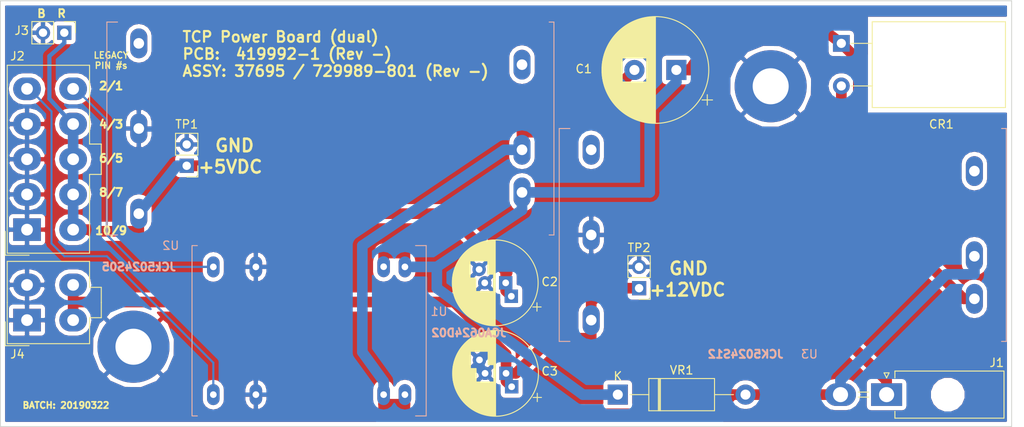
<source format=kicad_pcb>
(kicad_pcb (version 20171130) (host pcbnew "(5.0.0)")

  (general
    (thickness 1.6)
    (drawings 20)
    (tracks 109)
    (zones 0)
    (modules 16)
    (nets 9)
  )

  (page A4)
  (layers
    (0 F.Cu signal)
    (31 B.Cu signal)
    (32 B.Adhes user hide)
    (33 F.Adhes user hide)
    (34 B.Paste user hide)
    (35 F.Paste user hide)
    (36 B.SilkS user)
    (37 F.SilkS user)
    (38 B.Mask user)
    (39 F.Mask user)
    (40 Dwgs.User user hide)
    (41 Cmts.User user hide)
    (42 Eco1.User user hide)
    (43 Eco2.User user hide)
    (44 Edge.Cuts user)
    (45 Margin user hide)
    (46 B.CrtYd user hide)
    (47 F.CrtYd user hide)
    (48 B.Fab user)
    (49 F.Fab user)
  )

  (setup
    (last_trace_width 0.254)
    (trace_clearance 0.381)
    (zone_clearance 0.508)
    (zone_45_only no)
    (trace_min 0.254)
    (segment_width 0.2)
    (edge_width 0.1)
    (via_size 0.6858)
    (via_drill 0.3302)
    (via_min_size 0.3302)
    (via_min_drill 0.3)
    (uvia_size 0.6858)
    (uvia_drill 0.3302)
    (uvias_allowed no)
    (uvia_min_size 0.2)
    (uvia_min_drill 0.1)
    (pcb_text_width 0.3)
    (pcb_text_size 1.5 1.5)
    (mod_edge_width 0.15)
    (mod_text_size 1 1)
    (mod_text_width 0.15)
    (pad_size 8.6 8.6)
    (pad_drill 4.3)
    (pad_to_mask_clearance 0)
    (aux_axis_origin 0 0)
    (visible_elements 7FFFFFFF)
    (pcbplotparams
      (layerselection 0x010fc_ffffffff)
      (usegerberextensions false)
      (usegerberattributes false)
      (usegerberadvancedattributes false)
      (creategerberjobfile false)
      (excludeedgelayer true)
      (linewidth 0.100000)
      (plotframeref false)
      (viasonmask false)
      (mode 1)
      (useauxorigin false)
      (hpglpennumber 1)
      (hpglpenspeed 20)
      (hpglpendiameter 15.000000)
      (psnegative false)
      (psa4output false)
      (plotreference true)
      (plotvalue true)
      (plotinvisibletext false)
      (padsonsilk false)
      (subtractmaskfromsilk false)
      (outputformat 1)
      (mirror false)
      (drillshape 1)
      (scaleselection 1)
      (outputdirectory ""))
  )

  (net 0 "")
  (net 1 28VDC_IN)
  (net 2 GND_IN)
  (net 3 +5VDC_OUT)
  (net 4 GND_OUT)
  (net 5 +12VDC_NEW_OUT)
  (net 6 28VDC_SOURCE)
  (net 7 -12VDC_OLD_OUT)
  (net 8 +12VDC_OLD_OUT)

  (net_class Default "This is the default net class."
    (clearance 0.381)
    (trace_width 0.254)
    (via_dia 0.6858)
    (via_drill 0.3302)
    (uvia_dia 0.6858)
    (uvia_drill 0.3302)
    (diff_pair_gap 0.254)
    (diff_pair_width 0.254)
    (add_net +12VDC_NEW_OUT)
    (add_net +12VDC_OLD_OUT)
    (add_net +5VDC_OUT)
    (add_net -12VDC_OLD_OUT)
    (add_net 28VDC_IN)
    (add_net 28VDC_SOURCE)
    (add_net GND_IN)
    (add_net GND_OUT)
  )

  (module TCP_power_board:JCA6024D02 (layer B.Cu) (tedit 5BCFBB1F) (tstamp 5C5ED13A)
    (at 100.33 128.27 90)
    (descr "DCDC-Converter, BOTHHAND, Type CFxxxx-Serie,  (Very dodgy url but was the only at hand), ")
    (tags "DCDC-Converter BOTHHAND Type CFxxxx-Serie")
    (path /5BCE7F9D)
    (fp_text reference U1 (at 2.286 15.494 180) (layer B.SilkS)
      (effects (font (size 1 1) (thickness 0.15)) (justify mirror))
    )
    (fp_text value JCA0624D02 (at 0 -15.24 90) (layer B.Fab)
      (effects (font (size 1 1) (thickness 0.15)) (justify mirror))
    )
    (fp_line (start -10.16 13.97) (end -10.16 -13.97) (layer B.CrtYd) (width 0.05))
    (fp_line (start 10.16 13.97) (end 10.16 -13.97) (layer B.CrtYd) (width 0.05))
    (fp_line (start -10.16 13.97) (end 10.16 13.97) (layer B.CrtYd) (width 0.05))
    (fp_line (start -10.16 -13.97) (end 10.16 -13.97) (layer B.CrtYd) (width 0.05))
    (fp_text user %R (at 0 1.97 90) (layer B.Fab)
      (effects (font (size 1 1) (thickness 0.15)) (justify mirror))
    )
    (fp_line (start -10.16 -13.97) (end -10.16 13.97) (layer B.Fab) (width 0.1))
    (fp_line (start 10.16 -13.97) (end -10.16 -13.97) (layer B.Fab) (width 0.1))
    (fp_line (start 10.16 13.97) (end 10.16 -13.97) (layer B.Fab) (width 0.1))
    (fp_line (start -10.16 13.97) (end 10.16 13.97) (layer B.Fab) (width 0.1))
    (fp_line (start 10.16 13.97) (end 10.16 12.7) (layer B.SilkS) (width 0.12))
    (fp_line (start -10.16 13.97) (end 10.16 13.97) (layer B.SilkS) (width 0.12))
    (fp_line (start -10.16 12.7) (end -10.16 13.97) (layer B.SilkS) (width 0.12))
    (fp_line (start 10.16 -13.905) (end 10.16 -13.335) (layer B.SilkS) (width 0.12))
    (fp_line (start -10.16 -13.97) (end 10.16 -13.97) (layer B.SilkS) (width 0.12))
    (fp_line (start -10.16 -13.335) (end -10.16 -13.905) (layer B.SilkS) (width 0.12))
    (pad 22 thru_hole oval (at 7.64 8.89 90) (size 2.5 1.5) (drill 0.79375) (layers *.Cu *.Mask)
      (net 1 28VDC_IN))
    (pad 2 thru_hole oval (at -7.62 11.43 90) (size 2.5 1.5) (drill 0.79375) (layers *.Cu *.Mask)
      (net 2 GND_IN))
    (pad 9 thru_hole oval (at -7.62 -6.35 90) (size 2.5 1.5) (drill 0.79375) (layers *.Cu *.Mask)
      (net 4 GND_OUT))
    (pad 11 thru_hole oval (at -7.62 -11.43 90) (size 2.5 1.5) (drill 0.79375) (layers *.Cu *.Mask)
      (net 7 -12VDC_OLD_OUT))
    (pad 3 thru_hole oval (at -7.62 8.89 90) (size 2.5 1.5) (drill 0.79375) (layers *.Cu *.Mask)
      (net 2 GND_IN))
    (pad 14 thru_hole oval (at 7.62 -11.43 90) (size 2.5 1.5) (drill 0.79375) (layers *.Cu *.Mask)
      (net 8 +12VDC_OLD_OUT))
    (pad 16 thru_hole oval (at 7.62 -6.35 90) (size 2.5 1.5) (drill 0.79375) (layers *.Cu *.Mask)
      (net 4 GND_OUT))
    (pad 23 thru_hole oval (at 7.62 11.43 90) (size 2.5 1.5) (drill 0.79375) (layers *.Cu *.Mask)
      (net 1 28VDC_IN))
    (model ${KISYS3DMOD}/Converters_DCDC_ACDC.3dshapes/DCDC-Conv_BOTHHAND_CFUDxxxx-Serie.wrl
      (at (xyz 0 0 0))
      (scale (xyz 1 1 1))
      (rotate (xyz 0 0 0))
    )
  )

  (module TCP_power_board:JCK5024S12 (layer B.Cu) (tedit 5BCF70FF) (tstamp 5C5ED16C)
    (at 156.845 116.84 270)
    (tags "DCDC-Converter XPpower")
    (path /5BCE8F70)
    (fp_text reference U3 (at 14.224 -3.175) (layer B.SilkS)
      (effects (font (size 1 1) (thickness 0.15)) (justify mirror))
    )
    (fp_text value JCK5024S12 (at 0 -27.94 270) (layer B.Fab)
      (effects (font (size 1 1) (thickness 0.15)) (justify mirror))
    )
    (fp_line (start 12.7 25.4) (end 12.7 26.67) (layer B.SilkS) (width 0.12))
    (fp_line (start -12.7 26.67) (end -12.7 -26.67) (layer B.CrtYd) (width 0.05))
    (fp_line (start 12.7 26.67) (end 12.7 -26.67) (layer B.CrtYd) (width 0.05))
    (fp_line (start -12.7 26.67) (end 12.7 26.67) (layer B.CrtYd) (width 0.05))
    (fp_line (start -12.7 -26.67) (end 12.7 -26.67) (layer B.CrtYd) (width 0.05))
    (fp_text user %R (at 0 1.97 270) (layer B.Fab)
      (effects (font (size 1 1) (thickness 0.15)) (justify mirror))
    )
    (fp_line (start -12.7 -26.67) (end -12.7 26.67) (layer B.Fab) (width 0.1))
    (fp_line (start 12.7 -26.67) (end -12.7 -26.67) (layer B.Fab) (width 0.1))
    (fp_line (start 12.7 26.67) (end 12.7 -26.67) (layer B.Fab) (width 0.1))
    (fp_line (start -12.7 26.67) (end 12.7 26.67) (layer B.Fab) (width 0.1))
    (fp_line (start -12.7 26.67) (end 12.7 26.67) (layer B.SilkS) (width 0.12))
    (fp_line (start -12.7 25.4) (end -12.7 26.67) (layer B.SilkS) (width 0.12))
    (fp_line (start 12.7 -26.67) (end 12.7 -26.1) (layer B.SilkS) (width 0.12))
    (fp_line (start -12.7 -26.67) (end 12.7 -26.67) (layer B.SilkS) (width 0.12))
    (fp_line (start -12.7 -26.1) (end -12.7 -26.67) (layer B.SilkS) (width 0.12))
    (pad 6 thru_hole oval (at -10.16 22.86 270) (size 3.556 2.032) (drill 1.27) (layers *.Cu *.Mask))
    (pad 1 thru_hole oval (at 7.62 -22.86 270) (size 3.556 2.032) (drill 1.27) (layers *.Cu *.Mask)
      (net 1 28VDC_IN))
    (pad 3 thru_hole oval (at -7.62 -22.86 270) (size 3.556 2.032) (drill 1.27) (layers *.Cu *.Mask))
    (pad 5 thru_hole oval (at 0 22.86 270) (size 3.556 2.032) (drill 1.27) (layers *.Cu *.Mask)
      (net 4 GND_OUT))
    (pad 2 thru_hole oval (at 2.54 -22.86 270) (size 3.556 2.032) (drill 1.27) (layers *.Cu *.Mask)
      (net 2 GND_IN))
    (pad 4 thru_hole oval (at 10.16 22.86 270) (size 3.556 2.032) (drill 1.27) (layers *.Cu *.Mask)
      (net 5 +12VDC_NEW_OUT))
    (model ${KISYS3DMOD}/Converters_DCDC_ACDC.3dshapes/DCDC-Conv_BOTHHAND_CFUDxxxx-Serie.wrl
      (at (xyz 0 0 0))
      (scale (xyz 1 1 1))
      (rotate (xyz 0 0 0))
    )
  )

  (module Capacitor_THT:CP_Radial_D12.5mm_P5.00mm (layer F.Cu) (tedit 5AE50EF1) (tstamp 5C5F1953)
    (at 144.145 97.155 180)
    (descr "CP, Radial series, Radial, pin pitch=5.00mm, , diameter=12.5mm, Electrolytic Capacitor")
    (tags "CP Radial series Radial pin pitch 5.00mm  diameter 12.5mm Electrolytic Capacitor")
    (path /5BCFB9A3)
    (fp_text reference C1 (at 11.049 0.127 180) (layer F.SilkS)
      (effects (font (size 1 1) (thickness 0.15)))
    )
    (fp_text value "220uF 35V" (at 2.5 7.5 180) (layer F.Fab)
      (effects (font (size 1 1) (thickness 0.15)))
    )
    (fp_circle (center 2.5 0) (end 8.75 0) (layer F.Fab) (width 0.1))
    (fp_circle (center 2.5 0) (end 8.87 0) (layer F.SilkS) (width 0.12))
    (fp_circle (center 2.5 0) (end 9 0) (layer F.CrtYd) (width 0.05))
    (fp_line (start -2.866489 -2.7375) (end -1.616489 -2.7375) (layer F.Fab) (width 0.1))
    (fp_line (start -2.241489 -3.3625) (end -2.241489 -2.1125) (layer F.Fab) (width 0.1))
    (fp_line (start 2.5 -6.33) (end 2.5 6.33) (layer F.SilkS) (width 0.12))
    (fp_line (start 2.54 -6.33) (end 2.54 6.33) (layer F.SilkS) (width 0.12))
    (fp_line (start 2.58 -6.33) (end 2.58 6.33) (layer F.SilkS) (width 0.12))
    (fp_line (start 2.62 -6.329) (end 2.62 6.329) (layer F.SilkS) (width 0.12))
    (fp_line (start 2.66 -6.328) (end 2.66 6.328) (layer F.SilkS) (width 0.12))
    (fp_line (start 2.7 -6.327) (end 2.7 6.327) (layer F.SilkS) (width 0.12))
    (fp_line (start 2.74 -6.326) (end 2.74 6.326) (layer F.SilkS) (width 0.12))
    (fp_line (start 2.78 -6.324) (end 2.78 6.324) (layer F.SilkS) (width 0.12))
    (fp_line (start 2.82 -6.322) (end 2.82 6.322) (layer F.SilkS) (width 0.12))
    (fp_line (start 2.86 -6.32) (end 2.86 6.32) (layer F.SilkS) (width 0.12))
    (fp_line (start 2.9 -6.318) (end 2.9 6.318) (layer F.SilkS) (width 0.12))
    (fp_line (start 2.94 -6.315) (end 2.94 6.315) (layer F.SilkS) (width 0.12))
    (fp_line (start 2.98 -6.312) (end 2.98 6.312) (layer F.SilkS) (width 0.12))
    (fp_line (start 3.02 -6.309) (end 3.02 6.309) (layer F.SilkS) (width 0.12))
    (fp_line (start 3.06 -6.306) (end 3.06 6.306) (layer F.SilkS) (width 0.12))
    (fp_line (start 3.1 -6.302) (end 3.1 6.302) (layer F.SilkS) (width 0.12))
    (fp_line (start 3.14 -6.298) (end 3.14 6.298) (layer F.SilkS) (width 0.12))
    (fp_line (start 3.18 -6.294) (end 3.18 6.294) (layer F.SilkS) (width 0.12))
    (fp_line (start 3.221 -6.29) (end 3.221 6.29) (layer F.SilkS) (width 0.12))
    (fp_line (start 3.261 -6.285) (end 3.261 6.285) (layer F.SilkS) (width 0.12))
    (fp_line (start 3.301 -6.28) (end 3.301 6.28) (layer F.SilkS) (width 0.12))
    (fp_line (start 3.341 -6.275) (end 3.341 6.275) (layer F.SilkS) (width 0.12))
    (fp_line (start 3.381 -6.269) (end 3.381 6.269) (layer F.SilkS) (width 0.12))
    (fp_line (start 3.421 -6.264) (end 3.421 6.264) (layer F.SilkS) (width 0.12))
    (fp_line (start 3.461 -6.258) (end 3.461 6.258) (layer F.SilkS) (width 0.12))
    (fp_line (start 3.501 -6.252) (end 3.501 6.252) (layer F.SilkS) (width 0.12))
    (fp_line (start 3.541 -6.245) (end 3.541 6.245) (layer F.SilkS) (width 0.12))
    (fp_line (start 3.581 -6.238) (end 3.581 -1.44) (layer F.SilkS) (width 0.12))
    (fp_line (start 3.581 1.44) (end 3.581 6.238) (layer F.SilkS) (width 0.12))
    (fp_line (start 3.621 -6.231) (end 3.621 -1.44) (layer F.SilkS) (width 0.12))
    (fp_line (start 3.621 1.44) (end 3.621 6.231) (layer F.SilkS) (width 0.12))
    (fp_line (start 3.661 -6.224) (end 3.661 -1.44) (layer F.SilkS) (width 0.12))
    (fp_line (start 3.661 1.44) (end 3.661 6.224) (layer F.SilkS) (width 0.12))
    (fp_line (start 3.701 -6.216) (end 3.701 -1.44) (layer F.SilkS) (width 0.12))
    (fp_line (start 3.701 1.44) (end 3.701 6.216) (layer F.SilkS) (width 0.12))
    (fp_line (start 3.741 -6.209) (end 3.741 -1.44) (layer F.SilkS) (width 0.12))
    (fp_line (start 3.741 1.44) (end 3.741 6.209) (layer F.SilkS) (width 0.12))
    (fp_line (start 3.781 -6.201) (end 3.781 -1.44) (layer F.SilkS) (width 0.12))
    (fp_line (start 3.781 1.44) (end 3.781 6.201) (layer F.SilkS) (width 0.12))
    (fp_line (start 3.821 -6.192) (end 3.821 -1.44) (layer F.SilkS) (width 0.12))
    (fp_line (start 3.821 1.44) (end 3.821 6.192) (layer F.SilkS) (width 0.12))
    (fp_line (start 3.861 -6.184) (end 3.861 -1.44) (layer F.SilkS) (width 0.12))
    (fp_line (start 3.861 1.44) (end 3.861 6.184) (layer F.SilkS) (width 0.12))
    (fp_line (start 3.901 -6.175) (end 3.901 -1.44) (layer F.SilkS) (width 0.12))
    (fp_line (start 3.901 1.44) (end 3.901 6.175) (layer F.SilkS) (width 0.12))
    (fp_line (start 3.941 -6.166) (end 3.941 -1.44) (layer F.SilkS) (width 0.12))
    (fp_line (start 3.941 1.44) (end 3.941 6.166) (layer F.SilkS) (width 0.12))
    (fp_line (start 3.981 -6.156) (end 3.981 -1.44) (layer F.SilkS) (width 0.12))
    (fp_line (start 3.981 1.44) (end 3.981 6.156) (layer F.SilkS) (width 0.12))
    (fp_line (start 4.021 -6.146) (end 4.021 -1.44) (layer F.SilkS) (width 0.12))
    (fp_line (start 4.021 1.44) (end 4.021 6.146) (layer F.SilkS) (width 0.12))
    (fp_line (start 4.061 -6.137) (end 4.061 -1.44) (layer F.SilkS) (width 0.12))
    (fp_line (start 4.061 1.44) (end 4.061 6.137) (layer F.SilkS) (width 0.12))
    (fp_line (start 4.101 -6.126) (end 4.101 -1.44) (layer F.SilkS) (width 0.12))
    (fp_line (start 4.101 1.44) (end 4.101 6.126) (layer F.SilkS) (width 0.12))
    (fp_line (start 4.141 -6.116) (end 4.141 -1.44) (layer F.SilkS) (width 0.12))
    (fp_line (start 4.141 1.44) (end 4.141 6.116) (layer F.SilkS) (width 0.12))
    (fp_line (start 4.181 -6.105) (end 4.181 -1.44) (layer F.SilkS) (width 0.12))
    (fp_line (start 4.181 1.44) (end 4.181 6.105) (layer F.SilkS) (width 0.12))
    (fp_line (start 4.221 -6.094) (end 4.221 -1.44) (layer F.SilkS) (width 0.12))
    (fp_line (start 4.221 1.44) (end 4.221 6.094) (layer F.SilkS) (width 0.12))
    (fp_line (start 4.261 -6.083) (end 4.261 -1.44) (layer F.SilkS) (width 0.12))
    (fp_line (start 4.261 1.44) (end 4.261 6.083) (layer F.SilkS) (width 0.12))
    (fp_line (start 4.301 -6.071) (end 4.301 -1.44) (layer F.SilkS) (width 0.12))
    (fp_line (start 4.301 1.44) (end 4.301 6.071) (layer F.SilkS) (width 0.12))
    (fp_line (start 4.341 -6.059) (end 4.341 -1.44) (layer F.SilkS) (width 0.12))
    (fp_line (start 4.341 1.44) (end 4.341 6.059) (layer F.SilkS) (width 0.12))
    (fp_line (start 4.381 -6.047) (end 4.381 -1.44) (layer F.SilkS) (width 0.12))
    (fp_line (start 4.381 1.44) (end 4.381 6.047) (layer F.SilkS) (width 0.12))
    (fp_line (start 4.421 -6.034) (end 4.421 -1.44) (layer F.SilkS) (width 0.12))
    (fp_line (start 4.421 1.44) (end 4.421 6.034) (layer F.SilkS) (width 0.12))
    (fp_line (start 4.461 -6.021) (end 4.461 -1.44) (layer F.SilkS) (width 0.12))
    (fp_line (start 4.461 1.44) (end 4.461 6.021) (layer F.SilkS) (width 0.12))
    (fp_line (start 4.501 -6.008) (end 4.501 -1.44) (layer F.SilkS) (width 0.12))
    (fp_line (start 4.501 1.44) (end 4.501 6.008) (layer F.SilkS) (width 0.12))
    (fp_line (start 4.541 -5.995) (end 4.541 -1.44) (layer F.SilkS) (width 0.12))
    (fp_line (start 4.541 1.44) (end 4.541 5.995) (layer F.SilkS) (width 0.12))
    (fp_line (start 4.581 -5.981) (end 4.581 -1.44) (layer F.SilkS) (width 0.12))
    (fp_line (start 4.581 1.44) (end 4.581 5.981) (layer F.SilkS) (width 0.12))
    (fp_line (start 4.621 -5.967) (end 4.621 -1.44) (layer F.SilkS) (width 0.12))
    (fp_line (start 4.621 1.44) (end 4.621 5.967) (layer F.SilkS) (width 0.12))
    (fp_line (start 4.661 -5.953) (end 4.661 -1.44) (layer F.SilkS) (width 0.12))
    (fp_line (start 4.661 1.44) (end 4.661 5.953) (layer F.SilkS) (width 0.12))
    (fp_line (start 4.701 -5.939) (end 4.701 -1.44) (layer F.SilkS) (width 0.12))
    (fp_line (start 4.701 1.44) (end 4.701 5.939) (layer F.SilkS) (width 0.12))
    (fp_line (start 4.741 -5.924) (end 4.741 -1.44) (layer F.SilkS) (width 0.12))
    (fp_line (start 4.741 1.44) (end 4.741 5.924) (layer F.SilkS) (width 0.12))
    (fp_line (start 4.781 -5.908) (end 4.781 -1.44) (layer F.SilkS) (width 0.12))
    (fp_line (start 4.781 1.44) (end 4.781 5.908) (layer F.SilkS) (width 0.12))
    (fp_line (start 4.821 -5.893) (end 4.821 -1.44) (layer F.SilkS) (width 0.12))
    (fp_line (start 4.821 1.44) (end 4.821 5.893) (layer F.SilkS) (width 0.12))
    (fp_line (start 4.861 -5.877) (end 4.861 -1.44) (layer F.SilkS) (width 0.12))
    (fp_line (start 4.861 1.44) (end 4.861 5.877) (layer F.SilkS) (width 0.12))
    (fp_line (start 4.901 -5.861) (end 4.901 -1.44) (layer F.SilkS) (width 0.12))
    (fp_line (start 4.901 1.44) (end 4.901 5.861) (layer F.SilkS) (width 0.12))
    (fp_line (start 4.941 -5.845) (end 4.941 -1.44) (layer F.SilkS) (width 0.12))
    (fp_line (start 4.941 1.44) (end 4.941 5.845) (layer F.SilkS) (width 0.12))
    (fp_line (start 4.981 -5.828) (end 4.981 -1.44) (layer F.SilkS) (width 0.12))
    (fp_line (start 4.981 1.44) (end 4.981 5.828) (layer F.SilkS) (width 0.12))
    (fp_line (start 5.021 -5.811) (end 5.021 -1.44) (layer F.SilkS) (width 0.12))
    (fp_line (start 5.021 1.44) (end 5.021 5.811) (layer F.SilkS) (width 0.12))
    (fp_line (start 5.061 -5.793) (end 5.061 -1.44) (layer F.SilkS) (width 0.12))
    (fp_line (start 5.061 1.44) (end 5.061 5.793) (layer F.SilkS) (width 0.12))
    (fp_line (start 5.101 -5.776) (end 5.101 -1.44) (layer F.SilkS) (width 0.12))
    (fp_line (start 5.101 1.44) (end 5.101 5.776) (layer F.SilkS) (width 0.12))
    (fp_line (start 5.141 -5.758) (end 5.141 -1.44) (layer F.SilkS) (width 0.12))
    (fp_line (start 5.141 1.44) (end 5.141 5.758) (layer F.SilkS) (width 0.12))
    (fp_line (start 5.181 -5.739) (end 5.181 -1.44) (layer F.SilkS) (width 0.12))
    (fp_line (start 5.181 1.44) (end 5.181 5.739) (layer F.SilkS) (width 0.12))
    (fp_line (start 5.221 -5.721) (end 5.221 -1.44) (layer F.SilkS) (width 0.12))
    (fp_line (start 5.221 1.44) (end 5.221 5.721) (layer F.SilkS) (width 0.12))
    (fp_line (start 5.261 -5.702) (end 5.261 -1.44) (layer F.SilkS) (width 0.12))
    (fp_line (start 5.261 1.44) (end 5.261 5.702) (layer F.SilkS) (width 0.12))
    (fp_line (start 5.301 -5.682) (end 5.301 -1.44) (layer F.SilkS) (width 0.12))
    (fp_line (start 5.301 1.44) (end 5.301 5.682) (layer F.SilkS) (width 0.12))
    (fp_line (start 5.341 -5.662) (end 5.341 -1.44) (layer F.SilkS) (width 0.12))
    (fp_line (start 5.341 1.44) (end 5.341 5.662) (layer F.SilkS) (width 0.12))
    (fp_line (start 5.381 -5.642) (end 5.381 -1.44) (layer F.SilkS) (width 0.12))
    (fp_line (start 5.381 1.44) (end 5.381 5.642) (layer F.SilkS) (width 0.12))
    (fp_line (start 5.421 -5.622) (end 5.421 -1.44) (layer F.SilkS) (width 0.12))
    (fp_line (start 5.421 1.44) (end 5.421 5.622) (layer F.SilkS) (width 0.12))
    (fp_line (start 5.461 -5.601) (end 5.461 -1.44) (layer F.SilkS) (width 0.12))
    (fp_line (start 5.461 1.44) (end 5.461 5.601) (layer F.SilkS) (width 0.12))
    (fp_line (start 5.501 -5.58) (end 5.501 -1.44) (layer F.SilkS) (width 0.12))
    (fp_line (start 5.501 1.44) (end 5.501 5.58) (layer F.SilkS) (width 0.12))
    (fp_line (start 5.541 -5.558) (end 5.541 -1.44) (layer F.SilkS) (width 0.12))
    (fp_line (start 5.541 1.44) (end 5.541 5.558) (layer F.SilkS) (width 0.12))
    (fp_line (start 5.581 -5.536) (end 5.581 -1.44) (layer F.SilkS) (width 0.12))
    (fp_line (start 5.581 1.44) (end 5.581 5.536) (layer F.SilkS) (width 0.12))
    (fp_line (start 5.621 -5.514) (end 5.621 -1.44) (layer F.SilkS) (width 0.12))
    (fp_line (start 5.621 1.44) (end 5.621 5.514) (layer F.SilkS) (width 0.12))
    (fp_line (start 5.661 -5.491) (end 5.661 -1.44) (layer F.SilkS) (width 0.12))
    (fp_line (start 5.661 1.44) (end 5.661 5.491) (layer F.SilkS) (width 0.12))
    (fp_line (start 5.701 -5.468) (end 5.701 -1.44) (layer F.SilkS) (width 0.12))
    (fp_line (start 5.701 1.44) (end 5.701 5.468) (layer F.SilkS) (width 0.12))
    (fp_line (start 5.741 -5.445) (end 5.741 -1.44) (layer F.SilkS) (width 0.12))
    (fp_line (start 5.741 1.44) (end 5.741 5.445) (layer F.SilkS) (width 0.12))
    (fp_line (start 5.781 -5.421) (end 5.781 -1.44) (layer F.SilkS) (width 0.12))
    (fp_line (start 5.781 1.44) (end 5.781 5.421) (layer F.SilkS) (width 0.12))
    (fp_line (start 5.821 -5.397) (end 5.821 -1.44) (layer F.SilkS) (width 0.12))
    (fp_line (start 5.821 1.44) (end 5.821 5.397) (layer F.SilkS) (width 0.12))
    (fp_line (start 5.861 -5.372) (end 5.861 -1.44) (layer F.SilkS) (width 0.12))
    (fp_line (start 5.861 1.44) (end 5.861 5.372) (layer F.SilkS) (width 0.12))
    (fp_line (start 5.901 -5.347) (end 5.901 -1.44) (layer F.SilkS) (width 0.12))
    (fp_line (start 5.901 1.44) (end 5.901 5.347) (layer F.SilkS) (width 0.12))
    (fp_line (start 5.941 -5.322) (end 5.941 -1.44) (layer F.SilkS) (width 0.12))
    (fp_line (start 5.941 1.44) (end 5.941 5.322) (layer F.SilkS) (width 0.12))
    (fp_line (start 5.981 -5.296) (end 5.981 -1.44) (layer F.SilkS) (width 0.12))
    (fp_line (start 5.981 1.44) (end 5.981 5.296) (layer F.SilkS) (width 0.12))
    (fp_line (start 6.021 -5.27) (end 6.021 -1.44) (layer F.SilkS) (width 0.12))
    (fp_line (start 6.021 1.44) (end 6.021 5.27) (layer F.SilkS) (width 0.12))
    (fp_line (start 6.061 -5.243) (end 6.061 -1.44) (layer F.SilkS) (width 0.12))
    (fp_line (start 6.061 1.44) (end 6.061 5.243) (layer F.SilkS) (width 0.12))
    (fp_line (start 6.101 -5.216) (end 6.101 -1.44) (layer F.SilkS) (width 0.12))
    (fp_line (start 6.101 1.44) (end 6.101 5.216) (layer F.SilkS) (width 0.12))
    (fp_line (start 6.141 -5.188) (end 6.141 -1.44) (layer F.SilkS) (width 0.12))
    (fp_line (start 6.141 1.44) (end 6.141 5.188) (layer F.SilkS) (width 0.12))
    (fp_line (start 6.181 -5.16) (end 6.181 -1.44) (layer F.SilkS) (width 0.12))
    (fp_line (start 6.181 1.44) (end 6.181 5.16) (layer F.SilkS) (width 0.12))
    (fp_line (start 6.221 -5.131) (end 6.221 -1.44) (layer F.SilkS) (width 0.12))
    (fp_line (start 6.221 1.44) (end 6.221 5.131) (layer F.SilkS) (width 0.12))
    (fp_line (start 6.261 -5.102) (end 6.261 -1.44) (layer F.SilkS) (width 0.12))
    (fp_line (start 6.261 1.44) (end 6.261 5.102) (layer F.SilkS) (width 0.12))
    (fp_line (start 6.301 -5.073) (end 6.301 -1.44) (layer F.SilkS) (width 0.12))
    (fp_line (start 6.301 1.44) (end 6.301 5.073) (layer F.SilkS) (width 0.12))
    (fp_line (start 6.341 -5.043) (end 6.341 -1.44) (layer F.SilkS) (width 0.12))
    (fp_line (start 6.341 1.44) (end 6.341 5.043) (layer F.SilkS) (width 0.12))
    (fp_line (start 6.381 -5.012) (end 6.381 -1.44) (layer F.SilkS) (width 0.12))
    (fp_line (start 6.381 1.44) (end 6.381 5.012) (layer F.SilkS) (width 0.12))
    (fp_line (start 6.421 -4.982) (end 6.421 -1.44) (layer F.SilkS) (width 0.12))
    (fp_line (start 6.421 1.44) (end 6.421 4.982) (layer F.SilkS) (width 0.12))
    (fp_line (start 6.461 -4.95) (end 6.461 4.95) (layer F.SilkS) (width 0.12))
    (fp_line (start 6.501 -4.918) (end 6.501 4.918) (layer F.SilkS) (width 0.12))
    (fp_line (start 6.541 -4.885) (end 6.541 4.885) (layer F.SilkS) (width 0.12))
    (fp_line (start 6.581 -4.852) (end 6.581 4.852) (layer F.SilkS) (width 0.12))
    (fp_line (start 6.621 -4.819) (end 6.621 4.819) (layer F.SilkS) (width 0.12))
    (fp_line (start 6.661 -4.785) (end 6.661 4.785) (layer F.SilkS) (width 0.12))
    (fp_line (start 6.701 -4.75) (end 6.701 4.75) (layer F.SilkS) (width 0.12))
    (fp_line (start 6.741 -4.714) (end 6.741 4.714) (layer F.SilkS) (width 0.12))
    (fp_line (start 6.781 -4.678) (end 6.781 4.678) (layer F.SilkS) (width 0.12))
    (fp_line (start 6.821 -4.642) (end 6.821 4.642) (layer F.SilkS) (width 0.12))
    (fp_line (start 6.861 -4.605) (end 6.861 4.605) (layer F.SilkS) (width 0.12))
    (fp_line (start 6.901 -4.567) (end 6.901 4.567) (layer F.SilkS) (width 0.12))
    (fp_line (start 6.941 -4.528) (end 6.941 4.528) (layer F.SilkS) (width 0.12))
    (fp_line (start 6.981 -4.489) (end 6.981 4.489) (layer F.SilkS) (width 0.12))
    (fp_line (start 7.021 -4.449) (end 7.021 4.449) (layer F.SilkS) (width 0.12))
    (fp_line (start 7.061 -4.408) (end 7.061 4.408) (layer F.SilkS) (width 0.12))
    (fp_line (start 7.101 -4.367) (end 7.101 4.367) (layer F.SilkS) (width 0.12))
    (fp_line (start 7.141 -4.325) (end 7.141 4.325) (layer F.SilkS) (width 0.12))
    (fp_line (start 7.181 -4.282) (end 7.181 4.282) (layer F.SilkS) (width 0.12))
    (fp_line (start 7.221 -4.238) (end 7.221 4.238) (layer F.SilkS) (width 0.12))
    (fp_line (start 7.261 -4.194) (end 7.261 4.194) (layer F.SilkS) (width 0.12))
    (fp_line (start 7.301 -4.148) (end 7.301 4.148) (layer F.SilkS) (width 0.12))
    (fp_line (start 7.341 -4.102) (end 7.341 4.102) (layer F.SilkS) (width 0.12))
    (fp_line (start 7.381 -4.055) (end 7.381 4.055) (layer F.SilkS) (width 0.12))
    (fp_line (start 7.421 -4.007) (end 7.421 4.007) (layer F.SilkS) (width 0.12))
    (fp_line (start 7.461 -3.957) (end 7.461 3.957) (layer F.SilkS) (width 0.12))
    (fp_line (start 7.501 -3.907) (end 7.501 3.907) (layer F.SilkS) (width 0.12))
    (fp_line (start 7.541 -3.856) (end 7.541 3.856) (layer F.SilkS) (width 0.12))
    (fp_line (start 7.581 -3.804) (end 7.581 3.804) (layer F.SilkS) (width 0.12))
    (fp_line (start 7.621 -3.75) (end 7.621 3.75) (layer F.SilkS) (width 0.12))
    (fp_line (start 7.661 -3.696) (end 7.661 3.696) (layer F.SilkS) (width 0.12))
    (fp_line (start 7.701 -3.64) (end 7.701 3.64) (layer F.SilkS) (width 0.12))
    (fp_line (start 7.741 -3.583) (end 7.741 3.583) (layer F.SilkS) (width 0.12))
    (fp_line (start 7.781 -3.524) (end 7.781 3.524) (layer F.SilkS) (width 0.12))
    (fp_line (start 7.821 -3.464) (end 7.821 3.464) (layer F.SilkS) (width 0.12))
    (fp_line (start 7.861 -3.402) (end 7.861 3.402) (layer F.SilkS) (width 0.12))
    (fp_line (start 7.901 -3.339) (end 7.901 3.339) (layer F.SilkS) (width 0.12))
    (fp_line (start 7.941 -3.275) (end 7.941 3.275) (layer F.SilkS) (width 0.12))
    (fp_line (start 7.981 -3.208) (end 7.981 3.208) (layer F.SilkS) (width 0.12))
    (fp_line (start 8.021 -3.14) (end 8.021 3.14) (layer F.SilkS) (width 0.12))
    (fp_line (start 8.061 -3.069) (end 8.061 3.069) (layer F.SilkS) (width 0.12))
    (fp_line (start 8.101 -2.996) (end 8.101 2.996) (layer F.SilkS) (width 0.12))
    (fp_line (start 8.141 -2.921) (end 8.141 2.921) (layer F.SilkS) (width 0.12))
    (fp_line (start 8.181 -2.844) (end 8.181 2.844) (layer F.SilkS) (width 0.12))
    (fp_line (start 8.221 -2.764) (end 8.221 2.764) (layer F.SilkS) (width 0.12))
    (fp_line (start 8.261 -2.681) (end 8.261 2.681) (layer F.SilkS) (width 0.12))
    (fp_line (start 8.301 -2.594) (end 8.301 2.594) (layer F.SilkS) (width 0.12))
    (fp_line (start 8.341 -2.504) (end 8.341 2.504) (layer F.SilkS) (width 0.12))
    (fp_line (start 8.381 -2.41) (end 8.381 2.41) (layer F.SilkS) (width 0.12))
    (fp_line (start 8.421 -2.312) (end 8.421 2.312) (layer F.SilkS) (width 0.12))
    (fp_line (start 8.461 -2.209) (end 8.461 2.209) (layer F.SilkS) (width 0.12))
    (fp_line (start 8.501 -2.1) (end 8.501 2.1) (layer F.SilkS) (width 0.12))
    (fp_line (start 8.541 -1.984) (end 8.541 1.984) (layer F.SilkS) (width 0.12))
    (fp_line (start 8.581 -1.861) (end 8.581 1.861) (layer F.SilkS) (width 0.12))
    (fp_line (start 8.621 -1.728) (end 8.621 1.728) (layer F.SilkS) (width 0.12))
    (fp_line (start 8.661 -1.583) (end 8.661 1.583) (layer F.SilkS) (width 0.12))
    (fp_line (start 8.701 -1.422) (end 8.701 1.422) (layer F.SilkS) (width 0.12))
    (fp_line (start 8.741 -1.241) (end 8.741 1.241) (layer F.SilkS) (width 0.12))
    (fp_line (start 8.781 -1.028) (end 8.781 1.028) (layer F.SilkS) (width 0.12))
    (fp_line (start 8.821 -0.757) (end 8.821 0.757) (layer F.SilkS) (width 0.12))
    (fp_line (start 8.861 -0.317) (end 8.861 0.317) (layer F.SilkS) (width 0.12))
    (fp_line (start -4.317082 -3.575) (end -3.067082 -3.575) (layer F.SilkS) (width 0.12))
    (fp_line (start -3.692082 -4.2) (end -3.692082 -2.95) (layer F.SilkS) (width 0.12))
    (fp_text user %R (at 2.5 0 180) (layer F.Fab)
      (effects (font (size 1 1) (thickness 0.15)))
    )
    (pad 1 thru_hole rect (at 0 0 180) (size 2.4 2.4) (drill 1.2) (layers *.Cu *.Mask)
      (net 1 28VDC_IN))
    (pad 2 thru_hole circle (at 5 0 180) (size 2.4 2.4) (drill 1.2) (layers *.Cu *.Mask)
      (net 2 GND_IN))
    (model ${KISYS3DMOD}/Capacitor_THT.3dshapes/CP_Radial_D12.5mm_P5.00mm.wrl
      (at (xyz 0 0 0))
      (scale (xyz 1 1 1))
      (rotate (xyz 0 0 0))
    )
  )

  (module Capacitor_THT:CP_Radial_D10.0mm_P2.50mm_P5.00mm (layer F.Cu) (tedit 5AE50EF1) (tstamp 5C5ECF6A)
    (at 123.785 122.555 180)
    (descr "CP, Radial series, Radial, pin pitch=2.50mm 5.00mm, , diameter=10mm, Electrolytic Capacitor")
    (tags "CP Radial series Radial pin pitch 2.50mm 5.00mm  diameter 10mm Electrolytic Capacitor")
    (path /5BCFBA75)
    (fp_text reference C2 (at -5.247 0.127 180) (layer F.SilkS)
      (effects (font (size 1 1) (thickness 0.15)))
    )
    (fp_text value "220uF 16V" (at 1.25 6.25 180) (layer F.Fab)
      (effects (font (size 1 1) (thickness 0.15)))
    )
    (fp_circle (center 1.25 0) (end 6.25 0) (layer F.Fab) (width 0.1))
    (fp_circle (center 1.25 0) (end 6.37 0) (layer F.SilkS) (width 0.12))
    (fp_circle (center 1.25 0) (end 6.5 0) (layer F.CrtYd) (width 0.05))
    (fp_line (start -3.038861 -2.1875) (end -2.038861 -2.1875) (layer F.Fab) (width 0.1))
    (fp_line (start -2.538861 -2.6875) (end -2.538861 -1.6875) (layer F.Fab) (width 0.1))
    (fp_line (start 1.25 -5.08) (end 1.25 5.08) (layer F.SilkS) (width 0.12))
    (fp_line (start 1.29 -5.08) (end 1.29 5.08) (layer F.SilkS) (width 0.12))
    (fp_line (start 1.33 -5.08) (end 1.33 5.08) (layer F.SilkS) (width 0.12))
    (fp_line (start 1.37 -5.079) (end 1.37 5.079) (layer F.SilkS) (width 0.12))
    (fp_line (start 1.41 -5.078) (end 1.41 5.078) (layer F.SilkS) (width 0.12))
    (fp_line (start 1.45 -5.077) (end 1.45 5.077) (layer F.SilkS) (width 0.12))
    (fp_line (start 1.49 -5.075) (end 1.49 -1.04) (layer F.SilkS) (width 0.12))
    (fp_line (start 1.49 1.04) (end 1.49 5.075) (layer F.SilkS) (width 0.12))
    (fp_line (start 1.53 -5.073) (end 1.53 -1.04) (layer F.SilkS) (width 0.12))
    (fp_line (start 1.53 1.04) (end 1.53 5.073) (layer F.SilkS) (width 0.12))
    (fp_line (start 1.57 -5.07) (end 1.57 -1.04) (layer F.SilkS) (width 0.12))
    (fp_line (start 1.57 1.04) (end 1.57 5.07) (layer F.SilkS) (width 0.12))
    (fp_line (start 1.61 -5.068) (end 1.61 -1.04) (layer F.SilkS) (width 0.12))
    (fp_line (start 1.61 1.04) (end 1.61 5.068) (layer F.SilkS) (width 0.12))
    (fp_line (start 1.65 -5.065) (end 1.65 -1.04) (layer F.SilkS) (width 0.12))
    (fp_line (start 1.65 1.04) (end 1.65 5.065) (layer F.SilkS) (width 0.12))
    (fp_line (start 1.69 -5.062) (end 1.69 -1.04) (layer F.SilkS) (width 0.12))
    (fp_line (start 1.69 1.04) (end 1.69 5.062) (layer F.SilkS) (width 0.12))
    (fp_line (start 1.73 -5.058) (end 1.73 -1.04) (layer F.SilkS) (width 0.12))
    (fp_line (start 1.73 1.04) (end 1.73 5.058) (layer F.SilkS) (width 0.12))
    (fp_line (start 1.77 -5.054) (end 1.77 -1.04) (layer F.SilkS) (width 0.12))
    (fp_line (start 1.77 1.04) (end 1.77 5.054) (layer F.SilkS) (width 0.12))
    (fp_line (start 1.81 -5.05) (end 1.81 -1.04) (layer F.SilkS) (width 0.12))
    (fp_line (start 1.81 1.04) (end 1.81 5.05) (layer F.SilkS) (width 0.12))
    (fp_line (start 1.85 -5.045) (end 1.85 -1.04) (layer F.SilkS) (width 0.12))
    (fp_line (start 1.85 1.04) (end 1.85 5.045) (layer F.SilkS) (width 0.12))
    (fp_line (start 1.89 -5.04) (end 1.89 -1.04) (layer F.SilkS) (width 0.12))
    (fp_line (start 1.89 1.04) (end 1.89 5.04) (layer F.SilkS) (width 0.12))
    (fp_line (start 1.93 -5.035) (end 1.93 -1.04) (layer F.SilkS) (width 0.12))
    (fp_line (start 1.93 1.04) (end 1.93 5.035) (layer F.SilkS) (width 0.12))
    (fp_line (start 1.971 -5.03) (end 1.971 -1.04) (layer F.SilkS) (width 0.12))
    (fp_line (start 1.971 1.04) (end 1.971 5.03) (layer F.SilkS) (width 0.12))
    (fp_line (start 2.011 -5.024) (end 2.011 -1.04) (layer F.SilkS) (width 0.12))
    (fp_line (start 2.011 1.04) (end 2.011 5.024) (layer F.SilkS) (width 0.12))
    (fp_line (start 2.051 -5.018) (end 2.051 -1.04) (layer F.SilkS) (width 0.12))
    (fp_line (start 2.051 1.04) (end 2.051 5.018) (layer F.SilkS) (width 0.12))
    (fp_line (start 2.091 -5.011) (end 2.091 -1.04) (layer F.SilkS) (width 0.12))
    (fp_line (start 2.091 1.04) (end 2.091 5.011) (layer F.SilkS) (width 0.12))
    (fp_line (start 2.131 -5.004) (end 2.131 -1.04) (layer F.SilkS) (width 0.12))
    (fp_line (start 2.131 1.04) (end 2.131 5.004) (layer F.SilkS) (width 0.12))
    (fp_line (start 2.171 -4.997) (end 2.171 -1.04) (layer F.SilkS) (width 0.12))
    (fp_line (start 2.171 2.64) (end 2.171 4.997) (layer F.SilkS) (width 0.12))
    (fp_line (start 2.211 -4.99) (end 2.211 -1.04) (layer F.SilkS) (width 0.12))
    (fp_line (start 2.211 2.64) (end 2.211 4.99) (layer F.SilkS) (width 0.12))
    (fp_line (start 2.251 -4.982) (end 2.251 -1.04) (layer F.SilkS) (width 0.12))
    (fp_line (start 2.251 2.64) (end 2.251 4.982) (layer F.SilkS) (width 0.12))
    (fp_line (start 2.291 -4.974) (end 2.291 -1.04) (layer F.SilkS) (width 0.12))
    (fp_line (start 2.291 2.64) (end 2.291 4.974) (layer F.SilkS) (width 0.12))
    (fp_line (start 2.331 -4.965) (end 2.331 -1.04) (layer F.SilkS) (width 0.12))
    (fp_line (start 2.331 2.64) (end 2.331 4.965) (layer F.SilkS) (width 0.12))
    (fp_line (start 2.371 -4.956) (end 2.371 -1.04) (layer F.SilkS) (width 0.12))
    (fp_line (start 2.371 2.64) (end 2.371 4.956) (layer F.SilkS) (width 0.12))
    (fp_line (start 2.411 -4.947) (end 2.411 -1.04) (layer F.SilkS) (width 0.12))
    (fp_line (start 2.411 2.64) (end 2.411 4.947) (layer F.SilkS) (width 0.12))
    (fp_line (start 2.451 -4.938) (end 2.451 -1.04) (layer F.SilkS) (width 0.12))
    (fp_line (start 2.451 2.64) (end 2.451 4.938) (layer F.SilkS) (width 0.12))
    (fp_line (start 2.491 -4.928) (end 2.491 -1.04) (layer F.SilkS) (width 0.12))
    (fp_line (start 2.491 2.64) (end 2.491 4.928) (layer F.SilkS) (width 0.12))
    (fp_line (start 2.531 -4.918) (end 2.531 -1.04) (layer F.SilkS) (width 0.12))
    (fp_line (start 2.531 2.64) (end 2.531 4.918) (layer F.SilkS) (width 0.12))
    (fp_line (start 2.571 -4.907) (end 2.571 -1.04) (layer F.SilkS) (width 0.12))
    (fp_line (start 2.571 2.64) (end 2.571 4.907) (layer F.SilkS) (width 0.12))
    (fp_line (start 2.611 -4.897) (end 2.611 -1.04) (layer F.SilkS) (width 0.12))
    (fp_line (start 2.611 2.64) (end 2.611 4.897) (layer F.SilkS) (width 0.12))
    (fp_line (start 2.651 -4.885) (end 2.651 -1.04) (layer F.SilkS) (width 0.12))
    (fp_line (start 2.651 2.64) (end 2.651 4.885) (layer F.SilkS) (width 0.12))
    (fp_line (start 2.691 -4.874) (end 2.691 -1.04) (layer F.SilkS) (width 0.12))
    (fp_line (start 2.691 2.64) (end 2.691 4.874) (layer F.SilkS) (width 0.12))
    (fp_line (start 2.731 -4.862) (end 2.731 -1.04) (layer F.SilkS) (width 0.12))
    (fp_line (start 2.731 2.64) (end 2.731 4.862) (layer F.SilkS) (width 0.12))
    (fp_line (start 2.771 -4.85) (end 2.771 -1.04) (layer F.SilkS) (width 0.12))
    (fp_line (start 2.771 2.64) (end 2.771 4.85) (layer F.SilkS) (width 0.12))
    (fp_line (start 2.811 -4.837) (end 2.811 -1.04) (layer F.SilkS) (width 0.12))
    (fp_line (start 2.811 2.64) (end 2.811 4.837) (layer F.SilkS) (width 0.12))
    (fp_line (start 2.851 -4.824) (end 2.851 -1.04) (layer F.SilkS) (width 0.12))
    (fp_line (start 2.851 2.64) (end 2.851 4.824) (layer F.SilkS) (width 0.12))
    (fp_line (start 2.891 -4.811) (end 2.891 -1.04) (layer F.SilkS) (width 0.12))
    (fp_line (start 2.891 2.64) (end 2.891 4.811) (layer F.SilkS) (width 0.12))
    (fp_line (start 2.931 -4.797) (end 2.931 -1.04) (layer F.SilkS) (width 0.12))
    (fp_line (start 2.931 2.64) (end 2.931 4.797) (layer F.SilkS) (width 0.12))
    (fp_line (start 2.971 -4.783) (end 2.971 -1.04) (layer F.SilkS) (width 0.12))
    (fp_line (start 2.971 2.64) (end 2.971 4.783) (layer F.SilkS) (width 0.12))
    (fp_line (start 3.011 -4.768) (end 3.011 -1.04) (layer F.SilkS) (width 0.12))
    (fp_line (start 3.011 2.64) (end 3.011 4.768) (layer F.SilkS) (width 0.12))
    (fp_line (start 3.051 -4.754) (end 3.051 -1.04) (layer F.SilkS) (width 0.12))
    (fp_line (start 3.051 2.64) (end 3.051 4.754) (layer F.SilkS) (width 0.12))
    (fp_line (start 3.091 -4.738) (end 3.091 -1.04) (layer F.SilkS) (width 0.12))
    (fp_line (start 3.091 2.64) (end 3.091 4.738) (layer F.SilkS) (width 0.12))
    (fp_line (start 3.131 -4.723) (end 3.131 -1.04) (layer F.SilkS) (width 0.12))
    (fp_line (start 3.131 2.64) (end 3.131 4.723) (layer F.SilkS) (width 0.12))
    (fp_line (start 3.171 -4.707) (end 3.171 -1.04) (layer F.SilkS) (width 0.12))
    (fp_line (start 3.171 2.64) (end 3.171 4.707) (layer F.SilkS) (width 0.12))
    (fp_line (start 3.211 -4.69) (end 3.211 -1.04) (layer F.SilkS) (width 0.12))
    (fp_line (start 3.211 2.64) (end 3.211 4.69) (layer F.SilkS) (width 0.12))
    (fp_line (start 3.251 -4.674) (end 3.251 -1.04) (layer F.SilkS) (width 0.12))
    (fp_line (start 3.251 2.64) (end 3.251 4.674) (layer F.SilkS) (width 0.12))
    (fp_line (start 3.291 -4.657) (end 3.291 -1.04) (layer F.SilkS) (width 0.12))
    (fp_line (start 3.291 2.64) (end 3.291 4.657) (layer F.SilkS) (width 0.12))
    (fp_line (start 3.331 -4.639) (end 3.331 -1.04) (layer F.SilkS) (width 0.12))
    (fp_line (start 3.331 2.64) (end 3.331 4.639) (layer F.SilkS) (width 0.12))
    (fp_line (start 3.371 -4.621) (end 3.371 -1.04) (layer F.SilkS) (width 0.12))
    (fp_line (start 3.371 2.64) (end 3.371 4.621) (layer F.SilkS) (width 0.12))
    (fp_line (start 3.411 -4.603) (end 3.411 -1.04) (layer F.SilkS) (width 0.12))
    (fp_line (start 3.411 2.64) (end 3.411 4.603) (layer F.SilkS) (width 0.12))
    (fp_line (start 3.451 -4.584) (end 3.451 -1.04) (layer F.SilkS) (width 0.12))
    (fp_line (start 3.451 2.64) (end 3.451 4.584) (layer F.SilkS) (width 0.12))
    (fp_line (start 3.491 -4.564) (end 3.491 -1.04) (layer F.SilkS) (width 0.12))
    (fp_line (start 3.491 2.64) (end 3.491 4.564) (layer F.SilkS) (width 0.12))
    (fp_line (start 3.531 -4.545) (end 3.531 -1.04) (layer F.SilkS) (width 0.12))
    (fp_line (start 3.531 2.64) (end 3.531 4.545) (layer F.SilkS) (width 0.12))
    (fp_line (start 3.571 -4.525) (end 3.571 0.56) (layer F.SilkS) (width 0.12))
    (fp_line (start 3.571 2.64) (end 3.571 4.525) (layer F.SilkS) (width 0.12))
    (fp_line (start 3.611 -4.504) (end 3.611 0.56) (layer F.SilkS) (width 0.12))
    (fp_line (start 3.611 2.64) (end 3.611 4.504) (layer F.SilkS) (width 0.12))
    (fp_line (start 3.651 -4.483) (end 3.651 0.56) (layer F.SilkS) (width 0.12))
    (fp_line (start 3.651 2.64) (end 3.651 4.483) (layer F.SilkS) (width 0.12))
    (fp_line (start 3.691 -4.462) (end 3.691 0.56) (layer F.SilkS) (width 0.12))
    (fp_line (start 3.691 2.64) (end 3.691 4.462) (layer F.SilkS) (width 0.12))
    (fp_line (start 3.731 -4.44) (end 3.731 0.56) (layer F.SilkS) (width 0.12))
    (fp_line (start 3.731 2.64) (end 3.731 4.44) (layer F.SilkS) (width 0.12))
    (fp_line (start 3.771 -4.417) (end 3.771 0.56) (layer F.SilkS) (width 0.12))
    (fp_line (start 3.771 2.64) (end 3.771 4.417) (layer F.SilkS) (width 0.12))
    (fp_line (start 3.811 -4.395) (end 3.811 0.56) (layer F.SilkS) (width 0.12))
    (fp_line (start 3.811 2.64) (end 3.811 4.395) (layer F.SilkS) (width 0.12))
    (fp_line (start 3.851 -4.371) (end 3.851 0.56) (layer F.SilkS) (width 0.12))
    (fp_line (start 3.851 2.64) (end 3.851 4.371) (layer F.SilkS) (width 0.12))
    (fp_line (start 3.891 -4.347) (end 3.891 0.56) (layer F.SilkS) (width 0.12))
    (fp_line (start 3.891 2.64) (end 3.891 4.347) (layer F.SilkS) (width 0.12))
    (fp_line (start 3.931 -4.323) (end 3.931 0.56) (layer F.SilkS) (width 0.12))
    (fp_line (start 3.931 2.64) (end 3.931 4.323) (layer F.SilkS) (width 0.12))
    (fp_line (start 3.971 -4.298) (end 3.971 0.56) (layer F.SilkS) (width 0.12))
    (fp_line (start 3.971 2.64) (end 3.971 4.298) (layer F.SilkS) (width 0.12))
    (fp_line (start 4.011 -4.273) (end 4.011 0.56) (layer F.SilkS) (width 0.12))
    (fp_line (start 4.011 2.64) (end 4.011 4.273) (layer F.SilkS) (width 0.12))
    (fp_line (start 4.051 -4.247) (end 4.051 0.56) (layer F.SilkS) (width 0.12))
    (fp_line (start 4.051 2.64) (end 4.051 4.247) (layer F.SilkS) (width 0.12))
    (fp_line (start 4.091 -4.221) (end 4.091 0.56) (layer F.SilkS) (width 0.12))
    (fp_line (start 4.091 2.64) (end 4.091 4.221) (layer F.SilkS) (width 0.12))
    (fp_line (start 4.131 -4.194) (end 4.131 0.56) (layer F.SilkS) (width 0.12))
    (fp_line (start 4.131 2.64) (end 4.131 4.194) (layer F.SilkS) (width 0.12))
    (fp_line (start 4.171 -4.166) (end 4.171 0.56) (layer F.SilkS) (width 0.12))
    (fp_line (start 4.171 2.64) (end 4.171 4.166) (layer F.SilkS) (width 0.12))
    (fp_line (start 4.211 -4.138) (end 4.211 0.56) (layer F.SilkS) (width 0.12))
    (fp_line (start 4.211 2.64) (end 4.211 4.138) (layer F.SilkS) (width 0.12))
    (fp_line (start 4.251 -4.11) (end 4.251 4.11) (layer F.SilkS) (width 0.12))
    (fp_line (start 4.291 -4.08) (end 4.291 4.08) (layer F.SilkS) (width 0.12))
    (fp_line (start 4.331 -4.05) (end 4.331 4.05) (layer F.SilkS) (width 0.12))
    (fp_line (start 4.371 -4.02) (end 4.371 4.02) (layer F.SilkS) (width 0.12))
    (fp_line (start 4.411 -3.989) (end 4.411 3.989) (layer F.SilkS) (width 0.12))
    (fp_line (start 4.451 -3.957) (end 4.451 3.957) (layer F.SilkS) (width 0.12))
    (fp_line (start 4.491 -3.925) (end 4.491 3.925) (layer F.SilkS) (width 0.12))
    (fp_line (start 4.531 -3.892) (end 4.531 3.892) (layer F.SilkS) (width 0.12))
    (fp_line (start 4.571 -3.858) (end 4.571 3.858) (layer F.SilkS) (width 0.12))
    (fp_line (start 4.611 -3.824) (end 4.611 3.824) (layer F.SilkS) (width 0.12))
    (fp_line (start 4.651 -3.789) (end 4.651 3.789) (layer F.SilkS) (width 0.12))
    (fp_line (start 4.691 -3.753) (end 4.691 3.753) (layer F.SilkS) (width 0.12))
    (fp_line (start 4.731 -3.716) (end 4.731 3.716) (layer F.SilkS) (width 0.12))
    (fp_line (start 4.771 -3.679) (end 4.771 3.679) (layer F.SilkS) (width 0.12))
    (fp_line (start 4.811 -3.64) (end 4.811 3.64) (layer F.SilkS) (width 0.12))
    (fp_line (start 4.851 -3.601) (end 4.851 3.601) (layer F.SilkS) (width 0.12))
    (fp_line (start 4.891 -3.561) (end 4.891 3.561) (layer F.SilkS) (width 0.12))
    (fp_line (start 4.931 -3.52) (end 4.931 3.52) (layer F.SilkS) (width 0.12))
    (fp_line (start 4.971 -3.478) (end 4.971 3.478) (layer F.SilkS) (width 0.12))
    (fp_line (start 5.011 -3.436) (end 5.011 3.436) (layer F.SilkS) (width 0.12))
    (fp_line (start 5.051 -3.392) (end 5.051 3.392) (layer F.SilkS) (width 0.12))
    (fp_line (start 5.091 -3.347) (end 5.091 3.347) (layer F.SilkS) (width 0.12))
    (fp_line (start 5.131 -3.301) (end 5.131 3.301) (layer F.SilkS) (width 0.12))
    (fp_line (start 5.171 -3.254) (end 5.171 3.254) (layer F.SilkS) (width 0.12))
    (fp_line (start 5.211 -3.206) (end 5.211 3.206) (layer F.SilkS) (width 0.12))
    (fp_line (start 5.251 -3.156) (end 5.251 3.156) (layer F.SilkS) (width 0.12))
    (fp_line (start 5.291 -3.106) (end 5.291 3.106) (layer F.SilkS) (width 0.12))
    (fp_line (start 5.331 -3.054) (end 5.331 3.054) (layer F.SilkS) (width 0.12))
    (fp_line (start 5.371 -3) (end 5.371 3) (layer F.SilkS) (width 0.12))
    (fp_line (start 5.411 -2.945) (end 5.411 2.945) (layer F.SilkS) (width 0.12))
    (fp_line (start 5.451 -2.889) (end 5.451 2.889) (layer F.SilkS) (width 0.12))
    (fp_line (start 5.491 -2.83) (end 5.491 2.83) (layer F.SilkS) (width 0.12))
    (fp_line (start 5.531 -2.77) (end 5.531 2.77) (layer F.SilkS) (width 0.12))
    (fp_line (start 5.571 -2.709) (end 5.571 2.709) (layer F.SilkS) (width 0.12))
    (fp_line (start 5.611 -2.645) (end 5.611 2.645) (layer F.SilkS) (width 0.12))
    (fp_line (start 5.651 -2.579) (end 5.651 2.579) (layer F.SilkS) (width 0.12))
    (fp_line (start 5.691 -2.51) (end 5.691 2.51) (layer F.SilkS) (width 0.12))
    (fp_line (start 5.731 -2.439) (end 5.731 2.439) (layer F.SilkS) (width 0.12))
    (fp_line (start 5.771 -2.365) (end 5.771 2.365) (layer F.SilkS) (width 0.12))
    (fp_line (start 5.811 -2.289) (end 5.811 2.289) (layer F.SilkS) (width 0.12))
    (fp_line (start 5.851 -2.209) (end 5.851 2.209) (layer F.SilkS) (width 0.12))
    (fp_line (start 5.891 -2.125) (end 5.891 2.125) (layer F.SilkS) (width 0.12))
    (fp_line (start 5.931 -2.037) (end 5.931 2.037) (layer F.SilkS) (width 0.12))
    (fp_line (start 5.971 -1.944) (end 5.971 1.944) (layer F.SilkS) (width 0.12))
    (fp_line (start 6.011 -1.846) (end 6.011 1.846) (layer F.SilkS) (width 0.12))
    (fp_line (start 6.051 -1.742) (end 6.051 1.742) (layer F.SilkS) (width 0.12))
    (fp_line (start 6.091 -1.63) (end 6.091 1.63) (layer F.SilkS) (width 0.12))
    (fp_line (start 6.131 -1.51) (end 6.131 1.51) (layer F.SilkS) (width 0.12))
    (fp_line (start 6.171 -1.378) (end 6.171 1.378) (layer F.SilkS) (width 0.12))
    (fp_line (start 6.211 -1.23) (end 6.211 1.23) (layer F.SilkS) (width 0.12))
    (fp_line (start 6.251 -1.062) (end 6.251 1.062) (layer F.SilkS) (width 0.12))
    (fp_line (start 6.291 -0.862) (end 6.291 0.862) (layer F.SilkS) (width 0.12))
    (fp_line (start 6.331 -0.599) (end 6.331 0.599) (layer F.SilkS) (width 0.12))
    (fp_line (start -4.229646 -2.875) (end -3.229646 -2.875) (layer F.SilkS) (width 0.12))
    (fp_line (start -3.729646 -3.375) (end -3.729646 -2.375) (layer F.SilkS) (width 0.12))
    (fp_text user %R (at 1.25 0 180) (layer F.Fab)
      (effects (font (size 1 1) (thickness 0.15)))
    )
    (pad 1 thru_hole rect (at 0 0 180) (size 1.6 1.6) (drill 0.8) (layers *.Cu *.Mask)
      (net 3 +5VDC_OUT))
    (pad 2 thru_hole circle (at 2.5 0 180) (size 1.6 1.6) (drill 0.8) (layers *.Cu *.Mask)
      (net 4 GND_OUT))
    (pad 1 thru_hole rect (at -0.670937 -1.6 180) (size 1.6 1.6) (drill 0.8) (layers *.Cu *.Mask)
      (net 3 +5VDC_OUT))
    (pad 2 thru_hole circle (at 3.170937 1.6 180) (size 1.6 1.6) (drill 0.8) (layers *.Cu *.Mask)
      (net 4 GND_OUT))
    (model ${KISYS3DMOD}/Capacitor_THT.3dshapes/CP_Radial_D10.0mm_P2.50mm_P5.00mm.wrl
      (at (xyz 0 0 0))
      (scale (xyz 1 1 1))
      (rotate (xyz 0 0 0))
    )
  )

  (module Capacitor_THT:CP_Radial_D10.0mm_P2.50mm_P5.00mm (layer F.Cu) (tedit 5AE50EF1) (tstamp 5C5ED03F)
    (at 123.825 133.35 180)
    (descr "CP, Radial series, Radial, pin pitch=2.50mm 5.00mm, , diameter=10mm, Electrolytic Capacitor")
    (tags "CP Radial series Radial pin pitch 2.50mm 5.00mm  diameter 10mm Electrolytic Capacitor")
    (path /5BCFBAEB)
    (fp_text reference C3 (at -5.207 0.254 180) (layer F.SilkS)
      (effects (font (size 1 1) (thickness 0.15)))
    )
    (fp_text value "220uF 16V" (at 1.25 6.25 180) (layer F.Fab)
      (effects (font (size 1 1) (thickness 0.15)))
    )
    (fp_text user %R (at 1.25 0 180) (layer F.Fab)
      (effects (font (size 1 1) (thickness 0.15)))
    )
    (fp_line (start -3.729646 -3.375) (end -3.729646 -2.375) (layer F.SilkS) (width 0.12))
    (fp_line (start -4.229646 -2.875) (end -3.229646 -2.875) (layer F.SilkS) (width 0.12))
    (fp_line (start 6.331 -0.599) (end 6.331 0.599) (layer F.SilkS) (width 0.12))
    (fp_line (start 6.291 -0.862) (end 6.291 0.862) (layer F.SilkS) (width 0.12))
    (fp_line (start 6.251 -1.062) (end 6.251 1.062) (layer F.SilkS) (width 0.12))
    (fp_line (start 6.211 -1.23) (end 6.211 1.23) (layer F.SilkS) (width 0.12))
    (fp_line (start 6.171 -1.378) (end 6.171 1.378) (layer F.SilkS) (width 0.12))
    (fp_line (start 6.131 -1.51) (end 6.131 1.51) (layer F.SilkS) (width 0.12))
    (fp_line (start 6.091 -1.63) (end 6.091 1.63) (layer F.SilkS) (width 0.12))
    (fp_line (start 6.051 -1.742) (end 6.051 1.742) (layer F.SilkS) (width 0.12))
    (fp_line (start 6.011 -1.846) (end 6.011 1.846) (layer F.SilkS) (width 0.12))
    (fp_line (start 5.971 -1.944) (end 5.971 1.944) (layer F.SilkS) (width 0.12))
    (fp_line (start 5.931 -2.037) (end 5.931 2.037) (layer F.SilkS) (width 0.12))
    (fp_line (start 5.891 -2.125) (end 5.891 2.125) (layer F.SilkS) (width 0.12))
    (fp_line (start 5.851 -2.209) (end 5.851 2.209) (layer F.SilkS) (width 0.12))
    (fp_line (start 5.811 -2.289) (end 5.811 2.289) (layer F.SilkS) (width 0.12))
    (fp_line (start 5.771 -2.365) (end 5.771 2.365) (layer F.SilkS) (width 0.12))
    (fp_line (start 5.731 -2.439) (end 5.731 2.439) (layer F.SilkS) (width 0.12))
    (fp_line (start 5.691 -2.51) (end 5.691 2.51) (layer F.SilkS) (width 0.12))
    (fp_line (start 5.651 -2.579) (end 5.651 2.579) (layer F.SilkS) (width 0.12))
    (fp_line (start 5.611 -2.645) (end 5.611 2.645) (layer F.SilkS) (width 0.12))
    (fp_line (start 5.571 -2.709) (end 5.571 2.709) (layer F.SilkS) (width 0.12))
    (fp_line (start 5.531 -2.77) (end 5.531 2.77) (layer F.SilkS) (width 0.12))
    (fp_line (start 5.491 -2.83) (end 5.491 2.83) (layer F.SilkS) (width 0.12))
    (fp_line (start 5.451 -2.889) (end 5.451 2.889) (layer F.SilkS) (width 0.12))
    (fp_line (start 5.411 -2.945) (end 5.411 2.945) (layer F.SilkS) (width 0.12))
    (fp_line (start 5.371 -3) (end 5.371 3) (layer F.SilkS) (width 0.12))
    (fp_line (start 5.331 -3.054) (end 5.331 3.054) (layer F.SilkS) (width 0.12))
    (fp_line (start 5.291 -3.106) (end 5.291 3.106) (layer F.SilkS) (width 0.12))
    (fp_line (start 5.251 -3.156) (end 5.251 3.156) (layer F.SilkS) (width 0.12))
    (fp_line (start 5.211 -3.206) (end 5.211 3.206) (layer F.SilkS) (width 0.12))
    (fp_line (start 5.171 -3.254) (end 5.171 3.254) (layer F.SilkS) (width 0.12))
    (fp_line (start 5.131 -3.301) (end 5.131 3.301) (layer F.SilkS) (width 0.12))
    (fp_line (start 5.091 -3.347) (end 5.091 3.347) (layer F.SilkS) (width 0.12))
    (fp_line (start 5.051 -3.392) (end 5.051 3.392) (layer F.SilkS) (width 0.12))
    (fp_line (start 5.011 -3.436) (end 5.011 3.436) (layer F.SilkS) (width 0.12))
    (fp_line (start 4.971 -3.478) (end 4.971 3.478) (layer F.SilkS) (width 0.12))
    (fp_line (start 4.931 -3.52) (end 4.931 3.52) (layer F.SilkS) (width 0.12))
    (fp_line (start 4.891 -3.561) (end 4.891 3.561) (layer F.SilkS) (width 0.12))
    (fp_line (start 4.851 -3.601) (end 4.851 3.601) (layer F.SilkS) (width 0.12))
    (fp_line (start 4.811 -3.64) (end 4.811 3.64) (layer F.SilkS) (width 0.12))
    (fp_line (start 4.771 -3.679) (end 4.771 3.679) (layer F.SilkS) (width 0.12))
    (fp_line (start 4.731 -3.716) (end 4.731 3.716) (layer F.SilkS) (width 0.12))
    (fp_line (start 4.691 -3.753) (end 4.691 3.753) (layer F.SilkS) (width 0.12))
    (fp_line (start 4.651 -3.789) (end 4.651 3.789) (layer F.SilkS) (width 0.12))
    (fp_line (start 4.611 -3.824) (end 4.611 3.824) (layer F.SilkS) (width 0.12))
    (fp_line (start 4.571 -3.858) (end 4.571 3.858) (layer F.SilkS) (width 0.12))
    (fp_line (start 4.531 -3.892) (end 4.531 3.892) (layer F.SilkS) (width 0.12))
    (fp_line (start 4.491 -3.925) (end 4.491 3.925) (layer F.SilkS) (width 0.12))
    (fp_line (start 4.451 -3.957) (end 4.451 3.957) (layer F.SilkS) (width 0.12))
    (fp_line (start 4.411 -3.989) (end 4.411 3.989) (layer F.SilkS) (width 0.12))
    (fp_line (start 4.371 -4.02) (end 4.371 4.02) (layer F.SilkS) (width 0.12))
    (fp_line (start 4.331 -4.05) (end 4.331 4.05) (layer F.SilkS) (width 0.12))
    (fp_line (start 4.291 -4.08) (end 4.291 4.08) (layer F.SilkS) (width 0.12))
    (fp_line (start 4.251 -4.11) (end 4.251 4.11) (layer F.SilkS) (width 0.12))
    (fp_line (start 4.211 2.64) (end 4.211 4.138) (layer F.SilkS) (width 0.12))
    (fp_line (start 4.211 -4.138) (end 4.211 0.56) (layer F.SilkS) (width 0.12))
    (fp_line (start 4.171 2.64) (end 4.171 4.166) (layer F.SilkS) (width 0.12))
    (fp_line (start 4.171 -4.166) (end 4.171 0.56) (layer F.SilkS) (width 0.12))
    (fp_line (start 4.131 2.64) (end 4.131 4.194) (layer F.SilkS) (width 0.12))
    (fp_line (start 4.131 -4.194) (end 4.131 0.56) (layer F.SilkS) (width 0.12))
    (fp_line (start 4.091 2.64) (end 4.091 4.221) (layer F.SilkS) (width 0.12))
    (fp_line (start 4.091 -4.221) (end 4.091 0.56) (layer F.SilkS) (width 0.12))
    (fp_line (start 4.051 2.64) (end 4.051 4.247) (layer F.SilkS) (width 0.12))
    (fp_line (start 4.051 -4.247) (end 4.051 0.56) (layer F.SilkS) (width 0.12))
    (fp_line (start 4.011 2.64) (end 4.011 4.273) (layer F.SilkS) (width 0.12))
    (fp_line (start 4.011 -4.273) (end 4.011 0.56) (layer F.SilkS) (width 0.12))
    (fp_line (start 3.971 2.64) (end 3.971 4.298) (layer F.SilkS) (width 0.12))
    (fp_line (start 3.971 -4.298) (end 3.971 0.56) (layer F.SilkS) (width 0.12))
    (fp_line (start 3.931 2.64) (end 3.931 4.323) (layer F.SilkS) (width 0.12))
    (fp_line (start 3.931 -4.323) (end 3.931 0.56) (layer F.SilkS) (width 0.12))
    (fp_line (start 3.891 2.64) (end 3.891 4.347) (layer F.SilkS) (width 0.12))
    (fp_line (start 3.891 -4.347) (end 3.891 0.56) (layer F.SilkS) (width 0.12))
    (fp_line (start 3.851 2.64) (end 3.851 4.371) (layer F.SilkS) (width 0.12))
    (fp_line (start 3.851 -4.371) (end 3.851 0.56) (layer F.SilkS) (width 0.12))
    (fp_line (start 3.811 2.64) (end 3.811 4.395) (layer F.SilkS) (width 0.12))
    (fp_line (start 3.811 -4.395) (end 3.811 0.56) (layer F.SilkS) (width 0.12))
    (fp_line (start 3.771 2.64) (end 3.771 4.417) (layer F.SilkS) (width 0.12))
    (fp_line (start 3.771 -4.417) (end 3.771 0.56) (layer F.SilkS) (width 0.12))
    (fp_line (start 3.731 2.64) (end 3.731 4.44) (layer F.SilkS) (width 0.12))
    (fp_line (start 3.731 -4.44) (end 3.731 0.56) (layer F.SilkS) (width 0.12))
    (fp_line (start 3.691 2.64) (end 3.691 4.462) (layer F.SilkS) (width 0.12))
    (fp_line (start 3.691 -4.462) (end 3.691 0.56) (layer F.SilkS) (width 0.12))
    (fp_line (start 3.651 2.64) (end 3.651 4.483) (layer F.SilkS) (width 0.12))
    (fp_line (start 3.651 -4.483) (end 3.651 0.56) (layer F.SilkS) (width 0.12))
    (fp_line (start 3.611 2.64) (end 3.611 4.504) (layer F.SilkS) (width 0.12))
    (fp_line (start 3.611 -4.504) (end 3.611 0.56) (layer F.SilkS) (width 0.12))
    (fp_line (start 3.571 2.64) (end 3.571 4.525) (layer F.SilkS) (width 0.12))
    (fp_line (start 3.571 -4.525) (end 3.571 0.56) (layer F.SilkS) (width 0.12))
    (fp_line (start 3.531 2.64) (end 3.531 4.545) (layer F.SilkS) (width 0.12))
    (fp_line (start 3.531 -4.545) (end 3.531 -1.04) (layer F.SilkS) (width 0.12))
    (fp_line (start 3.491 2.64) (end 3.491 4.564) (layer F.SilkS) (width 0.12))
    (fp_line (start 3.491 -4.564) (end 3.491 -1.04) (layer F.SilkS) (width 0.12))
    (fp_line (start 3.451 2.64) (end 3.451 4.584) (layer F.SilkS) (width 0.12))
    (fp_line (start 3.451 -4.584) (end 3.451 -1.04) (layer F.SilkS) (width 0.12))
    (fp_line (start 3.411 2.64) (end 3.411 4.603) (layer F.SilkS) (width 0.12))
    (fp_line (start 3.411 -4.603) (end 3.411 -1.04) (layer F.SilkS) (width 0.12))
    (fp_line (start 3.371 2.64) (end 3.371 4.621) (layer F.SilkS) (width 0.12))
    (fp_line (start 3.371 -4.621) (end 3.371 -1.04) (layer F.SilkS) (width 0.12))
    (fp_line (start 3.331 2.64) (end 3.331 4.639) (layer F.SilkS) (width 0.12))
    (fp_line (start 3.331 -4.639) (end 3.331 -1.04) (layer F.SilkS) (width 0.12))
    (fp_line (start 3.291 2.64) (end 3.291 4.657) (layer F.SilkS) (width 0.12))
    (fp_line (start 3.291 -4.657) (end 3.291 -1.04) (layer F.SilkS) (width 0.12))
    (fp_line (start 3.251 2.64) (end 3.251 4.674) (layer F.SilkS) (width 0.12))
    (fp_line (start 3.251 -4.674) (end 3.251 -1.04) (layer F.SilkS) (width 0.12))
    (fp_line (start 3.211 2.64) (end 3.211 4.69) (layer F.SilkS) (width 0.12))
    (fp_line (start 3.211 -4.69) (end 3.211 -1.04) (layer F.SilkS) (width 0.12))
    (fp_line (start 3.171 2.64) (end 3.171 4.707) (layer F.SilkS) (width 0.12))
    (fp_line (start 3.171 -4.707) (end 3.171 -1.04) (layer F.SilkS) (width 0.12))
    (fp_line (start 3.131 2.64) (end 3.131 4.723) (layer F.SilkS) (width 0.12))
    (fp_line (start 3.131 -4.723) (end 3.131 -1.04) (layer F.SilkS) (width 0.12))
    (fp_line (start 3.091 2.64) (end 3.091 4.738) (layer F.SilkS) (width 0.12))
    (fp_line (start 3.091 -4.738) (end 3.091 -1.04) (layer F.SilkS) (width 0.12))
    (fp_line (start 3.051 2.64) (end 3.051 4.754) (layer F.SilkS) (width 0.12))
    (fp_line (start 3.051 -4.754) (end 3.051 -1.04) (layer F.SilkS) (width 0.12))
    (fp_line (start 3.011 2.64) (end 3.011 4.768) (layer F.SilkS) (width 0.12))
    (fp_line (start 3.011 -4.768) (end 3.011 -1.04) (layer F.SilkS) (width 0.12))
    (fp_line (start 2.971 2.64) (end 2.971 4.783) (layer F.SilkS) (width 0.12))
    (fp_line (start 2.971 -4.783) (end 2.971 -1.04) (layer F.SilkS) (width 0.12))
    (fp_line (start 2.931 2.64) (end 2.931 4.797) (layer F.SilkS) (width 0.12))
    (fp_line (start 2.931 -4.797) (end 2.931 -1.04) (layer F.SilkS) (width 0.12))
    (fp_line (start 2.891 2.64) (end 2.891 4.811) (layer F.SilkS) (width 0.12))
    (fp_line (start 2.891 -4.811) (end 2.891 -1.04) (layer F.SilkS) (width 0.12))
    (fp_line (start 2.851 2.64) (end 2.851 4.824) (layer F.SilkS) (width 0.12))
    (fp_line (start 2.851 -4.824) (end 2.851 -1.04) (layer F.SilkS) (width 0.12))
    (fp_line (start 2.811 2.64) (end 2.811 4.837) (layer F.SilkS) (width 0.12))
    (fp_line (start 2.811 -4.837) (end 2.811 -1.04) (layer F.SilkS) (width 0.12))
    (fp_line (start 2.771 2.64) (end 2.771 4.85) (layer F.SilkS) (width 0.12))
    (fp_line (start 2.771 -4.85) (end 2.771 -1.04) (layer F.SilkS) (width 0.12))
    (fp_line (start 2.731 2.64) (end 2.731 4.862) (layer F.SilkS) (width 0.12))
    (fp_line (start 2.731 -4.862) (end 2.731 -1.04) (layer F.SilkS) (width 0.12))
    (fp_line (start 2.691 2.64) (end 2.691 4.874) (layer F.SilkS) (width 0.12))
    (fp_line (start 2.691 -4.874) (end 2.691 -1.04) (layer F.SilkS) (width 0.12))
    (fp_line (start 2.651 2.64) (end 2.651 4.885) (layer F.SilkS) (width 0.12))
    (fp_line (start 2.651 -4.885) (end 2.651 -1.04) (layer F.SilkS) (width 0.12))
    (fp_line (start 2.611 2.64) (end 2.611 4.897) (layer F.SilkS) (width 0.12))
    (fp_line (start 2.611 -4.897) (end 2.611 -1.04) (layer F.SilkS) (width 0.12))
    (fp_line (start 2.571 2.64) (end 2.571 4.907) (layer F.SilkS) (width 0.12))
    (fp_line (start 2.571 -4.907) (end 2.571 -1.04) (layer F.SilkS) (width 0.12))
    (fp_line (start 2.531 2.64) (end 2.531 4.918) (layer F.SilkS) (width 0.12))
    (fp_line (start 2.531 -4.918) (end 2.531 -1.04) (layer F.SilkS) (width 0.12))
    (fp_line (start 2.491 2.64) (end 2.491 4.928) (layer F.SilkS) (width 0.12))
    (fp_line (start 2.491 -4.928) (end 2.491 -1.04) (layer F.SilkS) (width 0.12))
    (fp_line (start 2.451 2.64) (end 2.451 4.938) (layer F.SilkS) (width 0.12))
    (fp_line (start 2.451 -4.938) (end 2.451 -1.04) (layer F.SilkS) (width 0.12))
    (fp_line (start 2.411 2.64) (end 2.411 4.947) (layer F.SilkS) (width 0.12))
    (fp_line (start 2.411 -4.947) (end 2.411 -1.04) (layer F.SilkS) (width 0.12))
    (fp_line (start 2.371 2.64) (end 2.371 4.956) (layer F.SilkS) (width 0.12))
    (fp_line (start 2.371 -4.956) (end 2.371 -1.04) (layer F.SilkS) (width 0.12))
    (fp_line (start 2.331 2.64) (end 2.331 4.965) (layer F.SilkS) (width 0.12))
    (fp_line (start 2.331 -4.965) (end 2.331 -1.04) (layer F.SilkS) (width 0.12))
    (fp_line (start 2.291 2.64) (end 2.291 4.974) (layer F.SilkS) (width 0.12))
    (fp_line (start 2.291 -4.974) (end 2.291 -1.04) (layer F.SilkS) (width 0.12))
    (fp_line (start 2.251 2.64) (end 2.251 4.982) (layer F.SilkS) (width 0.12))
    (fp_line (start 2.251 -4.982) (end 2.251 -1.04) (layer F.SilkS) (width 0.12))
    (fp_line (start 2.211 2.64) (end 2.211 4.99) (layer F.SilkS) (width 0.12))
    (fp_line (start 2.211 -4.99) (end 2.211 -1.04) (layer F.SilkS) (width 0.12))
    (fp_line (start 2.171 2.64) (end 2.171 4.997) (layer F.SilkS) (width 0.12))
    (fp_line (start 2.171 -4.997) (end 2.171 -1.04) (layer F.SilkS) (width 0.12))
    (fp_line (start 2.131 1.04) (end 2.131 5.004) (layer F.SilkS) (width 0.12))
    (fp_line (start 2.131 -5.004) (end 2.131 -1.04) (layer F.SilkS) (width 0.12))
    (fp_line (start 2.091 1.04) (end 2.091 5.011) (layer F.SilkS) (width 0.12))
    (fp_line (start 2.091 -5.011) (end 2.091 -1.04) (layer F.SilkS) (width 0.12))
    (fp_line (start 2.051 1.04) (end 2.051 5.018) (layer F.SilkS) (width 0.12))
    (fp_line (start 2.051 -5.018) (end 2.051 -1.04) (layer F.SilkS) (width 0.12))
    (fp_line (start 2.011 1.04) (end 2.011 5.024) (layer F.SilkS) (width 0.12))
    (fp_line (start 2.011 -5.024) (end 2.011 -1.04) (layer F.SilkS) (width 0.12))
    (fp_line (start 1.971 1.04) (end 1.971 5.03) (layer F.SilkS) (width 0.12))
    (fp_line (start 1.971 -5.03) (end 1.971 -1.04) (layer F.SilkS) (width 0.12))
    (fp_line (start 1.93 1.04) (end 1.93 5.035) (layer F.SilkS) (width 0.12))
    (fp_line (start 1.93 -5.035) (end 1.93 -1.04) (layer F.SilkS) (width 0.12))
    (fp_line (start 1.89 1.04) (end 1.89 5.04) (layer F.SilkS) (width 0.12))
    (fp_line (start 1.89 -5.04) (end 1.89 -1.04) (layer F.SilkS) (width 0.12))
    (fp_line (start 1.85 1.04) (end 1.85 5.045) (layer F.SilkS) (width 0.12))
    (fp_line (start 1.85 -5.045) (end 1.85 -1.04) (layer F.SilkS) (width 0.12))
    (fp_line (start 1.81 1.04) (end 1.81 5.05) (layer F.SilkS) (width 0.12))
    (fp_line (start 1.81 -5.05) (end 1.81 -1.04) (layer F.SilkS) (width 0.12))
    (fp_line (start 1.77 1.04) (end 1.77 5.054) (layer F.SilkS) (width 0.12))
    (fp_line (start 1.77 -5.054) (end 1.77 -1.04) (layer F.SilkS) (width 0.12))
    (fp_line (start 1.73 1.04) (end 1.73 5.058) (layer F.SilkS) (width 0.12))
    (fp_line (start 1.73 -5.058) (end 1.73 -1.04) (layer F.SilkS) (width 0.12))
    (fp_line (start 1.69 1.04) (end 1.69 5.062) (layer F.SilkS) (width 0.12))
    (fp_line (start 1.69 -5.062) (end 1.69 -1.04) (layer F.SilkS) (width 0.12))
    (fp_line (start 1.65 1.04) (end 1.65 5.065) (layer F.SilkS) (width 0.12))
    (fp_line (start 1.65 -5.065) (end 1.65 -1.04) (layer F.SilkS) (width 0.12))
    (fp_line (start 1.61 1.04) (end 1.61 5.068) (layer F.SilkS) (width 0.12))
    (fp_line (start 1.61 -5.068) (end 1.61 -1.04) (layer F.SilkS) (width 0.12))
    (fp_line (start 1.57 1.04) (end 1.57 5.07) (layer F.SilkS) (width 0.12))
    (fp_line (start 1.57 -5.07) (end 1.57 -1.04) (layer F.SilkS) (width 0.12))
    (fp_line (start 1.53 1.04) (end 1.53 5.073) (layer F.SilkS) (width 0.12))
    (fp_line (start 1.53 -5.073) (end 1.53 -1.04) (layer F.SilkS) (width 0.12))
    (fp_line (start 1.49 1.04) (end 1.49 5.075) (layer F.SilkS) (width 0.12))
    (fp_line (start 1.49 -5.075) (end 1.49 -1.04) (layer F.SilkS) (width 0.12))
    (fp_line (start 1.45 -5.077) (end 1.45 5.077) (layer F.SilkS) (width 0.12))
    (fp_line (start 1.41 -5.078) (end 1.41 5.078) (layer F.SilkS) (width 0.12))
    (fp_line (start 1.37 -5.079) (end 1.37 5.079) (layer F.SilkS) (width 0.12))
    (fp_line (start 1.33 -5.08) (end 1.33 5.08) (layer F.SilkS) (width 0.12))
    (fp_line (start 1.29 -5.08) (end 1.29 5.08) (layer F.SilkS) (width 0.12))
    (fp_line (start 1.25 -5.08) (end 1.25 5.08) (layer F.SilkS) (width 0.12))
    (fp_line (start -2.538861 -2.6875) (end -2.538861 -1.6875) (layer F.Fab) (width 0.1))
    (fp_line (start -3.038861 -2.1875) (end -2.038861 -2.1875) (layer F.Fab) (width 0.1))
    (fp_circle (center 1.25 0) (end 6.5 0) (layer F.CrtYd) (width 0.05))
    (fp_circle (center 1.25 0) (end 6.37 0) (layer F.SilkS) (width 0.12))
    (fp_circle (center 1.25 0) (end 6.25 0) (layer F.Fab) (width 0.1))
    (pad 2 thru_hole circle (at 3.170937 1.6 180) (size 1.6 1.6) (drill 0.8) (layers *.Cu *.Mask)
      (net 4 GND_OUT))
    (pad 1 thru_hole rect (at -0.670937 -1.6 180) (size 1.6 1.6) (drill 0.8) (layers *.Cu *.Mask)
      (net 5 +12VDC_NEW_OUT))
    (pad 2 thru_hole circle (at 2.5 0 180) (size 1.6 1.6) (drill 0.8) (layers *.Cu *.Mask)
      (net 4 GND_OUT))
    (pad 1 thru_hole rect (at 0 0 180) (size 1.6 1.6) (drill 0.8) (layers *.Cu *.Mask)
      (net 5 +12VDC_NEW_OUT))
    (model ${KISYS3DMOD}/Capacitor_THT.3dshapes/CP_Radial_D10.0mm_P2.50mm_P5.00mm.wrl
      (at (xyz 0 0 0))
      (scale (xyz 1 1 1))
      (rotate (xyz 0 0 0))
    )
  )

  (module Package_TO_SOT_THT:TO-220-2_Horizontal_TabDown (layer F.Cu) (tedit 5AC8BA0D) (tstamp 5C5ED05C)
    (at 163.83 93.98 270)
    (descr "TO-220-2, Horizontal, RM 5.08mm, see https://www.centralsemi.com/PDFS/CASE/TO-220-2PD.PDF")
    (tags "TO-220-2 Horizontal RM 5.08mm")
    (path /5BD29708)
    (fp_text reference CR1 (at 9.652 -11.938) (layer F.SilkS)
      (effects (font (size 1 1) (thickness 0.15)))
    )
    (fp_text value MBR1045 (at 2.54 2 270) (layer F.Fab)
      (effects (font (size 1 1) (thickness 0.15)))
    )
    (fp_circle (center 2.54 -16.66) (end 4.39 -16.66) (layer F.Fab) (width 0.1))
    (fp_line (start -2.46 -13.06) (end -2.46 -19.46) (layer F.Fab) (width 0.1))
    (fp_line (start -2.46 -19.46) (end 7.54 -19.46) (layer F.Fab) (width 0.1))
    (fp_line (start 7.54 -19.46) (end 7.54 -13.06) (layer F.Fab) (width 0.1))
    (fp_line (start 7.54 -13.06) (end -2.46 -13.06) (layer F.Fab) (width 0.1))
    (fp_line (start -2.46 -3.81) (end -2.46 -13.06) (layer F.Fab) (width 0.1))
    (fp_line (start -2.46 -13.06) (end 7.54 -13.06) (layer F.Fab) (width 0.1))
    (fp_line (start 7.54 -13.06) (end 7.54 -3.81) (layer F.Fab) (width 0.1))
    (fp_line (start 7.54 -3.81) (end -2.46 -3.81) (layer F.Fab) (width 0.1))
    (fp_line (start 0 -3.81) (end 0 0) (layer F.Fab) (width 0.1))
    (fp_line (start 5.08 -3.81) (end 5.08 0) (layer F.Fab) (width 0.1))
    (fp_line (start -2.58 -3.69) (end 7.66 -3.69) (layer F.SilkS) (width 0.12))
    (fp_line (start -2.58 -19.58) (end 7.66 -19.58) (layer F.SilkS) (width 0.12))
    (fp_line (start -2.58 -19.58) (end -2.58 -3.69) (layer F.SilkS) (width 0.12))
    (fp_line (start 7.66 -19.58) (end 7.66 -3.69) (layer F.SilkS) (width 0.12))
    (fp_line (start 0 -3.69) (end 0 -1.15) (layer F.SilkS) (width 0.12))
    (fp_line (start 5.08 -3.69) (end 5.08 -1.165) (layer F.SilkS) (width 0.12))
    (fp_line (start -2.71 -19.71) (end -2.71 1.25) (layer F.CrtYd) (width 0.05))
    (fp_line (start -2.71 1.25) (end 7.79 1.25) (layer F.CrtYd) (width 0.05))
    (fp_line (start 7.79 1.25) (end 7.79 -19.71) (layer F.CrtYd) (width 0.05))
    (fp_line (start 7.79 -19.71) (end -2.71 -19.71) (layer F.CrtYd) (width 0.05))
    (fp_text user %R (at 2.54 -20.58 270) (layer F.Fab)
      (effects (font (size 1 1) (thickness 0.15)))
    )
    (pad "" np_thru_hole oval (at 2.54 -16.66 270) (size 3.5 3.5) (drill 3.5) (layers *.Cu *.Mask))
    (pad 1 thru_hole rect (at 0 0 270) (size 2 2) (drill 1.1) (layers *.Cu *.Mask)
      (net 1 28VDC_IN))
    (pad 2 thru_hole oval (at 5.08 0 270) (size 2 2) (drill 1.1) (layers *.Cu *.Mask)
      (net 6 28VDC_SOURCE))
    (model ${KISYS3DMOD}/Package_TO_SOT_THT.3dshapes/TO-220-2_Horizontal_TabDown.wrl
      (at (xyz 0 0 0))
      (scale (xyz 1 1 1))
      (rotate (xyz 0 0 0))
    )
  )

  (module Connector_Molex:Molex_Mini-Fit_Jr_5569-02A2_2x01_P4.20mm_Horizontal (layer F.Cu) (tedit 5A15CC90) (tstamp 5C5ED079)
    (at 169.23 135.89 270)
    (descr "Molex Mini-Fit Jr. Power Connectors, old mpn/engineering number: 5569-02A2, example for new mpn: 39-30-0020, 1 Pins per row, Mounting: Snap-in Plastic Peg PCB Lock (http://www.molex.com/pdm_docs/sd/039300020_sd.pdf), generated with kicad-footprint-generator")
    (tags "connector Molex Mini-Fit_Jr top entryplastic_peg")
    (path /5BCE819E)
    (fp_text reference J1 (at -3.81 -13.142) (layer F.SilkS)
      (effects (font (size 1 1) (thickness 0.15)))
    )
    (fp_text value 28VDC (at 0 8.55 270) (layer F.Fab)
      (effects (font (size 1 1) (thickness 0.15)))
    )
    (fp_line (start -2.7 -13.9) (end -2.7 -1.1) (layer F.Fab) (width 0.1))
    (fp_line (start -2.7 -1.1) (end 2.7 -1.1) (layer F.Fab) (width 0.1))
    (fp_line (start 2.7 -1.1) (end 2.7 -13.9) (layer F.Fab) (width 0.1))
    (fp_line (start 2.7 -13.9) (end -2.7 -13.9) (layer F.Fab) (width 0.1))
    (fp_line (start -2 -0.99) (end -2.81 -0.99) (layer F.SilkS) (width 0.12))
    (fp_line (start -2.81 -0.99) (end -2.81 -14.01) (layer F.SilkS) (width 0.12))
    (fp_line (start -2.81 -14.01) (end 0 -14.01) (layer F.SilkS) (width 0.12))
    (fp_line (start 2 -0.99) (end 2.81 -0.99) (layer F.SilkS) (width 0.12))
    (fp_line (start 2.81 -0.99) (end 2.81 -14.01) (layer F.SilkS) (width 0.12))
    (fp_line (start 2.81 -14.01) (end 0 -14.01) (layer F.SilkS) (width 0.12))
    (fp_line (start -0.3 2.11) (end -0.3 3.39) (layer F.SilkS) (width 0.12))
    (fp_line (start 0.3 2.11) (end 0.3 3.39) (layer F.SilkS) (width 0.12))
    (fp_line (start -2 0) (end -2.6 0.3) (layer F.SilkS) (width 0.12))
    (fp_line (start -2.6 0.3) (end -2.6 -0.3) (layer F.SilkS) (width 0.12))
    (fp_line (start -2.6 -0.3) (end -2 0) (layer F.SilkS) (width 0.12))
    (fp_line (start -1 -1.1) (end 0 -2.514214) (layer F.Fab) (width 0.1))
    (fp_line (start 0 -2.514214) (end 1 -1.1) (layer F.Fab) (width 0.1))
    (fp_line (start -3.2 -14.4) (end -3.2 7.85) (layer F.CrtYd) (width 0.05))
    (fp_line (start -3.2 7.85) (end 3.2 7.85) (layer F.CrtYd) (width 0.05))
    (fp_line (start 3.2 7.85) (end 3.2 -14.4) (layer F.CrtYd) (width 0.05))
    (fp_line (start 3.2 -14.4) (end -3.2 -14.4) (layer F.CrtYd) (width 0.05))
    (fp_text user %R (at 0 -13.2 270) (layer F.Fab)
      (effects (font (size 1 1) (thickness 0.15)))
    )
    (pad 1 thru_hole rect (at 0 0 270) (size 2.7 3.7) (drill 1.8) (layers *.Cu *.Mask)
      (net 6 28VDC_SOURCE))
    (pad 2 thru_hole oval (at 0 5.5 270) (size 2.7 3.7) (drill 1.8) (layers *.Cu *.Mask)
      (net 2 GND_IN))
    (pad "" np_thru_hole circle (at 0 -7.3 270) (size 3 3) (drill 3) (layers *.Cu *.Mask))
    (model ${KISYS3DMOD}/Connector_Molex.3dshapes/Molex_Mini-Fit_Jr_5569-02A2_2x01_P4.20mm_Horizontal.wrl
      (at (xyz 0 0 0))
      (scale (xyz 1 1 1))
      (rotate (xyz 0 0 0))
    )
  )

  (module Connector_Molex:Molex_Mini-Fit_Jr_5566-10A_2x05_P4.20mm_Vertical (layer F.Cu) (tedit 5A15CC62) (tstamp 5C5ED0D3)
    (at 66.675 116.205 90)
    (descr "Molex Mini-Fit Jr. Power Connectors, old mpn/engineering number: 5566-10A, example for new mpn: 39-28-x10x, 5 Pins per row, Mounting:  (http://www.molex.com/pdm_docs/sd/039281043_sd.pdf), generated with kicad-footprint-generator")
    (tags "connector Molex Mini-Fit_Jr side entry")
    (path /5BCFDD2B)
    (fp_text reference J2 (at 20.701 -1.143 180) (layer F.SilkS)
      (effects (font (size 1 1) (thickness 0.15)))
    )
    (fp_text value OldPwr (at 8.4 9.95 90) (layer F.Fab)
      (effects (font (size 1 1) (thickness 0.15)))
    )
    (fp_line (start -2.7 -2.25) (end -2.7 7.35) (layer F.Fab) (width 0.1))
    (fp_line (start -2.7 7.35) (end 19.5 7.35) (layer F.Fab) (width 0.1))
    (fp_line (start 19.5 7.35) (end 19.5 -2.25) (layer F.Fab) (width 0.1))
    (fp_line (start 19.5 -2.25) (end -2.7 -2.25) (layer F.Fab) (width 0.1))
    (fp_line (start 6.7 7.35) (end 6.7 8.75) (layer F.Fab) (width 0.1))
    (fp_line (start 6.7 8.75) (end 10.1 8.75) (layer F.Fab) (width 0.1))
    (fp_line (start 10.1 8.75) (end 10.1 7.35) (layer F.Fab) (width 0.1))
    (fp_line (start -1.65 -1) (end -1.65 2.3) (layer F.Fab) (width 0.1))
    (fp_line (start -1.65 2.3) (end 1.65 2.3) (layer F.Fab) (width 0.1))
    (fp_line (start 1.65 2.3) (end 1.65 -1) (layer F.Fab) (width 0.1))
    (fp_line (start 1.65 -1) (end -1.65 -1) (layer F.Fab) (width 0.1))
    (fp_line (start -1.65 6.5) (end -1.65 4.025) (layer F.Fab) (width 0.1))
    (fp_line (start -1.65 4.025) (end -0.825 3.2) (layer F.Fab) (width 0.1))
    (fp_line (start -0.825 3.2) (end 0.825 3.2) (layer F.Fab) (width 0.1))
    (fp_line (start 0.825 3.2) (end 1.65 4.025) (layer F.Fab) (width 0.1))
    (fp_line (start 1.65 4.025) (end 1.65 6.5) (layer F.Fab) (width 0.1))
    (fp_line (start 1.65 6.5) (end -1.65 6.5) (layer F.Fab) (width 0.1))
    (fp_line (start 2.55 3.2) (end 2.55 6.5) (layer F.Fab) (width 0.1))
    (fp_line (start 2.55 6.5) (end 5.85 6.5) (layer F.Fab) (width 0.1))
    (fp_line (start 5.85 6.5) (end 5.85 3.2) (layer F.Fab) (width 0.1))
    (fp_line (start 5.85 3.2) (end 2.55 3.2) (layer F.Fab) (width 0.1))
    (fp_line (start 2.55 2.3) (end 2.55 -0.175) (layer F.Fab) (width 0.1))
    (fp_line (start 2.55 -0.175) (end 3.375 -1) (layer F.Fab) (width 0.1))
    (fp_line (start 3.375 -1) (end 5.025 -1) (layer F.Fab) (width 0.1))
    (fp_line (start 5.025 -1) (end 5.85 -0.175) (layer F.Fab) (width 0.1))
    (fp_line (start 5.85 -0.175) (end 5.85 2.3) (layer F.Fab) (width 0.1))
    (fp_line (start 5.85 2.3) (end 2.55 2.3) (layer F.Fab) (width 0.1))
    (fp_line (start 6.75 3.2) (end 6.75 6.5) (layer F.Fab) (width 0.1))
    (fp_line (start 6.75 6.5) (end 10.05 6.5) (layer F.Fab) (width 0.1))
    (fp_line (start 10.05 6.5) (end 10.05 3.2) (layer F.Fab) (width 0.1))
    (fp_line (start 10.05 3.2) (end 6.75 3.2) (layer F.Fab) (width 0.1))
    (fp_line (start 6.75 2.3) (end 6.75 -0.175) (layer F.Fab) (width 0.1))
    (fp_line (start 6.75 -0.175) (end 7.575 -1) (layer F.Fab) (width 0.1))
    (fp_line (start 7.575 -1) (end 9.225 -1) (layer F.Fab) (width 0.1))
    (fp_line (start 9.225 -1) (end 10.05 -0.175) (layer F.Fab) (width 0.1))
    (fp_line (start 10.05 -0.175) (end 10.05 2.3) (layer F.Fab) (width 0.1))
    (fp_line (start 10.05 2.3) (end 6.75 2.3) (layer F.Fab) (width 0.1))
    (fp_line (start 10.95 -1) (end 10.95 2.3) (layer F.Fab) (width 0.1))
    (fp_line (start 10.95 2.3) (end 14.25 2.3) (layer F.Fab) (width 0.1))
    (fp_line (start 14.25 2.3) (end 14.25 -1) (layer F.Fab) (width 0.1))
    (fp_line (start 14.25 -1) (end 10.95 -1) (layer F.Fab) (width 0.1))
    (fp_line (start 10.95 6.5) (end 10.95 4.025) (layer F.Fab) (width 0.1))
    (fp_line (start 10.95 4.025) (end 11.775 3.2) (layer F.Fab) (width 0.1))
    (fp_line (start 11.775 3.2) (end 13.425 3.2) (layer F.Fab) (width 0.1))
    (fp_line (start 13.425 3.2) (end 14.25 4.025) (layer F.Fab) (width 0.1))
    (fp_line (start 14.25 4.025) (end 14.25 6.5) (layer F.Fab) (width 0.1))
    (fp_line (start 14.25 6.5) (end 10.95 6.5) (layer F.Fab) (width 0.1))
    (fp_line (start 15.15 -1) (end 15.15 2.3) (layer F.Fab) (width 0.1))
    (fp_line (start 15.15 2.3) (end 18.45 2.3) (layer F.Fab) (width 0.1))
    (fp_line (start 18.45 2.3) (end 18.45 -1) (layer F.Fab) (width 0.1))
    (fp_line (start 18.45 -1) (end 15.15 -1) (layer F.Fab) (width 0.1))
    (fp_line (start 15.15 6.5) (end 15.15 4.025) (layer F.Fab) (width 0.1))
    (fp_line (start 15.15 4.025) (end 15.975 3.2) (layer F.Fab) (width 0.1))
    (fp_line (start 15.975 3.2) (end 17.625 3.2) (layer F.Fab) (width 0.1))
    (fp_line (start 17.625 3.2) (end 18.45 4.025) (layer F.Fab) (width 0.1))
    (fp_line (start 18.45 4.025) (end 18.45 6.5) (layer F.Fab) (width 0.1))
    (fp_line (start 18.45 6.5) (end 15.15 6.5) (layer F.Fab) (width 0.1))
    (fp_line (start 8.4 -2.36) (end -2.81 -2.36) (layer F.SilkS) (width 0.12))
    (fp_line (start -2.81 -2.36) (end -2.81 7.46) (layer F.SilkS) (width 0.12))
    (fp_line (start -2.81 7.46) (end 6.59 7.46) (layer F.SilkS) (width 0.12))
    (fp_line (start 6.59 7.46) (end 6.59 8.86) (layer F.SilkS) (width 0.12))
    (fp_line (start 6.59 8.86) (end 8.4 8.86) (layer F.SilkS) (width 0.12))
    (fp_line (start 8.4 -2.36) (end 19.61 -2.36) (layer F.SilkS) (width 0.12))
    (fp_line (start 19.61 -2.36) (end 19.61 7.46) (layer F.SilkS) (width 0.12))
    (fp_line (start 19.61 7.46) (end 10.21 7.46) (layer F.SilkS) (width 0.12))
    (fp_line (start 10.21 7.46) (end 10.21 8.86) (layer F.SilkS) (width 0.12))
    (fp_line (start 10.21 8.86) (end 8.4 8.86) (layer F.SilkS) (width 0.12))
    (fp_line (start -0.2 -2.6) (end -3.05 -2.6) (layer F.SilkS) (width 0.12))
    (fp_line (start -3.05 -2.6) (end -3.05 0.25) (layer F.SilkS) (width 0.12))
    (fp_line (start -0.2 -2.6) (end -3.05 -2.6) (layer F.Fab) (width 0.1))
    (fp_line (start -3.05 -2.6) (end -3.05 0.25) (layer F.Fab) (width 0.1))
    (fp_line (start -3.2 -2.75) (end -3.2 9.25) (layer F.CrtYd) (width 0.05))
    (fp_line (start -3.2 9.25) (end 20 9.25) (layer F.CrtYd) (width 0.05))
    (fp_line (start 20 9.25) (end 20 -2.75) (layer F.CrtYd) (width 0.05))
    (fp_line (start 20 -2.75) (end -3.2 -2.75) (layer F.CrtYd) (width 0.05))
    (fp_text user %R (at 8.4 -1.55 90) (layer F.Fab)
      (effects (font (size 1 1) (thickness 0.15)))
    )
    (pad 1 thru_hole rect (at 0 0 90) (size 2.7 3.3) (drill 1.4) (layers *.Cu *.Mask)
      (net 4 GND_OUT))
    (pad 2 thru_hole oval (at 4.2 0 90) (size 2.7 3.3) (drill 1.4) (layers *.Cu *.Mask)
      (net 4 GND_OUT))
    (pad 3 thru_hole oval (at 8.4 0 90) (size 2.7 3.3) (drill 1.4) (layers *.Cu *.Mask)
      (net 4 GND_OUT))
    (pad 4 thru_hole oval (at 12.6 0 90) (size 2.7 3.3) (drill 1.4) (layers *.Cu *.Mask)
      (net 4 GND_OUT))
    (pad 5 thru_hole oval (at 16.8 0 90) (size 2.7 3.3) (drill 1.4) (layers *.Cu *.Mask)
      (net 7 -12VDC_OLD_OUT))
    (pad 6 thru_hole oval (at 0 5.5 90) (size 2.7 3.3) (drill 1.4) (layers *.Cu *.Mask)
      (net 3 +5VDC_OUT))
    (pad 7 thru_hole oval (at 4.2 5.5 90) (size 2.7 3.3) (drill 1.4) (layers *.Cu *.Mask)
      (net 3 +5VDC_OUT))
    (pad 8 thru_hole oval (at 8.4 5.5 90) (size 2.7 3.3) (drill 1.4) (layers *.Cu *.Mask)
      (net 3 +5VDC_OUT))
    (pad 9 thru_hole oval (at 12.6 5.5 90) (size 2.7 3.3) (drill 1.4) (layers *.Cu *.Mask)
      (net 3 +5VDC_OUT))
    (pad 10 thru_hole oval (at 16.8 5.5 90) (size 2.7 3.3) (drill 1.4) (layers *.Cu *.Mask)
      (net 8 +12VDC_OLD_OUT))
    (model ${KISYS3DMOD}/Connector_Molex.3dshapes/Molex_Mini-Fit_Jr_5566-10A_2x05_P4.20mm_Vertical.wrl
      (at (xyz 0 0 0))
      (scale (xyz 1 1 1))
      (rotate (xyz 0 0 0))
    )
  )

  (module Connector_PinHeader_2.54mm:PinHeader_1x02_P2.54mm_Vertical (layer F.Cu) (tedit 59FED5CC) (tstamp 5C5ED0E9)
    (at 71.12 92.71 270)
    (descr "Through hole straight pin header, 1x02, 2.54mm pitch, single row")
    (tags "Through hole pin header THT 1x02 2.54mm single row")
    (path /5BCF33AB)
    (fp_text reference J3 (at -0.254 5.08) (layer F.SilkS)
      (effects (font (size 1 1) (thickness 0.15)))
    )
    (fp_text value FanPwr (at 0 4.87 270) (layer F.Fab)
      (effects (font (size 1 1) (thickness 0.15)))
    )
    (fp_line (start -0.635 -1.27) (end 1.27 -1.27) (layer F.Fab) (width 0.1))
    (fp_line (start 1.27 -1.27) (end 1.27 3.81) (layer F.Fab) (width 0.1))
    (fp_line (start 1.27 3.81) (end -1.27 3.81) (layer F.Fab) (width 0.1))
    (fp_line (start -1.27 3.81) (end -1.27 -0.635) (layer F.Fab) (width 0.1))
    (fp_line (start -1.27 -0.635) (end -0.635 -1.27) (layer F.Fab) (width 0.1))
    (fp_line (start -1.33 3.87) (end 1.33 3.87) (layer F.SilkS) (width 0.12))
    (fp_line (start -1.33 1.27) (end -1.33 3.87) (layer F.SilkS) (width 0.12))
    (fp_line (start 1.33 1.27) (end 1.33 3.87) (layer F.SilkS) (width 0.12))
    (fp_line (start -1.33 1.27) (end 1.33 1.27) (layer F.SilkS) (width 0.12))
    (fp_line (start -1.33 0) (end -1.33 -1.33) (layer F.SilkS) (width 0.12))
    (fp_line (start -1.33 -1.33) (end 0 -1.33) (layer F.SilkS) (width 0.12))
    (fp_line (start -1.8 -1.8) (end -1.8 4.35) (layer F.CrtYd) (width 0.05))
    (fp_line (start -1.8 4.35) (end 1.8 4.35) (layer F.CrtYd) (width 0.05))
    (fp_line (start 1.8 4.35) (end 1.8 -1.8) (layer F.CrtYd) (width 0.05))
    (fp_line (start 1.8 -1.8) (end -1.8 -1.8) (layer F.CrtYd) (width 0.05))
    (fp_text user %R (at 0 1.27) (layer F.Fab)
      (effects (font (size 1 1) (thickness 0.15)))
    )
    (pad 1 thru_hole rect (at 0 0 270) (size 1.7 1.7) (drill 1) (layers *.Cu *.Mask)
      (net 3 +5VDC_OUT))
    (pad 2 thru_hole oval (at 0 2.54 270) (size 1.7 1.7) (drill 1) (layers *.Cu *.Mask)
      (net 4 GND_OUT))
    (model ${KISYS3DMOD}/Connector_PinHeader_2.54mm.3dshapes/PinHeader_1x02_P2.54mm_Vertical.wrl
      (at (xyz 0 0 0))
      (scale (xyz 1 1 1))
      (rotate (xyz 0 0 0))
    )
  )

  (module Connector_Molex:Molex_Mini-Fit_Jr_5566-04A_2x02_P4.20mm_Vertical (layer F.Cu) (tedit 5A15CC62) (tstamp 5C5ED11F)
    (at 66.675 127 90)
    (descr "Molex Mini-Fit Jr. Power Connectors, old mpn/engineering number: 5566-04A, example for new mpn: 39-28-x04x, 2 Pins per row, Mounting:  (http://www.molex.com/pdm_docs/sd/039281043_sd.pdf), generated with kicad-footprint-generator")
    (tags "connector Molex Mini-Fit_Jr side entry")
    (path /5BCF75A8)
    (fp_text reference J4 (at -4.064 -1.143 180) (layer F.SilkS)
      (effects (font (size 1 1) (thickness 0.15)))
    )
    (fp_text value NewPwr (at 2.1 9.95 90) (layer F.Fab)
      (effects (font (size 1 1) (thickness 0.15)))
    )
    (fp_line (start -2.7 -2.25) (end -2.7 7.35) (layer F.Fab) (width 0.1))
    (fp_line (start -2.7 7.35) (end 6.9 7.35) (layer F.Fab) (width 0.1))
    (fp_line (start 6.9 7.35) (end 6.9 -2.25) (layer F.Fab) (width 0.1))
    (fp_line (start 6.9 -2.25) (end -2.7 -2.25) (layer F.Fab) (width 0.1))
    (fp_line (start 0.4 7.35) (end 0.4 8.75) (layer F.Fab) (width 0.1))
    (fp_line (start 0.4 8.75) (end 3.8 8.75) (layer F.Fab) (width 0.1))
    (fp_line (start 3.8 8.75) (end 3.8 7.35) (layer F.Fab) (width 0.1))
    (fp_line (start -1.65 -1) (end -1.65 2.3) (layer F.Fab) (width 0.1))
    (fp_line (start -1.65 2.3) (end 1.65 2.3) (layer F.Fab) (width 0.1))
    (fp_line (start 1.65 2.3) (end 1.65 -1) (layer F.Fab) (width 0.1))
    (fp_line (start 1.65 -1) (end -1.65 -1) (layer F.Fab) (width 0.1))
    (fp_line (start -1.65 6.5) (end -1.65 4.025) (layer F.Fab) (width 0.1))
    (fp_line (start -1.65 4.025) (end -0.825 3.2) (layer F.Fab) (width 0.1))
    (fp_line (start -0.825 3.2) (end 0.825 3.2) (layer F.Fab) (width 0.1))
    (fp_line (start 0.825 3.2) (end 1.65 4.025) (layer F.Fab) (width 0.1))
    (fp_line (start 1.65 4.025) (end 1.65 6.5) (layer F.Fab) (width 0.1))
    (fp_line (start 1.65 6.5) (end -1.65 6.5) (layer F.Fab) (width 0.1))
    (fp_line (start 2.55 3.2) (end 2.55 6.5) (layer F.Fab) (width 0.1))
    (fp_line (start 2.55 6.5) (end 5.85 6.5) (layer F.Fab) (width 0.1))
    (fp_line (start 5.85 6.5) (end 5.85 3.2) (layer F.Fab) (width 0.1))
    (fp_line (start 5.85 3.2) (end 2.55 3.2) (layer F.Fab) (width 0.1))
    (fp_line (start 2.55 2.3) (end 2.55 -0.175) (layer F.Fab) (width 0.1))
    (fp_line (start 2.55 -0.175) (end 3.375 -1) (layer F.Fab) (width 0.1))
    (fp_line (start 3.375 -1) (end 5.025 -1) (layer F.Fab) (width 0.1))
    (fp_line (start 5.025 -1) (end 5.85 -0.175) (layer F.Fab) (width 0.1))
    (fp_line (start 5.85 -0.175) (end 5.85 2.3) (layer F.Fab) (width 0.1))
    (fp_line (start 5.85 2.3) (end 2.55 2.3) (layer F.Fab) (width 0.1))
    (fp_line (start 2.1 -2.36) (end -2.81 -2.36) (layer F.SilkS) (width 0.12))
    (fp_line (start -2.81 -2.36) (end -2.81 7.46) (layer F.SilkS) (width 0.12))
    (fp_line (start -2.81 7.46) (end 0.29 7.46) (layer F.SilkS) (width 0.12))
    (fp_line (start 0.29 7.46) (end 0.29 8.86) (layer F.SilkS) (width 0.12))
    (fp_line (start 0.29 8.86) (end 2.1 8.86) (layer F.SilkS) (width 0.12))
    (fp_line (start 2.1 -2.36) (end 7.01 -2.36) (layer F.SilkS) (width 0.12))
    (fp_line (start 7.01 -2.36) (end 7.01 7.46) (layer F.SilkS) (width 0.12))
    (fp_line (start 7.01 7.46) (end 3.91 7.46) (layer F.SilkS) (width 0.12))
    (fp_line (start 3.91 7.46) (end 3.91 8.86) (layer F.SilkS) (width 0.12))
    (fp_line (start 3.91 8.86) (end 2.1 8.86) (layer F.SilkS) (width 0.12))
    (fp_line (start -0.2 -2.6) (end -3.05 -2.6) (layer F.SilkS) (width 0.12))
    (fp_line (start -3.05 -2.6) (end -3.05 0.25) (layer F.SilkS) (width 0.12))
    (fp_line (start -0.2 -2.6) (end -3.05 -2.6) (layer F.Fab) (width 0.1))
    (fp_line (start -3.05 -2.6) (end -3.05 0.25) (layer F.Fab) (width 0.1))
    (fp_line (start -3.2 -2.75) (end -3.2 9.25) (layer F.CrtYd) (width 0.05))
    (fp_line (start -3.2 9.25) (end 7.4 9.25) (layer F.CrtYd) (width 0.05))
    (fp_line (start 7.4 9.25) (end 7.4 -2.75) (layer F.CrtYd) (width 0.05))
    (fp_line (start 7.4 -2.75) (end -3.2 -2.75) (layer F.CrtYd) (width 0.05))
    (fp_text user %R (at 2.1 -1.55 90) (layer F.Fab)
      (effects (font (size 1 1) (thickness 0.15)))
    )
    (pad 1 thru_hole rect (at 0 0 90) (size 2.7 3.3) (drill 1.4) (layers *.Cu *.Mask)
      (net 4 GND_OUT))
    (pad 2 thru_hole oval (at 4.2 0 90) (size 2.7 3.3) (drill 1.4) (layers *.Cu *.Mask)
      (net 4 GND_OUT))
    (pad 3 thru_hole oval (at 0 5.5 90) (size 2.7 3.3) (drill 1.4) (layers *.Cu *.Mask)
      (net 5 +12VDC_NEW_OUT))
    (pad 4 thru_hole oval (at 4.2 5.5 90) (size 2.7 3.3) (drill 1.4) (layers *.Cu *.Mask)
      (net 5 +12VDC_NEW_OUT))
    (model ${KISYS3DMOD}/Connector_Molex.3dshapes/Molex_Mini-Fit_Jr_5566-04A_2x02_P4.20mm_Vertical.wrl
      (at (xyz 0 0 0))
      (scale (xyz 1 1 1))
      (rotate (xyz 0 0 0))
    )
  )

  (module TCP_power_board:JCK5024S05 (layer B.Cu) (tedit 5BCF6FB5) (tstamp 5C957898)
    (at 102.87 104.14 270)
    (tags "DCDC-Converter XPpower")
    (path /5BCE8896)
    (fp_text reference U2 (at 13.97 19.05) (layer B.SilkS)
      (effects (font (size 1 1) (thickness 0.15)) (justify mirror))
    )
    (fp_text value JCK5024S05 (at 0 -27.94 270) (layer B.Fab)
      (effects (font (size 1 1) (thickness 0.15)) (justify mirror))
    )
    (fp_line (start -12.7 -26.1) (end -12.7 -26.67) (layer B.SilkS) (width 0.12))
    (fp_line (start -12.7 -26.67) (end 12.7 -26.67) (layer B.SilkS) (width 0.12))
    (fp_line (start 12.7 -26.67) (end 12.7 -26.1) (layer B.SilkS) (width 0.12))
    (fp_line (start -12.7 25.4) (end -12.7 26.67) (layer B.SilkS) (width 0.12))
    (fp_line (start -12.7 26.67) (end 12.7 26.67) (layer B.SilkS) (width 0.12))
    (fp_line (start -12.7 26.67) (end 12.7 26.67) (layer B.Fab) (width 0.1))
    (fp_line (start 12.7 26.67) (end 12.7 -26.67) (layer B.Fab) (width 0.1))
    (fp_line (start 12.7 -26.67) (end -12.7 -26.67) (layer B.Fab) (width 0.1))
    (fp_line (start -12.7 -26.67) (end -12.7 26.67) (layer B.Fab) (width 0.1))
    (fp_text user %R (at 0 1.97 270) (layer B.Fab)
      (effects (font (size 1 1) (thickness 0.15)) (justify mirror))
    )
    (fp_line (start -12.7 -26.67) (end 12.7 -26.67) (layer B.CrtYd) (width 0.05))
    (fp_line (start -12.7 26.67) (end 12.7 26.67) (layer B.CrtYd) (width 0.05))
    (fp_line (start 12.7 26.67) (end 12.7 -26.67) (layer B.CrtYd) (width 0.05))
    (fp_line (start -12.7 26.67) (end -12.7 -26.67) (layer B.CrtYd) (width 0.05))
    (fp_line (start 12.7 25.4) (end 12.7 26.67) (layer B.SilkS) (width 0.12))
    (pad 4 thru_hole oval (at 10.16 22.86 270) (size 3.556 2.032) (drill 1.27) (layers *.Cu *.Mask)
      (net 3 +5VDC_OUT))
    (pad 2 thru_hole oval (at 2.54 -22.86 270) (size 3.556 2.032) (drill 1.27) (layers *.Cu *.Mask)
      (net 2 GND_IN))
    (pad 5 thru_hole oval (at 0 22.86 270) (size 3.556 2.032) (drill 1.27) (layers *.Cu *.Mask)
      (net 4 GND_OUT))
    (pad 3 thru_hole oval (at -7.62 -22.86 270) (size 3.556 2.032) (drill 1.27) (layers *.Cu *.Mask))
    (pad 1 thru_hole oval (at 7.62 -22.86 270) (size 3.556 2.032) (drill 1.27) (layers *.Cu *.Mask)
      (net 1 28VDC_IN))
    (pad 6 thru_hole oval (at -10.16 22.86 270) (size 3.556 2.032) (drill 1.27) (layers *.Cu *.Mask))
    (model ${KISYS3DMOD}/Converters_DCDC_ACDC.3dshapes/DCDC-Conv_BOTHHAND_CFUDxxxx-Serie.wrl
      (at (xyz 0 0 0))
      (scale (xyz 1 1 1))
      (rotate (xyz 0 0 0))
    )
  )

  (module Diode_THT:D_DO-15_P15.24mm_Horizontal (layer F.Cu) (tedit 5AE50CD5) (tstamp 5C5ED18B)
    (at 137.16 135.89)
    (descr "Diode, DO-15 series, Axial, Horizontal, pin pitch=15.24mm, , length*diameter=7.6*3.6mm^2, , http://www.diodes.com/_files/packages/DO-15.pdf")
    (tags "Diode DO-15 series Axial Horizontal pin pitch 15.24mm  length 7.6mm diameter 3.6mm")
    (path /5BD2CC7A)
    (fp_text reference VR1 (at 7.62 -2.92) (layer F.SilkS)
      (effects (font (size 1 1) (thickness 0.15)))
    )
    (fp_text value P6KE43A (at 7.62 2.92) (layer F.Fab)
      (effects (font (size 1 1) (thickness 0.15)))
    )
    (fp_line (start 3.82 -1.8) (end 3.82 1.8) (layer F.Fab) (width 0.1))
    (fp_line (start 3.82 1.8) (end 11.42 1.8) (layer F.Fab) (width 0.1))
    (fp_line (start 11.42 1.8) (end 11.42 -1.8) (layer F.Fab) (width 0.1))
    (fp_line (start 11.42 -1.8) (end 3.82 -1.8) (layer F.Fab) (width 0.1))
    (fp_line (start 0 0) (end 3.82 0) (layer F.Fab) (width 0.1))
    (fp_line (start 15.24 0) (end 11.42 0) (layer F.Fab) (width 0.1))
    (fp_line (start 4.96 -1.8) (end 4.96 1.8) (layer F.Fab) (width 0.1))
    (fp_line (start 5.06 -1.8) (end 5.06 1.8) (layer F.Fab) (width 0.1))
    (fp_line (start 4.86 -1.8) (end 4.86 1.8) (layer F.Fab) (width 0.1))
    (fp_line (start 3.7 -1.92) (end 3.7 1.92) (layer F.SilkS) (width 0.12))
    (fp_line (start 3.7 1.92) (end 11.54 1.92) (layer F.SilkS) (width 0.12))
    (fp_line (start 11.54 1.92) (end 11.54 -1.92) (layer F.SilkS) (width 0.12))
    (fp_line (start 11.54 -1.92) (end 3.7 -1.92) (layer F.SilkS) (width 0.12))
    (fp_line (start 1.44 0) (end 3.7 0) (layer F.SilkS) (width 0.12))
    (fp_line (start 13.8 0) (end 11.54 0) (layer F.SilkS) (width 0.12))
    (fp_line (start 4.96 -1.92) (end 4.96 1.92) (layer F.SilkS) (width 0.12))
    (fp_line (start 5.08 -1.92) (end 5.08 1.92) (layer F.SilkS) (width 0.12))
    (fp_line (start 4.84 -1.92) (end 4.84 1.92) (layer F.SilkS) (width 0.12))
    (fp_line (start -1.45 -2.05) (end -1.45 2.05) (layer F.CrtYd) (width 0.05))
    (fp_line (start -1.45 2.05) (end 16.69 2.05) (layer F.CrtYd) (width 0.05))
    (fp_line (start 16.69 2.05) (end 16.69 -2.05) (layer F.CrtYd) (width 0.05))
    (fp_line (start 16.69 -2.05) (end -1.45 -2.05) (layer F.CrtYd) (width 0.05))
    (fp_text user %R (at 8.19 0) (layer F.Fab)
      (effects (font (size 1 1) (thickness 0.15)))
    )
    (fp_text user K (at 0 -2.2) (layer F.Fab)
      (effects (font (size 1 1) (thickness 0.15)))
    )
    (fp_text user K (at 0 -2.2) (layer F.SilkS)
      (effects (font (size 1 1) (thickness 0.15)))
    )
    (pad 1 thru_hole rect (at 0 0) (size 2.4 2.4) (drill 1.2) (layers *.Cu *.Mask)
      (net 1 28VDC_IN))
    (pad 2 thru_hole oval (at 15.24 0) (size 2.4 2.4) (drill 1.2) (layers *.Cu *.Mask)
      (net 2 GND_IN))
    (model ${KISYS3DMOD}/Diode_THT.3dshapes/D_DO-15_P15.24mm_Horizontal.wrl
      (at (xyz 0 0 0))
      (scale (xyz 1 1 1))
      (rotate (xyz 0 0 0))
    )
  )

  (module Connector_PinHeader_2.54mm:PinHeader_1x02_P2.54mm_Vertical (layer F.Cu) (tedit 5C95825F) (tstamp 5C6AE577)
    (at 85.725 108.585 180)
    (descr "Through hole straight pin header, 1x02, 2.54mm pitch, single row")
    (tags "Through hole pin header THT 1x02 2.54mm single row")
    (path /5C47623C)
    (fp_text reference TP1 (at 0 4.953 180) (layer F.SilkS)
      (effects (font (size 1 1) (thickness 0.15)))
    )
    (fp_text value TP1 (at 0 4.87 180) (layer F.Fab)
      (effects (font (size 1 1) (thickness 0.15)))
    )
    (fp_line (start -0.635 -1.27) (end 1.27 -1.27) (layer F.Fab) (width 0.1))
    (fp_line (start 1.27 -1.27) (end 1.27 3.81) (layer F.Fab) (width 0.1))
    (fp_line (start 1.27 3.81) (end -1.27 3.81) (layer F.Fab) (width 0.1))
    (fp_line (start -1.27 3.81) (end -1.27 -0.635) (layer F.Fab) (width 0.1))
    (fp_line (start -1.27 -0.635) (end -0.635 -1.27) (layer F.Fab) (width 0.1))
    (fp_line (start -1.33 3.87) (end 1.33 3.87) (layer F.SilkS) (width 0.12))
    (fp_line (start -1.33 1.27) (end -1.33 3.87) (layer F.SilkS) (width 0.12))
    (fp_line (start 1.33 1.27) (end 1.33 3.87) (layer F.SilkS) (width 0.12))
    (fp_line (start -1.33 1.27) (end 1.33 1.27) (layer F.SilkS) (width 0.12))
    (fp_line (start -1.33 0) (end -1.33 -1.33) (layer F.SilkS) (width 0.12))
    (fp_line (start -1.33 -1.33) (end 0 -1.33) (layer F.SilkS) (width 0.12))
    (fp_line (start -1.8 -1.8) (end -1.8 4.35) (layer F.CrtYd) (width 0.05))
    (fp_line (start -1.8 4.35) (end 1.8 4.35) (layer F.CrtYd) (width 0.05))
    (fp_line (start 1.8 4.35) (end 1.8 -1.8) (layer F.CrtYd) (width 0.05))
    (fp_line (start 1.8 -1.8) (end -1.8 -1.8) (layer F.CrtYd) (width 0.05))
    (fp_text user %R (at 0 1.27 270) (layer F.Fab)
      (effects (font (size 1 1) (thickness 0.15)))
    )
    (pad 1 thru_hole rect (at 0 0 180) (size 1.7 1.7) (drill 1) (layers *.Cu *.Mask)
      (net 3 +5VDC_OUT))
    (pad 2 thru_hole oval (at 0 2.54 180) (size 1.7 1.7) (drill 1) (layers *.Cu *.Mask)
      (net 4 GND_OUT))
    (model ${KISYS3DMOD}/Connector_PinHeader_2.54mm.3dshapes/PinHeader_1x02_P2.54mm_Vertical.wrl
      (at (xyz 0 0 0))
      (scale (xyz 1 1 1))
      (rotate (xyz 0 0 0))
    )
  )

  (module Connector_PinHeader_2.54mm:PinHeader_1x02_P2.54mm_Vertical (layer F.Cu) (tedit 5C958269) (tstamp 5C6AE58D)
    (at 139.7 123.19 180)
    (descr "Through hole straight pin header, 1x02, 2.54mm pitch, single row")
    (tags "Through hole pin header THT 1x02 2.54mm single row")
    (path /5C478277)
    (fp_text reference TP2 (at 0 4.826 180) (layer F.SilkS)
      (effects (font (size 1 1) (thickness 0.15)))
    )
    (fp_text value TP2 (at 0 4.87 180) (layer F.Fab)
      (effects (font (size 1 1) (thickness 0.15)))
    )
    (fp_text user %R (at 0 1.27 270) (layer F.Fab)
      (effects (font (size 1 1) (thickness 0.15)))
    )
    (fp_line (start 1.8 -1.8) (end -1.8 -1.8) (layer F.CrtYd) (width 0.05))
    (fp_line (start 1.8 4.35) (end 1.8 -1.8) (layer F.CrtYd) (width 0.05))
    (fp_line (start -1.8 4.35) (end 1.8 4.35) (layer F.CrtYd) (width 0.05))
    (fp_line (start -1.8 -1.8) (end -1.8 4.35) (layer F.CrtYd) (width 0.05))
    (fp_line (start -1.33 -1.33) (end 0 -1.33) (layer F.SilkS) (width 0.12))
    (fp_line (start -1.33 0) (end -1.33 -1.33) (layer F.SilkS) (width 0.12))
    (fp_line (start -1.33 1.27) (end 1.33 1.27) (layer F.SilkS) (width 0.12))
    (fp_line (start 1.33 1.27) (end 1.33 3.87) (layer F.SilkS) (width 0.12))
    (fp_line (start -1.33 1.27) (end -1.33 3.87) (layer F.SilkS) (width 0.12))
    (fp_line (start -1.33 3.87) (end 1.33 3.87) (layer F.SilkS) (width 0.12))
    (fp_line (start -1.27 -0.635) (end -0.635 -1.27) (layer F.Fab) (width 0.1))
    (fp_line (start -1.27 3.81) (end -1.27 -0.635) (layer F.Fab) (width 0.1))
    (fp_line (start 1.27 3.81) (end -1.27 3.81) (layer F.Fab) (width 0.1))
    (fp_line (start 1.27 -1.27) (end 1.27 3.81) (layer F.Fab) (width 0.1))
    (fp_line (start -0.635 -1.27) (end 1.27 -1.27) (layer F.Fab) (width 0.1))
    (pad 2 thru_hole oval (at 0 2.54 180) (size 1.7 1.7) (drill 1) (layers *.Cu *.Mask)
      (net 4 GND_OUT))
    (pad 1 thru_hole rect (at 0 0 180) (size 1.7 1.7) (drill 1) (layers *.Cu *.Mask)
      (net 5 +12VDC_NEW_OUT))
    (model ${KISYS3DMOD}/Connector_PinHeader_2.54mm.3dshapes/PinHeader_1x02_P2.54mm_Vertical.wrl
      (at (xyz 0 0 0))
      (scale (xyz 1 1 1))
      (rotate (xyz 0 0 0))
    )
  )

  (module MountingHole:MountingHole_4.3mm_M4_Pad (layer F.Cu) (tedit 5C4B6F7B) (tstamp 5C53F1B0)
    (at 79.375 130.175)
    (descr "Mounting Hole 4.3mm, M4")
    (tags "mounting hole 4.3mm m4")
    (attr virtual)
    (fp_text reference REF1 (at 0 -5.3) (layer F.SilkS) hide
      (effects (font (size 1 1) (thickness 0.15)))
    )
    (fp_text value MountingHole_4.3mm_M4_Pad (at 0 5.3) (layer F.Fab)
      (effects (font (size 1 1) (thickness 0.15)))
    )
    (fp_circle (center 0 0) (end 4.55 0) (layer F.CrtYd) (width 0.05))
    (fp_circle (center 0 0) (end 4.3 0) (layer Cmts.User) (width 0.15))
    (fp_text user %R (at 0.3 0) (layer F.Fab)
      (effects (font (size 1 1) (thickness 0.15)))
    )
    (pad 1 thru_hole circle (at 0 0) (size 8.6 8.6) (drill 4.3) (layers *.Cu *.Mask)
      (net 4 GND_OUT))
  )

  (module MountingHole:MountingHole_4.3mm_M4_Pad (layer F.Cu) (tedit 5C4B6F04) (tstamp 5C53F1BF)
    (at 155.4 99.1)
    (descr "Mounting Hole 4.3mm, M4")
    (tags "mounting hole 4.3mm m4")
    (attr virtual)
    (fp_text reference REF2 (at 0 -5.3) (layer F.SilkS) hide
      (effects (font (size 1 1) (thickness 0.15)))
    )
    (fp_text value MountingHole_4.3mm_M4_Pad (at 0 5.3) (layer F.Fab)
      (effects (font (size 1 1) (thickness 0.15)))
    )
    (fp_circle (center 0 0) (end 4.55 0) (layer F.CrtYd) (width 0.05))
    (fp_circle (center 0 0) (end 4.3 0) (layer Cmts.User) (width 0.15))
    (fp_text user %R (at 0.3 0) (layer F.Fab)
      (effects (font (size 1 1) (thickness 0.15)))
    )
    (pad 1 thru_hole circle (at 0 0) (size 8.6 8.6) (drill 4.3) (layers *.Cu *.Mask)
      (net 4 GND_OUT))
  )

  (gr_text "BATCH: 20190322" (at 66.04 137.16) (layer F.SilkS) (tstamp 5C958F1F)
    (effects (font (size 0.762 0.762) (thickness 0.1905)) (justify left))
  )
  (gr_text "TCP Power Board (dual)\nPCB:  419992-1 (Rev -)\nASSY: 37695 / 729989-801 (Rev -)" (at 85.09 95.25) (layer F.SilkS) (tstamp 5C531AF1)
    (effects (font (size 1.27 1.27) (thickness 0.254)) (justify left))
  )
  (gr_text 10/9 (at 76.708 116.332) (layer F.SilkS) (tstamp 5C531AF1)
    (effects (font (size 0.9525 0.9525) (thickness 0.238125)))
  )
  (gr_text 8/7 (at 76.708 111.76) (layer F.SilkS) (tstamp 5C531AF1)
    (effects (font (size 0.9525 0.9525) (thickness 0.238125)))
  )
  (gr_text 6/5 (at 76.708 107.696) (layer F.SilkS) (tstamp 5C531AF1)
    (effects (font (size 0.9525 0.9525) (thickness 0.238125)))
  )
  (gr_text 4/3 (at 76.708 103.632) (layer F.SilkS) (tstamp 5C531AF1)
    (effects (font (size 0.9525 0.9525) (thickness 0.238125)))
  )
  (gr_text 2/1 (at 76.708 99.06) (layer F.SilkS) (tstamp 5C531953)
    (effects (font (size 0.9525 0.9525) (thickness 0.238125)))
  )
  (gr_text "LEGACY\nPIN #s" (at 76.708 96.012) (layer F.SilkS) (tstamp 5C531953)
    (effects (font (size 0.762 0.762) (thickness 0.1524)))
  )
  (gr_text JCk5024S05 (at 80.01 120.65) (layer B.SilkS) (tstamp 5C957A3B)
    (effects (font (size 0.9525 0.9525) (thickness 0.238125)) (justify mirror))
  )
  (gr_text JCK5024S12 (at 152.4 131.064) (layer B.SilkS) (tstamp 5C531953)
    (effects (font (size 0.9525 0.9525) (thickness 0.238125)) (justify mirror))
  )
  (gr_text JCA0624D02 (at 119.38 128.524) (layer B.SilkS)
    (effects (font (size 0.9525 0.9525) (thickness 0.238125)) (justify mirror))
  )
  (gr_text "B  R" (at 69.596 90.424) (layer F.SilkS) (tstamp 5C5312AF)
    (effects (font (size 0.9525 0.9525) (thickness 0.22225)))
  )
  (gr_text GND (at 91.44 106.172) (layer F.SilkS) (tstamp 5C5312AF)
    (effects (font (size 1.5 1.5) (thickness 0.3)))
  )
  (gr_text GND (at 145.6055 120.8405) (layer F.SilkS) (tstamp 5C5312AF)
    (effects (font (size 1.5 1.5) (thickness 0.3)))
  )
  (gr_text +12VDC (at 145.4785 123.3805) (layer F.SilkS) (tstamp 5C5312AF)
    (effects (font (size 1.5 1.5) (thickness 0.3)))
  )
  (gr_text +5VDC (at 90.932 108.712) (layer F.SilkS)
    (effects (font (size 1.5 1.5) (thickness 0.3)))
  )
  (gr_line (start 63.5 139.7) (end 63.5 88.9) (layer Edge.Cuts) (width 0.1))
  (gr_line (start 184.15 139.7) (end 63.5 139.7) (layer Edge.Cuts) (width 0.1))
  (gr_line (start 184.15 88.9) (end 184.15 139.7) (layer Edge.Cuts) (width 0.1))
  (gr_line (start 63.5 88.9) (end 184.15 88.9) (layer Edge.Cuts) (width 0.1))

  (segment (start 125.73 111.76) (end 140.97 111.76) (width 1.27) (layer B.Cu) (net 1))
  (segment (start 140.97 111.76) (end 140.97 101.784) (width 1.27) (layer B.Cu) (net 1))
  (segment (start 140.97 101.784) (end 144.145 98.609) (width 1.27) (layer B.Cu) (net 1))
  (segment (start 144.145 98.609) (end 144.145 97.155) (width 1.27) (layer B.Cu) (net 1))
  (segment (start 137.16 135.89) (end 132.996 135.89) (width 1.27) (layer B.Cu) (net 1))
  (segment (start 132.996 135.89) (end 115.57 123.19) (width 1.27) (layer B.Cu) (net 1))
  (segment (start 115.57 123.19) (end 115.57 120.65) (width 1.27) (layer B.Cu) (net 1))
  (segment (start 111.76 120.65) (end 115.57 120.65) (width 1.27) (layer B.Cu) (net 1))
  (segment (start 115.57 120.65) (end 125.73 113.863) (width 1.27) (layer B.Cu) (net 1))
  (segment (start 125.73 113.863) (end 125.73 111.76) (width 1.27) (layer B.Cu) (net 1))
  (segment (start 179.705 124.46) (end 178.439 124.46) (width 1.27) (layer F.Cu) (net 1))
  (segment (start 178.439 124.46) (end 165.862 112.268) (width 1.27) (layer F.Cu) (net 1))
  (segment (start 165.862 112.268) (end 165.862 96.012) (width 1.27) (layer F.Cu) (net 1))
  (segment (start 165.862 96.012) (end 163.83 93.98) (width 1.27) (layer F.Cu) (net 1))
  (segment (start 111.76 120.65) (end 111.76 119.019) (width 1.27) (layer F.Cu) (net 1))
  (segment (start 111.76 119.019) (end 111.74 118.999) (width 1.27) (layer F.Cu) (net 1))
  (segment (start 111.74 118.999) (end 109.22 118.999) (width 1.27) (layer F.Cu) (net 1))
  (segment (start 109.22 118.999) (end 109.22 120.63) (width 1.27) (layer F.Cu) (net 1))
  (segment (start 144.145 97.155) (end 145.726 97.155) (width 1.27) (layer F.Cu) (net 1))
  (segment (start 145.726 97.155) (end 149.225 92.075) (width 1.27) (layer F.Cu) (net 1))
  (segment (start 149.225 92.075) (end 161.29 92.075) (width 1.27) (layer F.Cu) (net 1))
  (segment (start 161.29 92.075) (end 163.83 93.98) (width 1.27) (layer F.Cu) (net 1))
  (segment (start 109.22 137.033) (end 111.76 137.033) (width 1.27) (layer F.Cu) (net 2))
  (segment (start 109.22 135.89) (end 109.22 137.033) (width 1.27) (layer F.Cu) (net 2))
  (segment (start 109.22 135.89) (end 109.22 134.315) (width 1.27) (layer B.Cu) (net 2))
  (segment (start 109.22 134.315) (end 106.68 130.81) (width 1.27) (layer B.Cu) (net 2))
  (segment (start 106.68 130.81) (end 106.68 118.11) (width 1.27) (layer B.Cu) (net 2))
  (segment (start 106.68 118.11) (end 123.633 106.68) (width 1.27) (layer B.Cu) (net 2))
  (segment (start 123.633 106.68) (end 125.73 106.68) (width 1.27) (layer B.Cu) (net 2))
  (segment (start 152.4 135.89) (end 163.73 135.89) (width 1.27) (layer F.Cu) (net 2))
  (segment (start 179.705 119.38) (end 179.705 121.539) (width 1.27) (layer B.Cu) (net 2))
  (segment (start 179.705 121.539) (end 176.349 121.539) (width 1.27) (layer B.Cu) (net 2))
  (segment (start 176.349 121.539) (end 163.73 134.159) (width 1.27) (layer B.Cu) (net 2))
  (segment (start 163.73 134.159) (end 163.73 135.89) (width 1.27) (layer B.Cu) (net 2))
  (segment (start 109.22 137.033) (end 109.22 138.176) (width 1.27) (layer F.Cu) (net 2))
  (segment (start 109.22 138.176) (end 148.844 138.176) (width 1.27) (layer F.Cu) (net 2))
  (segment (start 148.844 138.176) (end 150.819 135.89) (width 1.27) (layer F.Cu) (net 2))
  (segment (start 150.819 135.89) (end 152.4 135.89) (width 1.27) (layer F.Cu) (net 2))
  (segment (start 111.76 135.89) (end 111.76 137.033) (width 1.27) (layer F.Cu) (net 2))
  (segment (start 111.76 137.033) (end 111.76 137.521) (width 1.27) (layer F.Cu) (net 2))
  (segment (start 125.73 106.68) (end 125.73 104.577) (width 1.27) (layer F.Cu) (net 2))
  (segment (start 125.73 104.577) (end 131.723 104.577) (width 1.27) (layer F.Cu) (net 2))
  (segment (start 131.723 104.577) (end 139.145 97.155) (width 1.27) (layer F.Cu) (net 2))
  (segment (start 86.9563 108.585) (end 85.725 108.585) (width 1.27) (layer F.Cu) (net 3))
  (segment (start 123.785 122.555) (end 123.785 121.501) (width 1.27) (layer F.Cu) (net 3))
  (segment (start 123.785 121.501) (end 123.952 121.334) (width 1.27) (layer F.Cu) (net 3))
  (segment (start 123.952 121.334) (end 116.918 114.3) (width 1.27) (layer F.Cu) (net 3))
  (segment (start 116.918 114.3) (end 105.664 114.3) (width 1.27) (layer F.Cu) (net 3))
  (segment (start 105.664 114.3) (end 99.949 108.585) (width 1.27) (layer F.Cu) (net 3))
  (segment (start 99.949 108.585) (end 86.9563 108.585) (width 1.27) (layer F.Cu) (net 3))
  (segment (start 80.01 114.3) (end 84.5497 108.585) (width 1.27) (layer B.Cu) (net 3))
  (segment (start 84.5497 108.585) (end 85.725 108.585) (width 1.27) (layer B.Cu) (net 3))
  (segment (start 85.725 108.585) (end 86.9563 108.585) (width 1.27) (layer F.Cu) (net 3))
  (segment (start 72.175 103.605) (end 72.136 103.632) (width 0.508) (layer B.Cu) (net 3))
  (segment (start 72.136 103.632) (end 69.342 100.584) (width 0.508) (layer B.Cu) (net 3))
  (segment (start 69.342 100.584) (end 69.342 95.504) (width 0.508) (layer B.Cu) (net 3))
  (segment (start 69.342 95.504) (end 71.12 93.9413) (width 0.508) (layer B.Cu) (net 3))
  (segment (start 71.12 93.9413) (end 71.12 92.71) (width 0.508) (layer B.Cu) (net 3))
  (segment (start 72.175 103.605) (end 72.175 107.805) (width 1.27) (layer B.Cu) (net 3))
  (segment (start 72.175 107.805) (end 72.175 112.005) (width 1.27) (layer B.Cu) (net 3))
  (segment (start 72.175 112.005) (end 72.175 116.205) (width 1.27) (layer B.Cu) (net 3))
  (segment (start 74.3486 116.403) (end 80.01 116.403) (width 1.27) (layer F.Cu) (net 3))
  (segment (start 80.01 116.403) (end 80.01 114.3) (width 1.27) (layer F.Cu) (net 3))
  (segment (start 72.175 116.205) (end 74.1503 116.205) (width 1.27) (layer F.Cu) (net 3))
  (segment (start 74.1503 116.205) (end 74.3486 116.403) (width 1.27) (layer F.Cu) (net 3))
  (segment (start 123.785 123.484063) (end 124.455937 124.155) (width 1.27) (layer F.Cu) (net 3))
  (segment (start 123.785 122.555) (end 123.785 123.484063) (width 1.27) (layer F.Cu) (net 3))
  (segment (start 121.325 133.35) (end 120.654 132.679) (width 1.27) (layer B.Cu) (net 4))
  (segment (start 120.654 132.679) (end 120.654 131.75) (width 1.27) (layer B.Cu) (net 4))
  (segment (start 120.654 131.75) (end 121.285 131.119) (width 1.27) (layer B.Cu) (net 4))
  (segment (start 80.01 102.235) (end 80.01 104.14) (width 0.254) (layer B.Cu) (net 4))
  (segment (start 80.01 104.14) (end 80.01 104.394) (width 0.254) (layer B.Cu) (net 4))
  (segment (start 80.01 104.394) (end 82.843 104.394) (width 0.254) (layer B.Cu) (net 4))
  (segment (start 82.843 104.394) (end 84.4937 106.045) (width 0.254) (layer B.Cu) (net 4))
  (segment (start 84.4937 106.045) (end 85.725 106.045) (width 0.254) (layer B.Cu) (net 4))
  (segment (start 72.175 124.841) (end 117.602 124.841) (width 1.27) (layer F.Cu) (net 5))
  (segment (start 117.602 124.841) (end 123.825 131.064) (width 1.27) (layer F.Cu) (net 5))
  (segment (start 123.825 131.064) (end 123.825 133.35) (width 1.27) (layer F.Cu) (net 5))
  (segment (start 72.175 122.8) (end 72.175 124.841) (width 1.27) (layer F.Cu) (net 5))
  (segment (start 72.136 124.841) (end 72.175 124.841) (width 1.27) (layer F.Cu) (net 5))
  (segment (start 72.175 124.841) (end 72.175 127) (width 1.27) (layer F.Cu) (net 5))
  (segment (start 139.7 123.19) (end 135.636 123.19) (width 1.27) (layer F.Cu) (net 5))
  (segment (start 135.636 123.19) (end 133.985 124.841) (width 1.27) (layer F.Cu) (net 5))
  (segment (start 133.985 124.841) (end 133.985 127) (width 1.27) (layer F.Cu) (net 5))
  (segment (start 133.985 127) (end 133.985 129.159) (width 1.27) (layer F.Cu) (net 5))
  (segment (start 133.985 129.159) (end 129.197 129.159) (width 1.27) (layer F.Cu) (net 5))
  (segment (start 129.197 129.159) (end 125.006 133.35) (width 1.27) (layer F.Cu) (net 5))
  (segment (start 123.825 133.35) (end 125.006 133.35) (width 1.27) (layer F.Cu) (net 5))
  (segment (start 123.825 134.279063) (end 124.495937 134.95) (width 1.27) (layer F.Cu) (net 5))
  (segment (start 123.825 133.35) (end 123.825 134.279063) (width 1.27) (layer F.Cu) (net 5))
  (segment (start 169.23 135.89) (end 169.23 134.215) (width 1.27) (layer F.Cu) (net 6))
  (segment (start 169.23 134.215) (end 163.83 128.815) (width 1.27) (layer F.Cu) (net 6))
  (segment (start 163.83 128.815) (end 163.83 99.06) (width 1.27) (layer F.Cu) (net 6))
  (segment (start 88.9 135.39) (end 88.9 135.89) (width 0.254) (layer B.Cu) (net 7))
  (segment (start 66.675 99.405) (end 66.975 99.405) (width 0.254) (layer B.Cu) (net 7))
  (segment (start 66.975 99.405) (end 69.596 102.108) (width 0.254) (layer B.Cu) (net 7))
  (segment (start 69.596 102.108) (end 69.596 117.856) (width 0.254) (layer B.Cu) (net 7))
  (segment (start 69.596 117.856) (end 71.12 119.38) (width 0.254) (layer B.Cu) (net 7))
  (segment (start 71.12 119.38) (end 76.2 119.38) (width 0.254) (layer B.Cu) (net 7))
  (segment (start 76.2 119.38) (end 88.9 132.08) (width 0.254) (layer B.Cu) (net 7))
  (segment (start 88.9 132.08) (end 88.9 135.39) (width 0.254) (layer B.Cu) (net 7))
  (segment (start 88.9 135.39) (end 88.9 135.89) (width 0.254) (layer B.Cu) (net 7))
  (segment (start 87.63 120.65) (end 80.01 120.65) (width 0.254) (layer B.Cu) (net 8))
  (segment (start 80.01 120.65) (end 76.2 116.84) (width 0.254) (layer B.Cu) (net 8))
  (segment (start 76.2 116.84) (end 76.2 103.13) (width 0.254) (layer B.Cu) (net 8))
  (segment (start 76.2 103.13) (end 72.475 99.405) (width 0.254) (layer B.Cu) (net 8))
  (segment (start 88.9 120.65) (end 87.63 120.65) (width 0.254) (layer B.Cu) (net 8))
  (segment (start 72.475 99.405) (end 72.175 99.405) (width 0.508) (layer B.Cu) (net 8))
  (segment (start 87.63 120.65) (end 88.9 120.65) (width 0.254) (layer B.Cu) (net 8))

  (zone (net 4) (net_name GND_OUT) (layer F.Cu) (tstamp 5C53123D) (hatch edge 0.508)
    (connect_pads (clearance 0.508))
    (min_thickness 0.254)
    (fill yes (arc_segments 16) (thermal_gap 0.508) (thermal_bridge_width 0.508))
    (polygon
      (pts
        (xy 63.5 88.9) (xy 184.15 88.9) (xy 184.15 139.7) (xy 63.5 139.7)
      )
    )
    (filled_polygon
      (pts
        (xy 183.465 90.678) (xy 167.005 90.678) (xy 166.956399 90.687667) (xy 166.915197 90.715197) (xy 166.887667 90.756399)
        (xy 166.878 90.805) (xy 166.878 95.246614) (xy 166.84847 95.202419) (xy 166.848469 95.202418) (xy 166.777618 95.096382)
        (xy 166.671581 95.02553) (xy 165.47744 93.83139) (xy 165.47744 92.98) (xy 165.428157 92.732235) (xy 165.287809 92.522191)
        (xy 165.077765 92.381843) (xy 164.83 92.33256) (xy 163.75008 92.33256) (xy 162.225483 91.189112) (xy 162.205618 91.159382)
        (xy 162.024348 91.038261) (xy 161.951936 90.983952) (xy 161.920527 90.96889) (xy 161.785529 90.878687) (xy 161.694785 90.860637)
        (xy 161.611364 90.820633) (xy 161.449249 90.811797) (xy 161.41508 90.805) (xy 161.324556 90.805) (xy 161.106877 90.793135)
        (xy 161.073147 90.805) (xy 149.233878 90.805) (xy 148.990322 90.801564) (xy 148.863421 90.852043) (xy 148.729471 90.878687)
        (xy 148.630956 90.944513) (xy 148.520862 90.988306) (xy 148.422937 91.083507) (xy 148.309382 91.159382) (xy 148.174035 91.361943)
        (xy 145.442955 95.327044) (xy 145.345 95.30756) (xy 142.945 95.30756) (xy 142.697235 95.356843) (xy 142.487191 95.497191)
        (xy 142.346843 95.707235) (xy 142.29756 95.955) (xy 142.29756 98.355) (xy 142.346843 98.602765) (xy 142.487191 98.812809)
        (xy 142.697235 98.953157) (xy 142.945 99.00244) (xy 145.345 99.00244) (xy 145.592765 98.953157) (xy 145.802809 98.812809)
        (xy 145.943157 98.602765) (xy 145.979307 98.421024) (xy 146.087573 98.377959) (xy 146.221529 98.351313) (xy 146.320046 98.285486)
        (xy 146.430137 98.241694) (xy 146.528061 98.146494) (xy 146.641618 98.070618) (xy 146.776964 97.868059) (xy 148.362793 95.565684)
        (xy 152.04529 95.565684) (xy 155.4 98.920395) (xy 158.75471 95.565684) (xy 158.253861 94.955932) (xy 156.450758 94.179255)
        (xy 154.487686 94.151717) (xy 152.663506 94.87751) (xy 152.546139 94.955932) (xy 152.04529 95.565684) (xy 148.362793 95.565684)
        (xy 149.892355 93.345) (xy 160.866667 93.345) (xy 162.18256 94.33192) (xy 162.18256 94.98) (xy 162.231843 95.227765)
        (xy 162.372191 95.437809) (xy 162.582235 95.578157) (xy 162.83 95.62744) (xy 163.68139 95.62744) (xy 164.592001 96.538052)
        (xy 164.592001 97.602755) (xy 164.467945 97.519864) (xy 163.991031 97.425) (xy 163.668969 97.425) (xy 163.192055 97.519864)
        (xy 162.651231 97.881231) (xy 162.289864 98.422055) (xy 162.162969 99.06) (xy 162.289864 99.697945) (xy 162.560001 100.102234)
        (xy 162.56 128.689925) (xy 162.535121 128.815) (xy 162.56 128.940075) (xy 162.56 128.940079) (xy 162.633687 129.310528)
        (xy 162.914382 129.730618) (xy 163.020421 129.801471) (xy 167.156054 133.937105) (xy 167.132235 133.941843) (xy 166.922191 134.082191)
        (xy 166.781843 134.292235) (xy 166.73256 134.54) (xy 166.73256 137.24) (xy 166.781843 137.487765) (xy 166.922191 137.697809)
        (xy 167.132235 137.838157) (xy 167.38 137.88744) (xy 171.08 137.88744) (xy 171.327765 137.838157) (xy 171.537809 137.697809)
        (xy 171.678157 137.487765) (xy 171.72744 137.24) (xy 171.72744 135.465322) (xy 174.395 135.465322) (xy 174.395 136.314678)
        (xy 174.720034 137.09938) (xy 175.32062 137.699966) (xy 176.105322 138.025) (xy 176.954678 138.025) (xy 177.73938 137.699966)
        (xy 178.339966 137.09938) (xy 178.665 136.314678) (xy 178.665 135.465322) (xy 178.339966 134.68062) (xy 177.73938 134.080034)
        (xy 176.954678 133.755) (xy 176.105322 133.755) (xy 175.32062 134.080034) (xy 174.720034 134.68062) (xy 174.395 135.465322)
        (xy 171.72744 135.465322) (xy 171.72744 134.54) (xy 171.678157 134.292235) (xy 171.537809 134.082191) (xy 171.327765 133.941843)
        (xy 171.08 133.89256) (xy 170.460743 133.89256) (xy 170.426313 133.719471) (xy 170.145618 133.299382) (xy 170.039582 133.228531)
        (xy 165.1 128.28895) (xy 165.1 113.2981) (xy 177.458073 125.277877) (xy 177.523382 125.375618) (xy 177.637694 125.451999)
        (xy 177.644848 125.458934) (xy 177.741677 125.521478) (xy 177.943471 125.656313) (xy 177.953517 125.658311) (xy 177.962123 125.66387)
        (xy 178.115112 125.691837) (xy 178.149792 125.866187) (xy 178.514695 126.412305) (xy 179.060812 126.777208) (xy 179.705 126.905345)
        (xy 180.349187 126.777208) (xy 180.895305 126.412305) (xy 181.260208 125.866188) (xy 181.356 125.384609) (xy 181.356 123.535391)
        (xy 181.260208 123.053812) (xy 180.895305 122.507695) (xy 180.349188 122.142792) (xy 179.705 122.014655) (xy 179.060813 122.142792)
        (xy 178.514696 122.507695) (xy 178.410516 122.663612) (xy 174.069407 118.455391) (xy 178.054 118.455391) (xy 178.054 120.304608)
        (xy 178.149792 120.786187) (xy 178.514695 121.332305) (xy 179.060812 121.697208) (xy 179.705 121.825345) (xy 180.349187 121.697208)
        (xy 180.895305 121.332305) (xy 181.260208 120.786188) (xy 181.356 120.304609) (xy 181.356 118.455391) (xy 181.260208 117.973812)
        (xy 180.895305 117.427695) (xy 180.349188 117.062792) (xy 179.705 116.934655) (xy 179.060813 117.062792) (xy 178.514696 117.427695)
        (xy 178.149793 117.973812) (xy 178.054 118.455391) (xy 174.069407 118.455391) (xy 167.132 111.73035) (xy 167.132 108.295391)
        (xy 178.054 108.295391) (xy 178.054 110.144608) (xy 178.149792 110.626187) (xy 178.514695 111.172305) (xy 179.060812 111.537208)
        (xy 179.705 111.665345) (xy 180.349187 111.537208) (xy 180.895305 111.172305) (xy 181.260208 110.626188) (xy 181.356 110.144609)
        (xy 181.356 108.295391) (xy 181.260208 107.813812) (xy 180.895305 107.267695) (xy 180.349188 106.902792) (xy 179.705 106.774655)
        (xy 179.060813 106.902792) (xy 178.514696 107.267695) (xy 178.149793 107.813812) (xy 178.054 108.295391) (xy 167.132 108.295391)
        (xy 167.132 102.362) (xy 183.465 102.362) (xy 183.465001 139.015) (xy 149.810813 139.015) (xy 149.856344 138.946858)
        (xy 151.252857 137.330439) (xy 151.684019 137.618531) (xy 152.219273 137.725) (xy 152.580727 137.725) (xy 153.115981 137.618531)
        (xy 153.722961 137.212961) (xy 153.758348 137.16) (xy 161.691248 137.16) (xy 161.798895 137.321105) (xy 162.455492 137.759829)
        (xy 163.034497 137.875) (xy 164.425503 137.875) (xy 165.004508 137.759829) (xy 165.661105 137.321105) (xy 166.099829 136.664508)
        (xy 166.253888 135.89) (xy 166.099829 135.115492) (xy 165.661105 134.458895) (xy 165.004508 134.020171) (xy 164.425503 133.905)
        (xy 163.034497 133.905) (xy 162.455492 134.020171) (xy 161.798895 134.458895) (xy 161.691248 134.62) (xy 153.758348 134.62)
        (xy 153.722961 134.567039) (xy 153.115981 134.161469) (xy 152.580727 134.055) (xy 152.219273 134.055) (xy 151.684019 134.161469)
        (xy 151.077039 134.567039) (xy 151.041652 134.62) (xy 150.897504 134.62) (xy 150.72474 134.598556) (xy 150.525846 134.653432)
        (xy 150.323471 134.693687) (xy 150.28375 134.720228) (xy 150.237701 134.732933) (xy 150.074939 134.859751) (xy 149.903382 134.974382)
        (xy 149.806662 135.119134) (xy 148.262892 136.906) (xy 139.00744 136.906) (xy 139.00744 134.69) (xy 138.958157 134.442235)
        (xy 138.817809 134.232191) (xy 138.607765 134.091843) (xy 138.36 134.04256) (xy 135.96 134.04256) (xy 135.712235 134.091843)
        (xy 135.502191 134.232191) (xy 135.361843 134.442235) (xy 135.31256 134.69) (xy 135.31256 136.906) (xy 113.069494 136.906)
        (xy 113.145 136.526407) (xy 113.145 135.253593) (xy 113.064641 134.8496) (xy 112.758528 134.391471) (xy 112.708054 134.357745)
        (xy 120.496861 134.357745) (xy 120.570995 134.603864) (xy 121.108223 134.796965) (xy 121.678454 134.769778) (xy 122.079005 134.603864)
        (xy 122.153139 134.357745) (xy 121.325 133.529605) (xy 120.496861 134.357745) (xy 112.708054 134.357745) (xy 112.300399 134.085359)
        (xy 111.76 133.977867) (xy 111.2196 134.085359) (xy 110.761471 134.391472) (xy 110.49 134.797757) (xy 110.218528 134.391471)
        (xy 109.760399 134.085359) (xy 109.22 133.977867) (xy 108.6796 134.085359) (xy 108.221471 134.391472) (xy 107.915359 134.849601)
        (xy 107.835 135.253594) (xy 107.835 136.526407) (xy 107.915359 136.9304) (xy 107.938608 136.965194) (xy 107.92512 137.033)
        (xy 107.95 137.15808) (xy 107.95 138.05092) (xy 107.92512 138.176) (xy 108.023687 138.671529) (xy 108.253187 139.015)
        (xy 64.185 139.015) (xy 64.185 135.253594) (xy 87.515 135.253594) (xy 87.515 136.526407) (xy 87.595359 136.9304)
        (xy 87.901472 137.388529) (xy 88.359601 137.694641) (xy 88.9 137.802133) (xy 89.4404 137.694641) (xy 89.898529 137.388529)
        (xy 90.204641 136.9304) (xy 90.285 136.526407) (xy 90.285 136.017) (xy 92.595 136.017) (xy 92.595 136.517)
        (xy 92.749028 137.037349) (xy 93.09046 137.459145) (xy 93.567316 137.718173) (xy 93.638815 137.732318) (xy 93.853 137.609656)
        (xy 93.853 136.017) (xy 94.107 136.017) (xy 94.107 137.609656) (xy 94.321185 137.732318) (xy 94.392684 137.718173)
        (xy 94.86954 137.459145) (xy 95.210972 137.037349) (xy 95.365 136.517) (xy 95.365 136.017) (xy 94.107 136.017)
        (xy 93.853 136.017) (xy 92.595 136.017) (xy 90.285 136.017) (xy 90.285 135.263) (xy 92.595 135.263)
        (xy 92.595 135.763) (xy 93.853 135.763) (xy 93.853 134.170344) (xy 94.107 134.170344) (xy 94.107 135.763)
        (xy 95.365 135.763) (xy 95.365 135.263) (xy 95.210972 134.742651) (xy 94.86954 134.320855) (xy 94.392684 134.061827)
        (xy 94.321185 134.047682) (xy 94.107 134.170344) (xy 93.853 134.170344) (xy 93.638815 134.047682) (xy 93.567316 134.061827)
        (xy 93.09046 134.320855) (xy 92.749028 134.742651) (xy 92.595 135.263) (xy 90.285 135.263) (xy 90.285 135.253593)
        (xy 90.204641 134.8496) (xy 89.898528 134.391471) (xy 89.440399 134.085359) (xy 88.9 133.977867) (xy 88.3596 134.085359)
        (xy 87.901471 134.391472) (xy 87.595359 134.849601) (xy 87.515 135.253594) (xy 64.185 135.253594) (xy 64.185 133.709316)
        (xy 76.02029 133.709316) (xy 76.521139 134.319068) (xy 78.324242 135.095745) (xy 80.287314 135.123283) (xy 82.111494 134.39749)
        (xy 82.228861 134.319068) (xy 82.72971 133.709316) (xy 79.375 130.354605) (xy 76.02029 133.709316) (xy 64.185 133.709316)
        (xy 64.185 131.087314) (xy 74.426717 131.087314) (xy 75.15251 132.911494) (xy 75.230932 133.028861) (xy 75.840684 133.52971)
        (xy 79.195395 130.175) (xy 79.554605 130.175) (xy 82.909316 133.52971) (xy 83.519068 133.028861) (xy 84.163306 131.533223)
        (xy 119.207098 131.533223) (xy 119.234285 132.103454) (xy 119.400199 132.504005) (xy 119.646318 132.578139) (xy 120.474458 131.75)
        (xy 119.646318 130.921861) (xy 119.400199 130.995995) (xy 119.207098 131.533223) (xy 84.163306 131.533223) (xy 84.295745 131.225758)
        (xy 84.323283 129.262686) (xy 83.59749 127.438506) (xy 83.519068 127.321139) (xy 82.909316 126.82029) (xy 79.554605 130.175)
        (xy 79.195395 130.175) (xy 75.840684 126.82029) (xy 75.230932 127.321139) (xy 74.454255 129.124242) (xy 74.426717 131.087314)
        (xy 64.185 131.087314) (xy 64.185 127.28575) (xy 64.39 127.28575) (xy 64.39 128.476309) (xy 64.486673 128.709698)
        (xy 64.665301 128.888327) (xy 64.89869 128.985) (xy 66.38925 128.985) (xy 66.548 128.82625) (xy 66.548 127.127)
        (xy 66.802 127.127) (xy 66.802 128.82625) (xy 66.96075 128.985) (xy 68.45131 128.985) (xy 68.684699 128.888327)
        (xy 68.863327 128.709698) (xy 68.96 128.476309) (xy 68.96 127.28575) (xy 68.80125 127.127) (xy 66.802 127.127)
        (xy 66.548 127.127) (xy 64.54875 127.127) (xy 64.39 127.28575) (xy 64.185 127.28575) (xy 64.185 125.523691)
        (xy 64.39 125.523691) (xy 64.39 126.71425) (xy 64.54875 126.873) (xy 66.548 126.873) (xy 66.548 125.17375)
        (xy 66.802 125.17375) (xy 66.802 126.873) (xy 68.80125 126.873) (xy 68.96 126.71425) (xy 68.96 125.523691)
        (xy 68.863327 125.290302) (xy 68.684699 125.111673) (xy 68.45131 125.015) (xy 66.96075 125.015) (xy 66.802 125.17375)
        (xy 66.548 125.17375) (xy 66.38925 125.015) (xy 64.89869 125.015) (xy 64.665301 125.111673) (xy 64.486673 125.290302)
        (xy 64.39 125.523691) (xy 64.185 125.523691) (xy 64.185 123.235323) (xy 64.438323 123.235323) (xy 64.492499 123.442294)
        (xy 64.881591 124.113804) (xy 65.498041 124.5853) (xy 66.248 124.785) (xy 66.548 124.785) (xy 66.548 122.927)
        (xy 66.802 122.927) (xy 66.802 124.785) (xy 67.102 124.785) (xy 67.851959 124.5853) (xy 68.468409 124.113804)
        (xy 68.857501 123.442294) (xy 68.911677 123.235323) (xy 68.796829 122.927) (xy 66.802 122.927) (xy 66.548 122.927)
        (xy 64.553171 122.927) (xy 64.438323 123.235323) (xy 64.185 123.235323) (xy 64.185 122.8) (xy 69.851112 122.8)
        (xy 70.005171 123.574508) (xy 70.443895 124.231105) (xy 70.901602 124.536935) (xy 70.84112 124.841) (xy 70.905 125.162147)
        (xy 70.905 125.260794) (xy 70.443895 125.568895) (xy 70.005171 126.225492) (xy 69.851112 127) (xy 70.005171 127.774508)
        (xy 70.443895 128.431105) (xy 71.100492 128.869829) (xy 71.679497 128.985) (xy 72.670503 128.985) (xy 73.249508 128.869829)
        (xy 73.906105 128.431105) (xy 74.344829 127.774508) (xy 74.498888 127) (xy 74.344829 126.225492) (xy 74.268328 126.111)
        (xy 76.455371 126.111) (xy 76.02029 126.640684) (xy 79.375 129.995395) (xy 82.72971 126.640684) (xy 82.294629 126.111)
        (xy 117.07595 126.111) (xy 121.594702 130.629753) (xy 121.482202 130.742253) (xy 121.408068 130.496136) (xy 120.87084 130.303035)
        (xy 120.300609 130.330222) (xy 119.900058 130.496136) (xy 119.825924 130.742255) (xy 120.654063 131.570395) (xy 120.668205 131.556252)
        (xy 120.847811 131.735858) (xy 120.833668 131.75) (xy 120.847811 131.764143) (xy 120.668206 131.943748) (xy 120.654063 131.929605)
        (xy 119.825924 132.757745) (xy 119.900058 133.003864) (xy 119.921732 133.011654) (xy 119.878035 133.133223) (xy 119.905222 133.703454)
        (xy 120.071136 134.104005) (xy 120.317255 134.178139) (xy 121.145395 133.35) (xy 121.131253 133.335858) (xy 121.310858 133.156253)
        (xy 121.325 133.170395) (xy 122.153139 132.342255) (xy 122.079005 132.096136) (xy 122.057331 132.088346) (xy 122.101028 131.966777)
        (xy 122.073841 131.396546) (xy 121.907927 130.995995) (xy 121.66181 130.921861) (xy 121.77431 130.809361) (xy 122.555 131.590051)
        (xy 122.555 132.110435) (xy 122.426843 132.302235) (xy 122.380307 132.536187) (xy 122.332745 132.521861) (xy 121.504605 133.35)
        (xy 122.332745 134.178139) (xy 122.380307 134.163813) (xy 122.426843 134.397765) (xy 122.567191 134.607809) (xy 122.599853 134.629633)
        (xy 122.628687 134.774592) (xy 122.909383 135.194681) (xy 123.015419 135.265532) (xy 123.048497 135.29861) (xy 123.048497 135.75)
        (xy 123.09778 135.997765) (xy 123.238128 136.207809) (xy 123.448172 136.348157) (xy 123.695937 136.39744) (xy 125.295937 136.39744)
        (xy 125.543702 136.348157) (xy 125.753746 136.207809) (xy 125.894094 135.997765) (xy 125.943377 135.75) (xy 125.943377 134.233053)
        (xy 125.992471 134.159579) (xy 129.723051 130.429) (xy 133.85992 130.429) (xy 133.985 130.45388) (xy 134.11008 130.429)
        (xy 134.480529 130.355313) (xy 134.900618 130.074618) (xy 135.181313 129.654529) (xy 135.27988 129.159) (xy 135.255 129.03392)
        (xy 135.255 128.833033) (xy 135.540208 128.406188) (xy 135.636 127.924609) (xy 135.636 126.075391) (xy 135.540208 125.593812)
        (xy 135.335142 125.286908) (xy 136.162051 124.46) (xy 138.366928 124.46) (xy 138.392191 124.497809) (xy 138.602235 124.638157)
        (xy 138.85 124.68744) (xy 140.55 124.68744) (xy 140.797765 124.638157) (xy 141.007809 124.497809) (xy 141.148157 124.287765)
        (xy 141.19744 124.04) (xy 141.19744 122.34) (xy 141.148157 122.092235) (xy 141.007809 121.882191) (xy 140.797765 121.741843)
        (xy 140.694292 121.721261) (xy 140.971645 121.416924) (xy 141.141476 121.00689) (xy 141.020155 120.777) (xy 139.827 120.777)
        (xy 139.827 120.797) (xy 139.573 120.797) (xy 139.573 120.777) (xy 138.379845 120.777) (xy 138.258524 121.00689)
        (xy 138.428355 121.416924) (xy 138.705708 121.721261) (xy 138.602235 121.741843) (xy 138.392191 121.882191) (xy 138.366928 121.92)
        (xy 135.761076 121.92) (xy 135.636 121.895121) (xy 135.510924 121.92) (xy 135.51092 121.92) (xy 135.140471 121.993687)
        (xy 134.829389 122.201546) (xy 134.720382 122.274382) (xy 134.64953 122.380419) (xy 133.175421 123.854529) (xy 133.069382 123.925382)
        (xy 132.788687 124.345472) (xy 132.715 124.715921) (xy 132.715 124.715925) (xy 132.690121 124.841) (xy 132.715 124.966076)
        (xy 132.715 125.166968) (xy 132.429793 125.593812) (xy 132.334 126.075391) (xy 132.334 127.889) (xy 129.322074 127.889)
        (xy 129.196999 127.864121) (xy 129.071924 127.889) (xy 129.07192 127.889) (xy 128.701471 127.962687) (xy 128.281382 128.243382)
        (xy 128.210531 128.349418) (xy 125.095 131.46495) (xy 125.095 131.189075) (xy 125.119879 131.064) (xy 125.095 130.938925)
        (xy 125.095 130.93892) (xy 125.021313 130.568471) (xy 124.740618 130.148382) (xy 124.634582 130.077531) (xy 118.58847 124.03142)
        (xy 118.517618 123.925382) (xy 118.097529 123.644687) (xy 117.72708 123.571) (xy 117.727075 123.571) (xy 117.685575 123.562745)
        (xy 120.456861 123.562745) (xy 120.530995 123.808864) (xy 121.068223 124.001965) (xy 121.638454 123.974778) (xy 122.039005 123.808864)
        (xy 122.113139 123.562745) (xy 121.285 122.734605) (xy 120.456861 123.562745) (xy 117.685575 123.562745) (xy 117.602 123.546121)
        (xy 117.476925 123.571) (xy 74.345527 123.571) (xy 74.498888 122.8) (xy 74.344829 122.025492) (xy 73.906105 121.368895)
        (xy 73.249508 120.930171) (xy 72.670503 120.815) (xy 71.679497 120.815) (xy 71.100492 120.930171) (xy 70.443895 121.368895)
        (xy 70.005171 122.025492) (xy 69.851112 122.8) (xy 64.185 122.8) (xy 64.185 122.364677) (xy 64.438323 122.364677)
        (xy 64.553171 122.673) (xy 66.548 122.673) (xy 66.548 120.815) (xy 66.802 120.815) (xy 66.802 122.673)
        (xy 68.796829 122.673) (xy 68.911677 122.364677) (xy 68.857501 122.157706) (xy 68.468409 121.486196) (xy 67.851959 121.0147)
        (xy 67.102 120.815) (xy 66.802 120.815) (xy 66.548 120.815) (xy 66.248 120.815) (xy 65.498041 121.0147)
        (xy 64.881591 121.486196) (xy 64.492499 122.157706) (xy 64.438323 122.364677) (xy 64.185 122.364677) (xy 64.185 120.013594)
        (xy 87.515 120.013594) (xy 87.515 121.286407) (xy 87.595359 121.6904) (xy 87.901472 122.148529) (xy 88.359601 122.454641)
        (xy 88.9 122.562133) (xy 89.4404 122.454641) (xy 89.898529 122.148529) (xy 90.204641 121.6904) (xy 90.285 121.286407)
        (xy 90.285 120.777) (xy 92.595 120.777) (xy 92.595 121.277) (xy 92.749028 121.797349) (xy 93.09046 122.219145)
        (xy 93.567316 122.478173) (xy 93.638815 122.492318) (xy 93.853 122.369656) (xy 93.853 120.777) (xy 94.107 120.777)
        (xy 94.107 122.369656) (xy 94.321185 122.492318) (xy 94.392684 122.478173) (xy 94.86954 122.219145) (xy 95.210972 121.797349)
        (xy 95.365 121.277) (xy 95.365 120.777) (xy 94.107 120.777) (xy 93.853 120.777) (xy 92.595 120.777)
        (xy 90.285 120.777) (xy 90.285 120.023) (xy 92.595 120.023) (xy 92.595 120.523) (xy 93.853 120.523)
        (xy 93.853 118.930344) (xy 94.107 118.930344) (xy 94.107 120.523) (xy 95.365 120.523) (xy 95.365 120.023)
        (xy 95.356296 119.993594) (xy 107.835 119.993594) (xy 107.835 121.266407) (xy 107.915359 121.6704) (xy 108.221472 122.128529)
        (xy 108.679601 122.434641) (xy 109.22 122.542133) (xy 109.7604 122.434641) (xy 110.218529 122.128529) (xy 110.483318 121.732244)
        (xy 110.761472 122.148529) (xy 111.219601 122.454641) (xy 111.76 122.562133) (xy 112.3004 122.454641) (xy 112.758529 122.148529)
        (xy 113.064641 121.6904) (xy 113.145 121.286407) (xy 113.145 120.738223) (xy 119.167098 120.738223) (xy 119.194285 121.308454)
        (xy 119.360199 121.709005) (xy 119.606318 121.783139) (xy 120.434458 120.955) (xy 119.606318 120.126861) (xy 119.360199 120.200995)
        (xy 119.167098 120.738223) (xy 113.145 120.738223) (xy 113.145 120.013593) (xy 113.064641 119.6096) (xy 113.03 119.557756)
        (xy 113.03 119.144074) (xy 113.054879 119.018999) (xy 113.03 118.893924) (xy 113.03 118.89392) (xy 112.956313 118.523471)
        (xy 112.675618 118.103382) (xy 112.663629 118.095371) (xy 112.655618 118.083382) (xy 112.235529 117.802687) (xy 111.86508 117.729)
        (xy 111.865075 117.729) (xy 111.74 117.704121) (xy 111.614925 117.729) (xy 109.34508 117.729) (xy 109.22 117.70412)
        (xy 109.09492 117.729) (xy 108.724471 117.802687) (xy 108.304382 118.083382) (xy 108.023687 118.503471) (xy 107.92512 118.999)
        (xy 107.95 119.12408) (xy 107.95 119.537757) (xy 107.915359 119.589601) (xy 107.835 119.993594) (xy 95.356296 119.993594)
        (xy 95.210972 119.502651) (xy 94.86954 119.080855) (xy 94.392684 118.821827) (xy 94.321185 118.807682) (xy 94.107 118.930344)
        (xy 93.853 118.930344) (xy 93.638815 118.807682) (xy 93.567316 118.821827) (xy 93.09046 119.080855) (xy 92.749028 119.502651)
        (xy 92.595 120.023) (xy 90.285 120.023) (xy 90.285 120.013593) (xy 90.204641 119.6096) (xy 89.898528 119.151471)
        (xy 89.440399 118.845359) (xy 88.9 118.737867) (xy 88.3596 118.845359) (xy 87.901471 119.151472) (xy 87.595359 119.609601)
        (xy 87.515 120.013594) (xy 64.185 120.013594) (xy 64.185 116.49075) (xy 64.39 116.49075) (xy 64.39 117.681309)
        (xy 64.486673 117.914698) (xy 64.665301 118.093327) (xy 64.89869 118.19) (xy 66.38925 118.19) (xy 66.548 118.03125)
        (xy 66.548 116.332) (xy 66.802 116.332) (xy 66.802 118.03125) (xy 66.96075 118.19) (xy 68.45131 118.19)
        (xy 68.684699 118.093327) (xy 68.863327 117.914698) (xy 68.96 117.681309) (xy 68.96 116.49075) (xy 68.80125 116.332)
        (xy 66.802 116.332) (xy 66.548 116.332) (xy 64.54875 116.332) (xy 64.39 116.49075) (xy 64.185 116.49075)
        (xy 64.185 116.205) (xy 69.851112 116.205) (xy 70.005171 116.979508) (xy 70.443895 117.636105) (xy 71.100492 118.074829)
        (xy 71.679497 118.19) (xy 72.670503 118.19) (xy 73.249508 118.074829) (xy 73.906105 117.636105) (xy 73.9215 117.613065)
        (xy 74.099908 117.648412) (xy 74.22352 117.673) (xy 74.224012 117.673) (xy 74.349579 117.697878) (xy 74.474158 117.673)
        (xy 79.88492 117.673) (xy 80.01 117.69788) (xy 80.13508 117.673) (xy 80.505529 117.599313) (xy 80.925618 117.318618)
        (xy 81.206313 116.898529) (xy 81.30488 116.403) (xy 81.28 116.27792) (xy 81.28 116.133033) (xy 81.565208 115.706188)
        (xy 81.661 115.224609) (xy 81.661 113.375391) (xy 81.565208 112.893812) (xy 81.200305 112.347695) (xy 80.654188 111.982792)
        (xy 80.01 111.854655) (xy 79.365813 111.982792) (xy 78.819696 112.347695) (xy 78.454793 112.893812) (xy 78.359 113.375391)
        (xy 78.359 115.133) (xy 74.831876 115.133) (xy 74.645829 115.008687) (xy 74.645337 115.008589) (xy 74.644923 115.008313)
        (xy 74.398486 114.959487) (xy 74.27538 114.935) (xy 74.274891 114.935) (xy 74.14932 114.910121) (xy 74.024738 114.935)
        (xy 74.013752 114.935) (xy 73.906105 114.773895) (xy 73.249508 114.335171) (xy 72.670503 114.22) (xy 71.679497 114.22)
        (xy 71.100492 114.335171) (xy 70.443895 114.773895) (xy 70.005171 115.430492) (xy 69.851112 116.205) (xy 64.185 116.205)
        (xy 64.185 114.728691) (xy 64.39 114.728691) (xy 64.39 115.91925) (xy 64.54875 116.078) (xy 66.548 116.078)
        (xy 66.548 114.37875) (xy 66.802 114.37875) (xy 66.802 116.078) (xy 68.80125 116.078) (xy 68.96 115.91925)
        (xy 68.96 114.728691) (xy 68.863327 114.495302) (xy 68.684699 114.316673) (xy 68.45131 114.22) (xy 66.96075 114.22)
        (xy 66.802 114.37875) (xy 66.548 114.37875) (xy 66.38925 114.22) (xy 64.89869 114.22) (xy 64.665301 114.316673)
        (xy 64.486673 114.495302) (xy 64.39 114.728691) (xy 64.185 114.728691) (xy 64.185 112.440323) (xy 64.438323 112.440323)
        (xy 64.492499 112.647294) (xy 64.881591 113.318804) (xy 65.498041 113.7903) (xy 66.248 113.99) (xy 66.548 113.99)
        (xy 66.548 112.132) (xy 66.802 112.132) (xy 66.802 113.99) (xy 67.102 113.99) (xy 67.851959 113.7903)
        (xy 68.468409 113.318804) (xy 68.857501 112.647294) (xy 68.911677 112.440323) (xy 68.796829 112.132) (xy 66.802 112.132)
        (xy 66.548 112.132) (xy 64.553171 112.132) (xy 64.438323 112.440323) (xy 64.185 112.440323) (xy 64.185 112.005)
        (xy 69.851112 112.005) (xy 70.005171 112.779508) (xy 70.443895 113.436105) (xy 71.100492 113.874829) (xy 71.679497 113.99)
        (xy 72.670503 113.99) (xy 73.249508 113.874829) (xy 73.906105 113.436105) (xy 74.344829 112.779508) (xy 74.498888 112.005)
        (xy 74.344829 111.230492) (xy 73.906105 110.573895) (xy 73.249508 110.135171) (xy 72.670503 110.02) (xy 71.679497 110.02)
        (xy 71.100492 110.135171) (xy 70.443895 110.573895) (xy 70.005171 111.230492) (xy 69.851112 112.005) (xy 64.185 112.005)
        (xy 64.185 111.569677) (xy 64.438323 111.569677) (xy 64.553171 111.878) (xy 66.548 111.878) (xy 66.548 110.02)
        (xy 66.802 110.02) (xy 66.802 111.878) (xy 68.796829 111.878) (xy 68.911677 111.569677) (xy 68.857501 111.362706)
        (xy 68.468409 110.691196) (xy 67.851959 110.2197) (xy 67.102 110.02) (xy 66.802 110.02) (xy 66.548 110.02)
        (xy 66.248 110.02) (xy 65.498041 110.2197) (xy 64.881591 110.691196) (xy 64.492499 111.362706) (xy 64.438323 111.569677)
        (xy 64.185 111.569677) (xy 64.185 108.240323) (xy 64.438323 108.240323) (xy 64.492499 108.447294) (xy 64.881591 109.118804)
        (xy 65.498041 109.5903) (xy 66.248 109.79) (xy 66.548 109.79) (xy 66.548 107.932) (xy 66.802 107.932)
        (xy 66.802 109.79) (xy 67.102 109.79) (xy 67.851959 109.5903) (xy 68.468409 109.118804) (xy 68.857501 108.447294)
        (xy 68.911677 108.240323) (xy 68.796829 107.932) (xy 66.802 107.932) (xy 66.548 107.932) (xy 64.553171 107.932)
        (xy 64.438323 108.240323) (xy 64.185 108.240323) (xy 64.185 107.805) (xy 69.851112 107.805) (xy 70.005171 108.579508)
        (xy 70.443895 109.236105) (xy 71.100492 109.674829) (xy 71.679497 109.79) (xy 72.670503 109.79) (xy 73.249508 109.674829)
        (xy 73.906105 109.236105) (xy 74.344829 108.579508) (xy 74.498888 107.805) (xy 74.484965 107.735) (xy 84.22756 107.735)
        (xy 84.22756 109.435) (xy 84.276843 109.682765) (xy 84.417191 109.892809) (xy 84.627235 110.033157) (xy 84.875 110.08244)
        (xy 86.575 110.08244) (xy 86.822765 110.033157) (xy 87.032809 109.892809) (xy 87.058072 109.855) (xy 99.42295 109.855)
        (xy 104.677531 115.109582) (xy 104.748382 115.215618) (xy 104.854418 115.286469) (xy 104.854419 115.28647) (xy 104.917856 115.328857)
        (xy 105.168471 115.496313) (xy 105.53892 115.57) (xy 105.538924 115.57) (xy 105.664 115.594879) (xy 105.789076 115.57)
        (xy 116.39195 115.57) (xy 120.352777 119.530828) (xy 120.260609 119.535222) (xy 119.860058 119.701136) (xy 119.785924 119.947255)
        (xy 120.614063 120.775395) (xy 120.628205 120.761252) (xy 120.807811 120.940858) (xy 120.793668 120.955) (xy 120.807811 120.969143)
        (xy 120.628206 121.148748) (xy 120.614063 121.134605) (xy 119.785924 121.962745) (xy 119.860058 122.208864) (xy 119.881732 122.216654)
        (xy 119.838035 122.338223) (xy 119.865222 122.908454) (xy 120.031136 123.309005) (xy 120.277255 123.383139) (xy 121.105395 122.555)
        (xy 121.091253 122.540858) (xy 121.270858 122.361253) (xy 121.285 122.375395) (xy 122.113139 121.547255) (xy 122.039005 121.301136)
        (xy 122.017331 121.293346) (xy 122.043233 121.221284) (xy 122.377277 121.555328) (xy 122.340307 121.741187) (xy 122.292745 121.726861)
        (xy 121.464605 122.555) (xy 122.292745 123.383139) (xy 122.340307 123.368813) (xy 122.386843 123.602765) (xy 122.527191 123.812809)
        (xy 122.559853 123.834633) (xy 122.588687 123.979592) (xy 122.705891 124.154999) (xy 122.794603 124.287765) (xy 122.869383 124.399681)
        (xy 122.975419 124.470532) (xy 123.008497 124.50361) (xy 123.008497 124.955) (xy 123.05778 125.202765) (xy 123.198128 125.412809)
        (xy 123.408172 125.553157) (xy 123.655937 125.60244) (xy 125.255937 125.60244) (xy 125.503702 125.553157) (xy 125.713746 125.412809)
        (xy 125.854094 125.202765) (xy 125.903377 124.955) (xy 125.903377 123.355) (xy 125.854094 123.107235) (xy 125.713746 122.897191)
        (xy 125.503702 122.756843) (xy 125.255937 122.70756) (xy 125.23244 122.70756) (xy 125.23244 121.755) (xy 125.197789 121.580795)
        (xy 125.246879 121.334) (xy 125.232184 121.26012) (xy 125.214611 121.171777) (xy 125.148313 120.838471) (xy 125.020862 120.647727)
        (xy 124.93847 120.524419) (xy 124.938469 120.524418) (xy 124.867618 120.418382) (xy 124.761581 120.34753) (xy 124.707161 120.29311)
        (xy 138.258524 120.29311) (xy 138.379845 120.523) (xy 139.573 120.523) (xy 139.573 119.329181) (xy 139.827 119.329181)
        (xy 139.827 120.523) (xy 141.020155 120.523) (xy 141.141476 120.29311) (xy 140.971645 119.883076) (xy 140.581358 119.454817)
        (xy 140.056892 119.208514) (xy 139.827 119.329181) (xy 139.573 119.329181) (xy 139.343108 119.208514) (xy 138.818642 119.454817)
        (xy 138.428355 119.883076) (xy 138.258524 120.29311) (xy 124.707161 120.29311) (xy 121.381051 116.967) (xy 132.334 116.967)
        (xy 132.334 117.729) (xy 132.508276 118.351143) (xy 132.90737 118.859236) (xy 133.470523 119.175926) (xy 133.602056 119.207975)
        (xy 133.858 119.088836) (xy 133.858 116.967) (xy 134.112 116.967) (xy 134.112 119.088836) (xy 134.367944 119.207975)
        (xy 134.499477 119.175926) (xy 135.06263 118.859236) (xy 135.461724 118.351143) (xy 135.636 117.729) (xy 135.636 116.967)
        (xy 134.112 116.967) (xy 133.858 116.967) (xy 132.334 116.967) (xy 121.381051 116.967) (xy 120.365051 115.951)
        (xy 132.334 115.951) (xy 132.334 116.713) (xy 133.858 116.713) (xy 133.858 114.591164) (xy 134.112 114.591164)
        (xy 134.112 116.713) (xy 135.636 116.713) (xy 135.636 115.951) (xy 135.461724 115.328857) (xy 135.06263 114.820764)
        (xy 134.499477 114.504074) (xy 134.367944 114.472025) (xy 134.112 114.591164) (xy 133.858 114.591164) (xy 133.602056 114.472025)
        (xy 133.470523 114.504074) (xy 132.90737 114.820764) (xy 132.508276 115.328857) (xy 132.334 115.951) (xy 120.365051 115.951)
        (xy 117.904471 113.490421) (xy 117.833618 113.384382) (xy 117.413529 113.103687) (xy 117.04308 113.03) (xy 117.043075 113.03)
        (xy 116.918 113.005121) (xy 116.792925 113.03) (xy 106.190051 113.03) (xy 103.995442 110.835391) (xy 124.079 110.835391)
        (xy 124.079 112.684608) (xy 124.174792 113.166187) (xy 124.539695 113.712305) (xy 125.085812 114.077208) (xy 125.73 114.205345)
        (xy 126.374187 114.077208) (xy 126.920305 113.712305) (xy 127.285208 113.166188) (xy 127.381 112.684609) (xy 127.381 110.835391)
        (xy 127.285208 110.353812) (xy 126.920305 109.807695) (xy 126.374188 109.442792) (xy 125.73 109.314655) (xy 125.085813 109.442792)
        (xy 124.539696 109.807695) (xy 124.174793 110.353812) (xy 124.079 110.835391) (xy 103.995442 110.835391) (xy 100.935471 107.775421)
        (xy 100.864618 107.669382) (xy 100.444529 107.388687) (xy 100.07408 107.315) (xy 100.074075 107.315) (xy 99.949 107.290121)
        (xy 99.823925 107.315) (xy 87.058072 107.315) (xy 87.032809 107.277191) (xy 86.822765 107.136843) (xy 86.719292 107.116261)
        (xy 86.996645 106.811924) (xy 87.166476 106.40189) (xy 87.045155 106.172) (xy 85.852 106.172) (xy 85.852 106.192)
        (xy 85.598 106.192) (xy 85.598 106.172) (xy 84.404845 106.172) (xy 84.283524 106.40189) (xy 84.453355 106.811924)
        (xy 84.730708 107.116261) (xy 84.627235 107.136843) (xy 84.417191 107.277191) (xy 84.276843 107.487235) (xy 84.22756 107.735)
        (xy 74.484965 107.735) (xy 74.344829 107.030492) (xy 73.906105 106.373895) (xy 73.249508 105.935171) (xy 72.670503 105.82)
        (xy 71.679497 105.82) (xy 71.100492 105.935171) (xy 70.443895 106.373895) (xy 70.005171 107.030492) (xy 69.851112 107.805)
        (xy 64.185 107.805) (xy 64.185 107.369677) (xy 64.438323 107.369677) (xy 64.553171 107.678) (xy 66.548 107.678)
        (xy 66.548 105.82) (xy 66.802 105.82) (xy 66.802 107.678) (xy 68.796829 107.678) (xy 68.911677 107.369677)
        (xy 68.857501 107.162706) (xy 68.468409 106.491196) (xy 67.851959 106.0197) (xy 67.102 105.82) (xy 66.802 105.82)
        (xy 66.548 105.82) (xy 66.248 105.82) (xy 65.498041 106.0197) (xy 64.881591 106.491196) (xy 64.492499 107.162706)
        (xy 64.438323 107.369677) (xy 64.185 107.369677) (xy 64.185 104.040323) (xy 64.438323 104.040323) (xy 64.492499 104.247294)
        (xy 64.881591 104.918804) (xy 65.498041 105.3903) (xy 66.248 105.59) (xy 66.548 105.59) (xy 66.548 103.732)
        (xy 66.802 103.732) (xy 66.802 105.59) (xy 67.102 105.59) (xy 67.851959 105.3903) (xy 68.468409 104.918804)
        (xy 68.857501 104.247294) (xy 68.911677 104.040323) (xy 68.796829 103.732) (xy 66.802 103.732) (xy 66.548 103.732)
        (xy 64.553171 103.732) (xy 64.438323 104.040323) (xy 64.185 104.040323) (xy 64.185 103.605) (xy 69.851112 103.605)
        (xy 70.005171 104.379508) (xy 70.443895 105.036105) (xy 71.100492 105.474829) (xy 71.679497 105.59) (xy 72.670503 105.59)
        (xy 73.249508 105.474829) (xy 73.906105 105.036105) (xy 74.344829 104.379508) (xy 74.367208 104.267) (xy 78.359 104.267)
        (xy 78.359 105.029) (xy 78.533276 105.651143) (xy 78.93237 106.159236) (xy 79.495523 106.475926) (xy 79.627056 106.507975)
        (xy 79.883 106.388836) (xy 79.883 104.267) (xy 80.137 104.267) (xy 80.137 106.388836) (xy 80.392944 106.507975)
        (xy 80.524477 106.475926) (xy 81.08763 106.159236) (xy 81.457687 105.68811) (xy 84.283524 105.68811) (xy 84.404845 105.918)
        (xy 85.598 105.918) (xy 85.598 104.724181) (xy 85.852 104.724181) (xy 85.852 105.918) (xy 87.045155 105.918)
        (xy 87.130969 105.755391) (xy 124.079 105.755391) (xy 124.079 107.604608) (xy 124.174792 108.086187) (xy 124.539695 108.632305)
        (xy 125.085812 108.997208) (xy 125.73 109.125345) (xy 126.374187 108.997208) (xy 126.920305 108.632305) (xy 127.285208 108.086188)
        (xy 127.381 107.604609) (xy 127.381 105.847) (xy 131.597925 105.847) (xy 131.723 105.871879) (xy 131.848075 105.847)
        (xy 131.84808 105.847) (xy 132.218529 105.773313) (xy 132.347588 105.687078) (xy 132.334 105.755391) (xy 132.334 107.604608)
        (xy 132.429792 108.086187) (xy 132.794695 108.632305) (xy 133.340812 108.997208) (xy 133.985 109.125345) (xy 134.629187 108.997208)
        (xy 135.175305 108.632305) (xy 135.540208 108.086188) (xy 135.636 107.604609) (xy 135.636 105.755391) (xy 135.540208 105.273812)
        (xy 135.175305 104.727695) (xy 134.629188 104.362792) (xy 133.985 104.234655) (xy 133.830704 104.265347) (xy 135.461735 102.634316)
        (xy 152.04529 102.634316) (xy 152.546139 103.244068) (xy 154.349242 104.020745) (xy 156.312314 104.048283) (xy 158.136494 103.32249)
        (xy 158.253861 103.244068) (xy 158.75471 102.634316) (xy 155.4 99.279605) (xy 152.04529 102.634316) (xy 135.461735 102.634316)
        (xy 138.083737 100.012314) (xy 150.451717 100.012314) (xy 151.17751 101.836494) (xy 151.255932 101.953861) (xy 151.865684 102.45471)
        (xy 155.220395 99.1) (xy 155.579605 99.1) (xy 158.934316 102.45471) (xy 159.544068 101.953861) (xy 160.320745 100.150758)
        (xy 160.348283 98.187686) (xy 159.62249 96.363506) (xy 159.544068 96.246139) (xy 158.934316 95.74529) (xy 155.579605 99.1)
        (xy 155.220395 99.1) (xy 151.865684 95.74529) (xy 151.255932 96.246139) (xy 150.479255 98.049242) (xy 150.451717 100.012314)
        (xy 138.083737 100.012314) (xy 139.106051 98.99) (xy 139.510004 98.99) (xy 140.184444 98.710638) (xy 140.700638 98.194444)
        (xy 140.98 97.520004) (xy 140.98 96.789996) (xy 140.700638 96.115556) (xy 140.184444 95.599362) (xy 139.510004 95.32)
        (xy 138.779996 95.32) (xy 138.105556 95.599362) (xy 137.589362 96.115556) (xy 137.31 96.789996) (xy 137.31 97.193949)
        (xy 131.19695 103.307) (xy 125.85508 103.307) (xy 125.73 103.28212) (xy 125.60492 103.307) (xy 125.234471 103.380687)
        (xy 124.814382 103.661382) (xy 124.533687 104.081471) (xy 124.43512 104.577) (xy 124.460001 104.702085) (xy 124.460001 104.846967)
        (xy 124.174793 105.273812) (xy 124.079 105.755391) (xy 87.130969 105.755391) (xy 87.166476 105.68811) (xy 86.996645 105.278076)
        (xy 86.606358 104.849817) (xy 86.081892 104.603514) (xy 85.852 104.724181) (xy 85.598 104.724181) (xy 85.368108 104.603514)
        (xy 84.843642 104.849817) (xy 84.453355 105.278076) (xy 84.283524 105.68811) (xy 81.457687 105.68811) (xy 81.486724 105.651143)
        (xy 81.661 105.029) (xy 81.661 104.267) (xy 80.137 104.267) (xy 79.883 104.267) (xy 78.359 104.267)
        (xy 74.367208 104.267) (xy 74.498888 103.605) (xy 74.428474 103.251) (xy 78.359 103.251) (xy 78.359 104.013)
        (xy 79.883 104.013) (xy 79.883 101.891164) (xy 80.137 101.891164) (xy 80.137 104.013) (xy 81.661 104.013)
        (xy 81.661 103.251) (xy 81.486724 102.628857) (xy 81.08763 102.120764) (xy 80.524477 101.804074) (xy 80.392944 101.772025)
        (xy 80.137 101.891164) (xy 79.883 101.891164) (xy 79.627056 101.772025) (xy 79.495523 101.804074) (xy 78.93237 102.120764)
        (xy 78.533276 102.628857) (xy 78.359 103.251) (xy 74.428474 103.251) (xy 74.344829 102.830492) (xy 73.906105 102.173895)
        (xy 73.249508 101.735171) (xy 72.670503 101.62) (xy 71.679497 101.62) (xy 71.100492 101.735171) (xy 70.443895 102.173895)
        (xy 70.005171 102.830492) (xy 69.851112 103.605) (xy 64.185 103.605) (xy 64.185 103.169677) (xy 64.438323 103.169677)
        (xy 64.553171 103.478) (xy 66.548 103.478) (xy 66.548 101.62) (xy 66.802 101.62) (xy 66.802 103.478)
        (xy 68.796829 103.478) (xy 68.911677 103.169677) (xy 68.857501 102.962706) (xy 68.468409 102.291196) (xy 67.851959 101.8197)
        (xy 67.102 101.62) (xy 66.802 101.62) (xy 66.548 101.62) (xy 66.248 101.62) (xy 65.498041 101.8197)
        (xy 64.881591 102.291196) (xy 64.492499 102.962706) (xy 64.438323 103.169677) (xy 64.185 103.169677) (xy 64.185 99.405)
        (xy 64.351112 99.405) (xy 64.505171 100.179508) (xy 64.943895 100.836105) (xy 65.600492 101.274829) (xy 66.179497 101.39)
        (xy 67.170503 101.39) (xy 67.749508 101.274829) (xy 68.406105 100.836105) (xy 68.844829 100.179508) (xy 68.998888 99.405)
        (xy 69.851112 99.405) (xy 70.005171 100.179508) (xy 70.443895 100.836105) (xy 71.100492 101.274829) (xy 71.679497 101.39)
        (xy 72.670503 101.39) (xy 73.249508 101.274829) (xy 73.906105 100.836105) (xy 74.344829 100.179508) (xy 74.498888 99.405)
        (xy 74.344829 98.630492) (xy 73.906105 97.973895) (xy 73.249508 97.535171) (xy 72.670503 97.42) (xy 71.679497 97.42)
        (xy 71.100492 97.535171) (xy 70.443895 97.973895) (xy 70.005171 98.630492) (xy 69.851112 99.405) (xy 68.998888 99.405)
        (xy 68.844829 98.630492) (xy 68.406105 97.973895) (xy 67.749508 97.535171) (xy 67.170503 97.42) (xy 66.179497 97.42)
        (xy 65.600492 97.535171) (xy 64.943895 97.973895) (xy 64.505171 98.630492) (xy 64.351112 99.405) (xy 64.185 99.405)
        (xy 64.185 93.066892) (xy 67.138514 93.066892) (xy 67.384817 93.591358) (xy 67.813076 93.981645) (xy 68.22311 94.151476)
        (xy 68.453 94.030155) (xy 68.453 92.837) (xy 67.259181 92.837) (xy 67.138514 93.066892) (xy 64.185 93.066892)
        (xy 64.185 92.353108) (xy 67.138514 92.353108) (xy 67.259181 92.583) (xy 68.453 92.583) (xy 68.453 91.389845)
        (xy 68.707 91.389845) (xy 68.707 92.583) (xy 68.727 92.583) (xy 68.727 92.837) (xy 68.707 92.837)
        (xy 68.707 94.030155) (xy 68.93689 94.151476) (xy 69.346924 93.981645) (xy 69.651261 93.704292) (xy 69.671843 93.807765)
        (xy 69.812191 94.017809) (xy 70.022235 94.158157) (xy 70.27 94.20744) (xy 71.97 94.20744) (xy 72.217765 94.158157)
        (xy 72.427809 94.017809) (xy 72.568157 93.807765) (xy 72.61744 93.56) (xy 72.61744 93.055391) (xy 78.359 93.055391)
        (xy 78.359 94.904608) (xy 78.454792 95.386187) (xy 78.819695 95.932305) (xy 79.365812 96.297208) (xy 80.01 96.425345)
        (xy 80.654187 96.297208) (xy 81.200305 95.932305) (xy 81.425423 95.595391) (xy 124.079 95.595391) (xy 124.079 97.444608)
        (xy 124.174792 97.926187) (xy 124.539695 98.472305) (xy 125.085812 98.837208) (xy 125.73 98.965345) (xy 126.374187 98.837208)
        (xy 126.920305 98.472305) (xy 127.285208 97.926188) (xy 127.381 97.444609) (xy 127.381 95.595391) (xy 127.285208 95.113812)
        (xy 126.920305 94.567695) (xy 126.374188 94.202792) (xy 125.73 94.074655) (xy 125.085813 94.202792) (xy 124.539696 94.567695)
        (xy 124.174793 95.113812) (xy 124.079 95.595391) (xy 81.425423 95.595391) (xy 81.565208 95.386188) (xy 81.661 94.904609)
        (xy 81.661 93.055391) (xy 81.565208 92.573812) (xy 81.200305 92.027695) (xy 80.654188 91.662792) (xy 80.01 91.534655)
        (xy 79.365813 91.662792) (xy 78.819696 92.027695) (xy 78.454793 92.573812) (xy 78.359 93.055391) (xy 72.61744 93.055391)
        (xy 72.61744 91.86) (xy 72.568157 91.612235) (xy 72.427809 91.402191) (xy 72.217765 91.261843) (xy 71.97 91.21256)
        (xy 70.27 91.21256) (xy 70.022235 91.261843) (xy 69.812191 91.402191) (xy 69.671843 91.612235) (xy 69.651261 91.715708)
        (xy 69.346924 91.438355) (xy 68.93689 91.268524) (xy 68.707 91.389845) (xy 68.453 91.389845) (xy 68.22311 91.268524)
        (xy 67.813076 91.438355) (xy 67.384817 91.828642) (xy 67.138514 92.353108) (xy 64.185 92.353108) (xy 64.185 89.585)
        (xy 183.465 89.585)
      )
    )
  )
  (zone (net 4) (net_name GND_OUT) (layer B.Cu) (tstamp 5C53123A) (hatch edge 0.508)
    (connect_pads (clearance 0.508))
    (min_thickness 0.254)
    (fill yes (arc_segments 16) (thermal_gap 0.508) (thermal_bridge_width 0.508))
    (polygon
      (pts
        (xy 63.5 88.9) (xy 184.15 88.9) (xy 184.15 139.7) (xy 63.5 139.7)
      )
    )
    (filled_polygon
      (pts
        (xy 183.465 90.678) (xy 167.005 90.678) (xy 166.956399 90.687667) (xy 166.915197 90.715197) (xy 166.887667 90.756399)
        (xy 166.878 90.805) (xy 166.878 102.235) (xy 166.887667 102.283601) (xy 166.915197 102.324803) (xy 166.956399 102.352333)
        (xy 167.005 102.362) (xy 183.465 102.362) (xy 183.465001 139.015) (xy 64.185 139.015) (xy 64.185 133.709316)
        (xy 76.02029 133.709316) (xy 76.521139 134.319068) (xy 78.324242 135.095745) (xy 80.287314 135.123283) (xy 82.111494 134.39749)
        (xy 82.228861 134.319068) (xy 82.72971 133.709316) (xy 79.375 130.354605) (xy 76.02029 133.709316) (xy 64.185 133.709316)
        (xy 64.185 131.087314) (xy 74.426717 131.087314) (xy 75.15251 132.911494) (xy 75.230932 133.028861) (xy 75.840684 133.52971)
        (xy 79.195395 130.175) (xy 75.840684 126.82029) (xy 75.230932 127.321139) (xy 74.454255 129.124242) (xy 74.426717 131.087314)
        (xy 64.185 131.087314) (xy 64.185 127.28575) (xy 64.39 127.28575) (xy 64.39 128.476309) (xy 64.486673 128.709698)
        (xy 64.665301 128.888327) (xy 64.89869 128.985) (xy 66.38925 128.985) (xy 66.548 128.82625) (xy 66.548 127.127)
        (xy 66.802 127.127) (xy 66.802 128.82625) (xy 66.96075 128.985) (xy 68.45131 128.985) (xy 68.684699 128.888327)
        (xy 68.863327 128.709698) (xy 68.96 128.476309) (xy 68.96 127.28575) (xy 68.80125 127.127) (xy 66.802 127.127)
        (xy 66.548 127.127) (xy 64.54875 127.127) (xy 64.39 127.28575) (xy 64.185 127.28575) (xy 64.185 127)
        (xy 69.851112 127) (xy 70.005171 127.774508) (xy 70.443895 128.431105) (xy 71.100492 128.869829) (xy 71.679497 128.985)
        (xy 72.670503 128.985) (xy 73.249508 128.869829) (xy 73.906105 128.431105) (xy 74.344829 127.774508) (xy 74.498888 127)
        (xy 74.344829 126.225492) (xy 73.906105 125.568895) (xy 73.249508 125.130171) (xy 72.670503 125.015) (xy 71.679497 125.015)
        (xy 71.100492 125.130171) (xy 70.443895 125.568895) (xy 70.005171 126.225492) (xy 69.851112 127) (xy 64.185 127)
        (xy 64.185 125.523691) (xy 64.39 125.523691) (xy 64.39 126.71425) (xy 64.54875 126.873) (xy 66.548 126.873)
        (xy 66.548 125.17375) (xy 66.802 125.17375) (xy 66.802 126.873) (xy 68.80125 126.873) (xy 68.96 126.71425)
        (xy 68.96 125.523691) (xy 68.863327 125.290302) (xy 68.684699 125.111673) (xy 68.45131 125.015) (xy 66.96075 125.015)
        (xy 66.802 125.17375) (xy 66.548 125.17375) (xy 66.38925 125.015) (xy 64.89869 125.015) (xy 64.665301 125.111673)
        (xy 64.486673 125.290302) (xy 64.39 125.523691) (xy 64.185 125.523691) (xy 64.185 123.235323) (xy 64.438323 123.235323)
        (xy 64.492499 123.442294) (xy 64.881591 124.113804) (xy 65.498041 124.5853) (xy 66.248 124.785) (xy 66.548 124.785)
        (xy 66.548 122.927) (xy 66.802 122.927) (xy 66.802 124.785) (xy 67.102 124.785) (xy 67.851959 124.5853)
        (xy 68.468409 124.113804) (xy 68.857501 123.442294) (xy 68.911677 123.235323) (xy 68.796829 122.927) (xy 66.802 122.927)
        (xy 66.548 122.927) (xy 64.553171 122.927) (xy 64.438323 123.235323) (xy 64.185 123.235323) (xy 64.185 122.8)
        (xy 69.851112 122.8) (xy 70.005171 123.574508) (xy 70.443895 124.231105) (xy 71.100492 124.669829) (xy 71.679497 124.785)
        (xy 72.670503 124.785) (xy 73.249508 124.669829) (xy 73.906105 124.231105) (xy 74.344829 123.574508) (xy 74.498888 122.8)
        (xy 74.344829 122.025492) (xy 73.906105 121.368895) (xy 73.249508 120.930171) (xy 72.670503 120.815) (xy 71.679497 120.815)
        (xy 71.100492 120.930171) (xy 70.443895 121.368895) (xy 70.005171 122.025492) (xy 69.851112 122.8) (xy 64.185 122.8)
        (xy 64.185 122.364677) (xy 64.438323 122.364677) (xy 64.553171 122.673) (xy 66.548 122.673) (xy 66.548 120.815)
        (xy 66.802 120.815) (xy 66.802 122.673) (xy 68.796829 122.673) (xy 68.911677 122.364677) (xy 68.857501 122.157706)
        (xy 68.468409 121.486196) (xy 67.851959 121.0147) (xy 67.102 120.815) (xy 66.802 120.815) (xy 66.548 120.815)
        (xy 66.248 120.815) (xy 65.498041 121.0147) (xy 64.881591 121.486196) (xy 64.492499 122.157706) (xy 64.438323 122.364677)
        (xy 64.185 122.364677) (xy 64.185 116.49075) (xy 64.39 116.49075) (xy 64.39 117.681309) (xy 64.486673 117.914698)
        (xy 64.665301 118.093327) (xy 64.89869 118.19) (xy 66.38925 118.19) (xy 66.548 118.03125) (xy 66.548 116.332)
        (xy 64.54875 116.332) (xy 64.39 116.49075) (xy 64.185 116.49075) (xy 64.185 114.728691) (xy 64.39 114.728691)
        (xy 64.39 115.91925) (xy 64.54875 116.078) (xy 66.548 116.078) (xy 66.548 114.37875) (xy 66.38925 114.22)
        (xy 64.89869 114.22) (xy 64.665301 114.316673) (xy 64.486673 114.495302) (xy 64.39 114.728691) (xy 64.185 114.728691)
        (xy 64.185 112.440323) (xy 64.438323 112.440323) (xy 64.492499 112.647294) (xy 64.881591 113.318804) (xy 65.498041 113.7903)
        (xy 66.248 113.99) (xy 66.548 113.99) (xy 66.548 112.132) (xy 64.553171 112.132) (xy 64.438323 112.440323)
        (xy 64.185 112.440323) (xy 64.185 111.569677) (xy 64.438323 111.569677) (xy 64.553171 111.878) (xy 66.548 111.878)
        (xy 66.548 110.02) (xy 66.248 110.02) (xy 65.498041 110.2197) (xy 64.881591 110.691196) (xy 64.492499 111.362706)
        (xy 64.438323 111.569677) (xy 64.185 111.569677) (xy 64.185 108.240323) (xy 64.438323 108.240323) (xy 64.492499 108.447294)
        (xy 64.881591 109.118804) (xy 65.498041 109.5903) (xy 66.248 109.79) (xy 66.548 109.79) (xy 66.548 107.932)
        (xy 64.553171 107.932) (xy 64.438323 108.240323) (xy 64.185 108.240323) (xy 64.185 107.369677) (xy 64.438323 107.369677)
        (xy 64.553171 107.678) (xy 66.548 107.678) (xy 66.548 105.82) (xy 66.248 105.82) (xy 65.498041 106.0197)
        (xy 64.881591 106.491196) (xy 64.492499 107.162706) (xy 64.438323 107.369677) (xy 64.185 107.369677) (xy 64.185 104.040323)
        (xy 64.438323 104.040323) (xy 64.492499 104.247294) (xy 64.881591 104.918804) (xy 65.498041 105.3903) (xy 66.248 105.59)
        (xy 66.548 105.59) (xy 66.548 103.732) (xy 64.553171 103.732) (xy 64.438323 104.040323) (xy 64.185 104.040323)
        (xy 64.185 103.169677) (xy 64.438323 103.169677) (xy 64.553171 103.478) (xy 66.548 103.478) (xy 66.548 101.62)
        (xy 66.248 101.62) (xy 65.498041 101.8197) (xy 64.881591 102.291196) (xy 64.492499 102.962706) (xy 64.438323 103.169677)
        (xy 64.185 103.169677) (xy 64.185 99.405) (xy 64.351112 99.405) (xy 64.505171 100.179508) (xy 64.943895 100.836105)
        (xy 65.600492 101.274829) (xy 66.179497 101.39) (xy 67.170503 101.39) (xy 67.730383 101.278633) (xy 68.834 102.416778)
        (xy 68.834 102.922147) (xy 68.468409 102.291196) (xy 67.851959 101.8197) (xy 67.102 101.62) (xy 66.802 101.62)
        (xy 66.802 103.478) (xy 66.822 103.478) (xy 66.822 103.732) (xy 66.802 103.732) (xy 66.802 105.59)
        (xy 67.102 105.59) (xy 67.851959 105.3903) (xy 68.468409 104.918804) (xy 68.834 104.287853) (xy 68.834 107.122148)
        (xy 68.468409 106.491196) (xy 67.851959 106.0197) (xy 67.102 105.82) (xy 66.802 105.82) (xy 66.802 107.678)
        (xy 66.822 107.678) (xy 66.822 107.932) (xy 66.802 107.932) (xy 66.802 109.79) (xy 67.102 109.79)
        (xy 67.851959 109.5903) (xy 68.468409 109.118804) (xy 68.834 108.487852) (xy 68.834001 111.322148) (xy 68.468409 110.691196)
        (xy 67.851959 110.2197) (xy 67.102 110.02) (xy 66.802 110.02) (xy 66.802 111.878) (xy 66.822 111.878)
        (xy 66.822 112.132) (xy 66.802 112.132) (xy 66.802 113.99) (xy 67.102 113.99) (xy 67.851959 113.7903)
        (xy 68.468409 113.318804) (xy 68.834001 112.687852) (xy 68.834001 114.465976) (xy 68.684699 114.316673) (xy 68.45131 114.22)
        (xy 66.96075 114.22) (xy 66.802 114.37875) (xy 66.802 116.078) (xy 66.822 116.078) (xy 66.822 116.332)
        (xy 66.802 116.332) (xy 66.802 118.03125) (xy 66.96075 118.19) (xy 68.45131 118.19) (xy 68.684699 118.093327)
        (xy 68.836154 117.941871) (xy 68.878213 118.153317) (xy 68.898506 118.183687) (xy 69.04663 118.405371) (xy 69.110252 118.447882)
        (xy 70.528116 119.865746) (xy 70.570629 119.929371) (xy 70.696678 120.013594) (xy 70.822681 120.097787) (xy 70.822682 120.097787)
        (xy 70.822683 120.097788) (xy 71.044952 120.142) (xy 71.044956 120.142) (xy 71.119999 120.156927) (xy 71.195042 120.142)
        (xy 75.88437 120.142) (xy 81.428588 125.686219) (xy 80.425758 125.254255) (xy 78.462686 125.226717) (xy 76.638506 125.95251)
        (xy 76.521139 126.030932) (xy 76.02029 126.640684) (xy 79.375 129.995395) (xy 79.389142 129.981252) (xy 79.568748 130.160858)
        (xy 79.554605 130.175) (xy 82.909316 133.52971) (xy 83.519068 133.028861) (xy 84.295745 131.225758) (xy 84.323283 129.262686)
        (xy 83.872781 128.130412) (xy 88.138 132.395631) (xy 88.138001 134.233427) (xy 87.901471 134.391472) (xy 87.595359 134.849601)
        (xy 87.515 135.253594) (xy 87.515 136.526407) (xy 87.595359 136.9304) (xy 87.901472 137.388529) (xy 88.359601 137.694641)
        (xy 88.9 137.802133) (xy 89.4404 137.694641) (xy 89.898529 137.388529) (xy 90.204641 136.9304) (xy 90.285 136.526407)
        (xy 90.285 136.017) (xy 92.595 136.017) (xy 92.595 136.517) (xy 92.749028 137.037349) (xy 93.09046 137.459145)
        (xy 93.567316 137.718173) (xy 93.638815 137.732318) (xy 93.853 137.609656) (xy 93.853 136.017) (xy 94.107 136.017)
        (xy 94.107 137.609656) (xy 94.321185 137.732318) (xy 94.392684 137.718173) (xy 94.86954 137.459145) (xy 95.210972 137.037349)
        (xy 95.365 136.517) (xy 95.365 136.017) (xy 94.107 136.017) (xy 93.853 136.017) (xy 92.595 136.017)
        (xy 90.285 136.017) (xy 90.285 135.263) (xy 92.595 135.263) (xy 92.595 135.763) (xy 93.853 135.763)
        (xy 93.853 134.170344) (xy 94.107 134.170344) (xy 94.107 135.763) (xy 95.365 135.763) (xy 95.365 135.263)
        (xy 95.210972 134.742651) (xy 94.86954 134.320855) (xy 94.392684 134.061827) (xy 94.321185 134.047682) (xy 94.107 134.170344)
        (xy 93.853 134.170344) (xy 93.638815 134.047682) (xy 93.567316 134.061827) (xy 93.09046 134.320855) (xy 92.749028 134.742651)
        (xy 92.595 135.263) (xy 90.285 135.263) (xy 90.285 135.253593) (xy 90.204641 134.8496) (xy 89.898528 134.391471)
        (xy 89.662 134.233428) (xy 89.662 132.155042) (xy 89.676927 132.079999) (xy 89.662 132.004956) (xy 89.662 132.004952)
        (xy 89.617788 131.782683) (xy 89.579659 131.725618) (xy 89.491882 131.594251) (xy 89.449371 131.530629) (xy 89.38575 131.488119)
        (xy 88.503507 130.605876) (xy 105.401311 130.605876) (xy 105.41 130.83413) (xy 105.41 130.935079) (xy 105.414752 130.958971)
        (xy 105.42053 131.110746) (xy 105.463575 131.204418) (xy 105.483687 131.305528) (xy 105.568073 131.43182) (xy 105.578242 131.45395)
        (xy 105.637464 131.535672) (xy 105.764382 131.725618) (xy 105.785189 131.739521) (xy 107.95 134.726791) (xy 107.95 134.797757)
        (xy 107.915359 134.849601) (xy 107.835 135.253594) (xy 107.835 136.526407) (xy 107.915359 136.9304) (xy 108.221472 137.388529)
        (xy 108.679601 137.694641) (xy 109.22 137.802133) (xy 109.7604 137.694641) (xy 110.218529 137.388529) (xy 110.49 136.982244)
        (xy 110.761472 137.388529) (xy 111.219601 137.694641) (xy 111.76 137.802133) (xy 112.3004 137.694641) (xy 112.758529 137.388529)
        (xy 113.064641 136.9304) (xy 113.145 136.526407) (xy 113.145 135.253593) (xy 113.064641 134.8496) (xy 112.758528 134.391471)
        (xy 112.708054 134.357745) (xy 120.496861 134.357745) (xy 120.570995 134.603864) (xy 121.108223 134.796965) (xy 121.678454 134.769778)
        (xy 122.079005 134.603864) (xy 122.153139 134.357745) (xy 121.325 133.529605) (xy 120.496861 134.357745) (xy 112.708054 134.357745)
        (xy 112.300399 134.085359) (xy 111.76 133.977867) (xy 111.2196 134.085359) (xy 110.761471 134.391472) (xy 110.49 134.797757)
        (xy 110.49 134.542586) (xy 110.498688 134.519124) (xy 110.49 134.290884) (xy 110.49 134.18992) (xy 110.485247 134.166027)
        (xy 110.47947 134.014253) (xy 110.436425 133.920581) (xy 110.416313 133.819471) (xy 110.331929 133.693182) (xy 110.321758 133.671048)
        (xy 110.262523 133.589308) (xy 110.135618 133.399382) (xy 110.114813 133.385481) (xy 109.659907 132.757745) (xy 119.825924 132.757745)
        (xy 119.900058 133.003864) (xy 119.921732 133.011654) (xy 119.878035 133.133223) (xy 119.905222 133.703454) (xy 120.071136 134.104005)
        (xy 120.317255 134.178139) (xy 121.145395 133.35) (xy 121.504605 133.35) (xy 122.332745 134.178139) (xy 122.380307 134.163813)
        (xy 122.426843 134.397765) (xy 122.567191 134.607809) (xy 122.777235 134.748157) (xy 123.025 134.79744) (xy 123.048497 134.79744)
        (xy 123.048497 135.75) (xy 123.09778 135.997765) (xy 123.238128 136.207809) (xy 123.448172 136.348157) (xy 123.695937 136.39744)
        (xy 125.295937 136.39744) (xy 125.543702 136.348157) (xy 125.753746 136.207809) (xy 125.894094 135.997765) (xy 125.943377 135.75)
        (xy 125.943377 134.15) (xy 125.894094 133.902235) (xy 125.753746 133.692191) (xy 125.543702 133.551843) (xy 125.295937 133.50256)
        (xy 125.27244 133.50256) (xy 125.27244 132.55) (xy 125.223157 132.302235) (xy 125.082809 132.092191) (xy 124.872765 131.951843)
        (xy 124.625 131.90256) (xy 123.025 131.90256) (xy 122.777235 131.951843) (xy 122.567191 132.092191) (xy 122.426843 132.302235)
        (xy 122.380307 132.536187) (xy 122.332745 132.521861) (xy 121.504605 133.35) (xy 121.145395 133.35) (xy 121.131253 133.335858)
        (xy 121.310858 133.156253) (xy 121.325 133.170395) (xy 122.153139 132.342255) (xy 122.079005 132.096136) (xy 122.057331 132.088346)
        (xy 122.101028 131.966777) (xy 122.073841 131.396546) (xy 121.907927 130.995995) (xy 121.661808 130.921861) (xy 120.833668 131.75)
        (xy 120.847811 131.764143) (xy 120.668206 131.943748) (xy 120.654063 131.929605) (xy 119.825924 132.757745) (xy 109.659907 132.757745)
        (xy 108.772521 131.533223) (xy 119.207098 131.533223) (xy 119.234285 132.103454) (xy 119.400199 132.504005) (xy 119.646318 132.578139)
        (xy 120.474458 131.75) (xy 119.646318 130.921861) (xy 119.400199 130.995995) (xy 119.207098 131.533223) (xy 108.772521 131.533223)
        (xy 108.199323 130.742255) (xy 119.825924 130.742255) (xy 120.654063 131.570395) (xy 121.482202 130.742255) (xy 121.408068 130.496136)
        (xy 120.87084 130.303035) (xy 120.300609 130.330222) (xy 119.900058 130.496136) (xy 119.825924 130.742255) (xy 108.199323 130.742255)
        (xy 107.95 130.39821) (xy 107.95 121.722244) (xy 108.221472 122.128529) (xy 108.679601 122.434641) (xy 109.22 122.542133)
        (xy 109.7604 122.434641) (xy 110.218529 122.128529) (xy 110.483318 121.732244) (xy 110.761472 122.148529) (xy 111.219601 122.454641)
        (xy 111.76 122.562133) (xy 112.3004 122.454641) (xy 112.758529 122.148529) (xy 112.911227 121.92) (xy 114.3 121.92)
        (xy 114.3 123.164161) (xy 114.290766 123.390679) (xy 114.343719 123.534868) (xy 114.373687 123.685528) (xy 114.429997 123.769802)
        (xy 114.464938 123.864945) (xy 114.569041 123.977897) (xy 114.654382 124.105618) (xy 114.842903 124.231584) (xy 132.0655 136.783346)
        (xy 132.080382 136.805618) (xy 132.268888 136.931574) (xy 132.349082 136.990019) (xy 132.37275 137.000972) (xy 132.500471 137.086313)
        (xy 132.59988 137.106087) (xy 132.691861 137.148655) (xy 132.845339 137.154912) (xy 132.87092 137.16) (xy 132.970162 137.16)
        (xy 133.196678 137.169234) (xy 133.221822 137.16) (xy 135.326484 137.16) (xy 135.361843 137.337765) (xy 135.502191 137.547809)
        (xy 135.712235 137.688157) (xy 135.96 137.73744) (xy 138.36 137.73744) (xy 138.607765 137.688157) (xy 138.817809 137.547809)
        (xy 138.958157 137.337765) (xy 139.00744 137.09) (xy 139.00744 135.89) (xy 150.529051 135.89) (xy 150.671469 136.605981)
        (xy 151.077039 137.212961) (xy 151.684019 137.618531) (xy 152.219273 137.725) (xy 152.580727 137.725) (xy 153.115981 137.618531)
        (xy 153.722961 137.212961) (xy 154.128531 136.605981) (xy 154.270949 135.89) (xy 161.206112 135.89) (xy 161.360171 136.664508)
        (xy 161.798895 137.321105) (xy 162.455492 137.759829) (xy 163.034497 137.875) (xy 164.425503 137.875) (xy 165.004508 137.759829)
        (xy 165.661105 137.321105) (xy 166.099829 136.664508) (xy 166.253888 135.89) (xy 166.099829 135.115492) (xy 165.715298 134.54)
        (xy 166.73256 134.54) (xy 166.73256 137.24) (xy 166.781843 137.487765) (xy 166.922191 137.697809) (xy 167.132235 137.838157)
        (xy 167.38 137.88744) (xy 171.08 137.88744) (xy 171.327765 137.838157) (xy 171.537809 137.697809) (xy 171.678157 137.487765)
        (xy 171.72744 137.24) (xy 171.72744 135.465322) (xy 174.395 135.465322) (xy 174.395 136.314678) (xy 174.720034 137.09938)
        (xy 175.32062 137.699966) (xy 176.105322 138.025) (xy 176.954678 138.025) (xy 177.73938 137.699966) (xy 178.339966 137.09938)
        (xy 178.665 136.314678) (xy 178.665 135.465322) (xy 178.339966 134.68062) (xy 177.73938 134.080034) (xy 176.954678 133.755)
        (xy 176.105322 133.755) (xy 175.32062 134.080034) (xy 174.720034 134.68062) (xy 174.395 135.465322) (xy 171.72744 135.465322)
        (xy 171.72744 134.54) (xy 171.678157 134.292235) (xy 171.537809 134.082191) (xy 171.327765 133.941843) (xy 171.08 133.89256)
        (xy 167.38 133.89256) (xy 167.132235 133.941843) (xy 166.922191 134.082191) (xy 166.781843 134.292235) (xy 166.73256 134.54)
        (xy 165.715298 134.54) (xy 165.661105 134.458895) (xy 165.400335 134.284654) (xy 176.87508 122.809) (xy 178.313371 122.809)
        (xy 178.149793 123.053812) (xy 178.054 123.535391) (xy 178.054 125.384608) (xy 178.149792 125.866187) (xy 178.514695 126.412305)
        (xy 179.060812 126.777208) (xy 179.705 126.905345) (xy 180.349187 126.777208) (xy 180.895305 126.412305) (xy 181.260208 125.866188)
        (xy 181.356 125.384609) (xy 181.356 123.535391) (xy 181.260208 123.053812) (xy 180.895305 122.507695) (xy 180.680884 122.364424)
        (xy 180.901313 122.034529) (xy 180.99988 121.539) (xy 180.975 121.41392) (xy 180.975 121.213033) (xy 181.260208 120.786188)
        (xy 181.356 120.304609) (xy 181.356 118.455391) (xy 181.260208 117.973812) (xy 180.895305 117.427695) (xy 180.349188 117.062792)
        (xy 179.705 116.934655) (xy 179.060813 117.062792) (xy 178.514696 117.427695) (xy 178.149793 117.973812) (xy 178.054 118.455391)
        (xy 178.054 120.269) (xy 176.474049 120.269) (xy 176.348948 120.244121) (xy 176.115021 120.290661) (xy 175.853471 120.342687)
        (xy 175.853449 120.342702) (xy 175.853423 120.342707) (xy 175.640417 120.485046) (xy 175.433382 120.623382) (xy 175.362516 120.72944)
        (xy 162.9204 133.172543) (xy 162.814382 133.243382) (xy 162.743515 133.349442) (xy 162.743498 133.349459) (xy 162.677785 133.447814)
        (xy 162.533687 133.663472) (xy 162.533682 133.663498) (xy 162.533668 133.663519) (xy 162.488118 133.89256) (xy 162.463033 134.018671)
        (xy 162.455492 134.020171) (xy 161.798895 134.458895) (xy 161.360171 135.115492) (xy 161.206112 135.89) (xy 154.270949 135.89)
        (xy 154.128531 135.174019) (xy 153.722961 134.567039) (xy 153.115981 134.161469) (xy 152.580727 134.055) (xy 152.219273 134.055)
        (xy 151.684019 134.161469) (xy 151.077039 134.567039) (xy 150.671469 135.174019) (xy 150.529051 135.89) (xy 139.00744 135.89)
        (xy 139.00744 134.69) (xy 138.958157 134.442235) (xy 138.817809 134.232191) (xy 138.607765 134.091843) (xy 138.36 134.04256)
        (xy 135.96 134.04256) (xy 135.712235 134.091843) (xy 135.502191 134.232191) (xy 135.361843 134.442235) (xy 135.326484 134.62)
        (xy 133.409683 134.62) (xy 121.685403 126.075391) (xy 132.334 126.075391) (xy 132.334 127.924608) (xy 132.429792 128.406187)
        (xy 132.794695 128.952305) (xy 133.340812 129.317208) (xy 133.985 129.445345) (xy 134.629187 129.317208) (xy 135.175305 128.952305)
        (xy 135.540208 128.406188) (xy 135.636 127.924609) (xy 135.636 126.075391) (xy 135.540208 125.593812) (xy 135.175305 125.047695)
        (xy 134.629188 124.682792) (xy 133.985 124.554655) (xy 133.340813 124.682792) (xy 132.794696 125.047695) (xy 132.429793 125.593812)
        (xy 132.334 126.075391) (xy 121.685403 126.075391) (xy 118.237735 123.562745) (xy 120.456861 123.562745) (xy 120.530995 123.808864)
        (xy 121.068223 124.001965) (xy 121.638454 123.974778) (xy 122.039005 123.808864) (xy 122.113139 123.562745) (xy 121.285 122.734605)
        (xy 120.456861 123.562745) (xy 118.237735 123.562745) (xy 116.84 122.544082) (xy 116.84 121.962745) (xy 119.785924 121.962745)
        (xy 119.860058 122.208864) (xy 119.881732 122.216654) (xy 119.838035 122.338223) (xy 119.865222 122.908454) (xy 120.031136 123.309005)
        (xy 120.277255 123.383139) (xy 121.105395 122.555) (xy 121.464605 122.555) (xy 122.292745 123.383139) (xy 122.340307 123.368813)
        (xy 122.386843 123.602765) (xy 122.527191 123.812809) (xy 122.737235 123.953157) (xy 122.985 124.00244) (xy 123.008497 124.00244)
        (xy 123.008497 124.955) (xy 123.05778 125.202765) (xy 123.198128 125.412809) (xy 123.408172 125.553157) (xy 123.655937 125.60244)
        (xy 125.255937 125.60244) (xy 125.503702 125.553157) (xy 125.713746 125.412809) (xy 125.854094 125.202765) (xy 125.903377 124.955)
        (xy 125.903377 123.355) (xy 125.854094 123.107235) (xy 125.713746 122.897191) (xy 125.503702 122.756843) (xy 125.255937 122.70756)
        (xy 125.23244 122.70756) (xy 125.23244 122.34) (xy 138.20256 122.34) (xy 138.20256 124.04) (xy 138.251843 124.287765)
        (xy 138.392191 124.497809) (xy 138.602235 124.638157) (xy 138.85 124.68744) (xy 140.55 124.68744) (xy 140.797765 124.638157)
        (xy 141.007809 124.497809) (xy 141.148157 124.287765) (xy 141.19744 124.04) (xy 141.19744 122.34) (xy 141.148157 122.092235)
        (xy 141.007809 121.882191) (xy 140.797765 121.741843) (xy 140.694292 121.721261) (xy 140.971645 121.416924) (xy 141.141476 121.00689)
        (xy 141.020155 120.777) (xy 139.827 120.777) (xy 139.827 120.797) (xy 139.573 120.797) (xy 139.573 120.777)
        (xy 138.379845 120.777) (xy 138.258524 121.00689) (xy 138.428355 121.416924) (xy 138.705708 121.721261) (xy 138.602235 121.741843)
        (xy 138.392191 121.882191) (xy 138.251843 122.092235) (xy 138.20256 122.34) (xy 125.23244 122.34) (xy 125.23244 121.755)
        (xy 125.183157 121.507235) (xy 125.042809 121.297191) (xy 124.832765 121.156843) (xy 124.585 121.10756) (xy 122.985 121.10756)
        (xy 122.737235 121.156843) (xy 122.527191 121.297191) (xy 122.386843 121.507235) (xy 122.340307 121.741187) (xy 122.292745 121.726861)
        (xy 121.464605 122.555) (xy 121.105395 122.555) (xy 121.091253 122.540858) (xy 121.270858 122.361253) (xy 121.285 122.375395)
        (xy 122.113139 121.547255) (xy 122.039005 121.301136) (xy 122.017331 121.293346) (xy 122.061028 121.171777) (xy 122.033841 120.601546)
        (xy 121.906083 120.29311) (xy 138.258524 120.29311) (xy 138.379845 120.523) (xy 139.573 120.523) (xy 139.573 119.329181)
        (xy 139.827 119.329181) (xy 139.827 120.523) (xy 141.020155 120.523) (xy 141.141476 120.29311) (xy 140.971645 119.883076)
        (xy 140.581358 119.454817) (xy 140.056892 119.208514) (xy 139.827 119.329181) (xy 139.573 119.329181) (xy 139.343108 119.208514)
        (xy 138.818642 119.454817) (xy 138.428355 119.883076) (xy 138.258524 120.29311) (xy 121.906083 120.29311) (xy 121.867927 120.200995)
        (xy 121.621808 120.126861) (xy 120.793668 120.955) (xy 120.807811 120.969143) (xy 120.628206 121.148748) (xy 120.614063 121.134605)
        (xy 119.785924 121.962745) (xy 116.84 121.962745) (xy 116.84 121.328923) (xy 117.724265 120.738223) (xy 119.167098 120.738223)
        (xy 119.194285 121.308454) (xy 119.360199 121.709005) (xy 119.606318 121.783139) (xy 120.434458 120.955) (xy 119.606318 120.126861)
        (xy 119.360199 120.200995) (xy 119.167098 120.738223) (xy 117.724265 120.738223) (xy 118.908328 119.947255) (xy 119.785924 119.947255)
        (xy 120.614063 120.775395) (xy 121.442202 119.947255) (xy 121.368068 119.701136) (xy 120.83084 119.508035) (xy 120.260609 119.535222)
        (xy 119.860058 119.701136) (xy 119.785924 119.947255) (xy 118.908328 119.947255) (xy 123.369709 116.967) (xy 132.334 116.967)
        (xy 132.334 117.729) (xy 132.508276 118.351143) (xy 132.90737 118.859236) (xy 133.470523 119.175926) (xy 133.602056 119.207975)
        (xy 133.858 119.088836) (xy 133.858 116.967) (xy 134.112 116.967) (xy 134.112 119.088836) (xy 134.367944 119.207975)
        (xy 134.499477 119.175926) (xy 135.06263 118.859236) (xy 135.461724 118.351143) (xy 135.636 117.729) (xy 135.636 116.967)
        (xy 134.112 116.967) (xy 133.858 116.967) (xy 132.334 116.967) (xy 123.369709 116.967) (xy 124.89064 115.951)
        (xy 132.334 115.951) (xy 132.334 116.713) (xy 133.858 116.713) (xy 133.858 114.591164) (xy 134.112 114.591164)
        (xy 134.112 116.713) (xy 135.636 116.713) (xy 135.636 115.951) (xy 135.461724 115.328857) (xy 135.06263 114.820764)
        (xy 134.499477 114.504074) (xy 134.367944 114.472025) (xy 134.112 114.591164) (xy 133.858 114.591164) (xy 133.602056 114.472025)
        (xy 133.470523 114.504074) (xy 132.90737 114.820764) (xy 132.508276 115.328857) (xy 132.334 115.951) (xy 124.89064 115.951)
        (xy 126.225457 115.059327) (xy 126.225528 115.059313) (xy 126.424145 114.926601) (xy 126.539461 114.849569) (xy 126.539519 114.849511)
        (xy 126.645618 114.778618) (xy 126.71643 114.67264) (xy 126.80657 114.582521) (xy 126.855417 114.464633) (xy 126.926313 114.358529)
        (xy 126.95118 114.233514) (xy 126.999969 114.115765) (xy 126.999984 113.988161) (xy 127 113.98808) (xy 127 113.850301)
        (xy 127.000028 113.610528) (xy 127 113.61046) (xy 127 113.593033) (xy 127.285208 113.166188) (xy 127.312297 113.03)
        (xy 140.84492 113.03) (xy 140.97 113.05488) (xy 141.09508 113.03) (xy 141.465529 112.956313) (xy 141.885618 112.675618)
        (xy 142.166313 112.255529) (xy 142.26488 111.76) (xy 142.24 111.63492) (xy 142.24 108.295391) (xy 178.054 108.295391)
        (xy 178.054 110.144608) (xy 178.149792 110.626187) (xy 178.514695 111.172305) (xy 179.060812 111.537208) (xy 179.705 111.665345)
        (xy 180.349187 111.537208) (xy 180.895305 111.172305) (xy 181.260208 110.626188) (xy 181.356 110.144609) (xy 181.356 108.295391)
        (xy 181.260208 107.813812) (xy 180.895305 107.267695) (xy 180.349188 106.902792) (xy 179.705 106.774655) (xy 179.060813 106.902792)
        (xy 178.514696 107.267695) (xy 178.149793 107.813812) (xy 178.054 108.295391) (xy 142.24 108.295391) (xy 142.24 102.634316)
        (xy 152.04529 102.634316) (xy 152.546139 103.244068) (xy 154.349242 104.020745) (xy 156.312314 104.048283) (xy 158.136494 103.32249)
        (xy 158.253861 103.244068) (xy 158.75471 102.634316) (xy 155.4 99.279605) (xy 152.04529 102.634316) (xy 142.24 102.634316)
        (xy 142.24 102.31005) (xy 144.537736 100.012314) (xy 150.451717 100.012314) (xy 151.17751 101.836494) (xy 151.255932 101.953861)
        (xy 151.865684 102.45471) (xy 155.220395 99.1) (xy 155.579605 99.1) (xy 158.934316 102.45471) (xy 159.544068 101.953861)
        (xy 160.320745 100.150758) (xy 160.336046 99.06) (xy 162.162969 99.06) (xy 162.289864 99.697945) (xy 162.651231 100.238769)
        (xy 163.192055 100.600136) (xy 163.668969 100.695) (xy 163.991031 100.695) (xy 164.467945 100.600136) (xy 165.008769 100.238769)
        (xy 165.370136 99.697945) (xy 165.497031 99.06) (xy 165.370136 98.422055) (xy 165.008769 97.881231) (xy 164.467945 97.519864)
        (xy 163.991031 97.425) (xy 163.668969 97.425) (xy 163.192055 97.519864) (xy 162.651231 97.881231) (xy 162.289864 98.422055)
        (xy 162.162969 99.06) (xy 160.336046 99.06) (xy 160.348283 98.187686) (xy 159.62249 96.363506) (xy 159.544068 96.246139)
        (xy 158.934316 95.74529) (xy 155.579605 99.1) (xy 155.220395 99.1) (xy 151.865684 95.74529) (xy 151.255932 96.246139)
        (xy 150.479255 98.049242) (xy 150.451717 100.012314) (xy 144.537736 100.012314) (xy 144.954582 99.595469) (xy 145.060618 99.524618)
        (xy 145.140545 99.405) (xy 145.224331 99.279605) (xy 145.341313 99.104529) (xy 145.362304 98.998998) (xy 145.592765 98.953157)
        (xy 145.802809 98.812809) (xy 145.943157 98.602765) (xy 145.99244 98.355) (xy 145.99244 95.955) (xy 145.943157 95.707235)
        (xy 145.848575 95.565684) (xy 152.04529 95.565684) (xy 155.4 98.920395) (xy 158.75471 95.565684) (xy 158.253861 94.955932)
        (xy 156.450758 94.179255) (xy 154.487686 94.151717) (xy 152.663506 94.87751) (xy 152.546139 94.955932) (xy 152.04529 95.565684)
        (xy 145.848575 95.565684) (xy 145.802809 95.497191) (xy 145.592765 95.356843) (xy 145.345 95.30756) (xy 142.945 95.30756)
        (xy 142.697235 95.356843) (xy 142.487191 95.497191) (xy 142.346843 95.707235) (xy 142.29756 95.955) (xy 142.29756 98.355)
        (xy 142.346843 98.602765) (xy 142.350184 98.607765) (xy 140.160419 100.797531) (xy 140.054383 100.868382) (xy 139.983532 100.974418)
        (xy 139.98353 100.97442) (xy 139.773688 101.288471) (xy 139.675121 101.784) (xy 139.700001 101.90908) (xy 139.7 110.49)
        (xy 127.312297 110.49) (xy 127.285208 110.353812) (xy 126.920305 109.807695) (xy 126.374188 109.442792) (xy 125.73 109.314655)
        (xy 125.085813 109.442792) (xy 124.539696 109.807695) (xy 124.174793 110.353812) (xy 124.079 110.835391) (xy 124.079 112.684608)
        (xy 124.174792 113.166187) (xy 124.271073 113.310283) (xy 115.18483 119.38) (xy 112.911227 119.38) (xy 112.758528 119.151471)
        (xy 112.300399 118.845359) (xy 111.76 118.737867) (xy 111.2196 118.845359) (xy 110.761471 119.151472) (xy 110.496682 119.547757)
        (xy 110.218528 119.131471) (xy 109.760399 118.825359) (xy 109.22 118.717867) (xy 108.6796 118.825359) (xy 108.221471 119.131472)
        (xy 107.95 119.537757) (xy 107.95 118.785434) (xy 124.021139 107.95) (xy 124.147703 107.95) (xy 124.174792 108.086187)
        (xy 124.539695 108.632305) (xy 125.085812 108.997208) (xy 125.73 109.125345) (xy 126.374187 108.997208) (xy 126.920305 108.632305)
        (xy 127.285208 108.086188) (xy 127.381 107.604609) (xy 127.381 105.755391) (xy 132.334 105.755391) (xy 132.334 107.604608)
        (xy 132.429792 108.086187) (xy 132.794695 108.632305) (xy 133.340812 108.997208) (xy 133.985 109.125345) (xy 134.629187 108.997208)
        (xy 135.175305 108.632305) (xy 135.540208 108.086188) (xy 135.636 107.604609) (xy 135.636 105.755391) (xy 135.540208 105.273812)
        (xy 135.175305 104.727695) (xy 134.629188 104.362792) (xy 133.985 104.234655) (xy 133.340813 104.362792) (xy 132.794696 104.727695)
        (xy 132.429793 105.273812) (xy 132.334 105.755391) (xy 127.381 105.755391) (xy 127.285208 105.273812) (xy 126.920305 104.727695)
        (xy 126.374188 104.362792) (xy 125.73 104.234655) (xy 125.085813 104.362792) (xy 124.539696 104.727695) (xy 124.174793 105.273812)
        (xy 124.147703 105.41) (xy 123.882867 105.41) (xy 123.880329 105.408961) (xy 123.630716 105.41) (xy 123.50792 105.41)
        (xy 123.505295 105.410522) (xy 123.375096 105.411064) (xy 123.259938 105.459327) (xy 123.137471 105.483687) (xy 123.02921 105.556025)
        (xy 123.026745 105.557058) (xy 122.925062 105.625615) (xy 122.717382 105.764382) (xy 122.715857 105.766664) (xy 105.972159 117.055551)
        (xy 105.764383 117.194382) (xy 105.692046 117.302641) (xy 105.600362 117.395092) (xy 105.553059 117.510651) (xy 105.483688 117.614471)
        (xy 105.458287 117.742172) (xy 105.408961 117.862671) (xy 105.410001 118.112522) (xy 105.41 130.582412) (xy 105.401311 130.605876)
        (xy 88.503507 130.605876) (xy 76.791884 118.894253) (xy 76.749371 118.830629) (xy 76.497317 118.662212) (xy 76.275048 118.618)
        (xy 76.275043 118.618) (xy 76.2 118.603073) (xy 76.124957 118.618) (xy 71.43563 118.618) (xy 70.473549 117.655919)
        (xy 71.100492 118.074829) (xy 71.679497 118.19) (xy 72.670503 118.19) (xy 73.249508 118.074829) (xy 73.906105 117.636105)
        (xy 74.344829 116.979508) (xy 74.498888 116.205) (xy 74.344829 115.430492) (xy 73.906105 114.773895) (xy 73.445 114.465795)
        (xy 73.445 113.744205) (xy 73.906105 113.436105) (xy 74.344829 112.779508) (xy 74.498888 112.005) (xy 74.344829 111.230492)
        (xy 73.906105 110.573895) (xy 73.445 110.265795) (xy 73.445 109.544205) (xy 73.906105 109.236105) (xy 74.344829 108.579508)
        (xy 74.498888 107.805) (xy 74.344829 107.030492) (xy 73.906105 106.373895) (xy 73.445 106.065795) (xy 73.445 105.344205)
        (xy 73.906105 105.036105) (xy 74.344829 104.379508) (xy 74.498888 103.605) (xy 74.344829 102.830492) (xy 73.906105 102.173895)
        (xy 73.249508 101.735171) (xy 72.670503 101.62) (xy 71.679497 101.62) (xy 71.525699 101.650592) (xy 71.199257 101.294475)
        (xy 71.679497 101.39) (xy 72.670503 101.39) (xy 73.249508 101.274829) (xy 73.260113 101.267743) (xy 75.438001 103.445632)
        (xy 75.438 116.764957) (xy 75.423073 116.84) (xy 75.438 116.915043) (xy 75.438 116.915047) (xy 75.482212 117.137316)
        (xy 75.650629 117.389371) (xy 75.714253 117.431883) (xy 79.418118 121.135749) (xy 79.460629 121.199371) (xy 79.524251 121.241882)
        (xy 79.576809 121.277) (xy 79.712683 121.367788) (xy 79.934952 121.412) (xy 79.934953 121.412) (xy 80.01 121.426928)
        (xy 80.085047 121.412) (xy 87.539982 121.412) (xy 87.595359 121.6904) (xy 87.901472 122.148529) (xy 88.359601 122.454641)
        (xy 88.9 122.562133) (xy 89.4404 122.454641) (xy 89.898529 122.148529) (xy 90.204641 121.6904) (xy 90.285 121.286407)
        (xy 90.285 120.777) (xy 92.595 120.777) (xy 92.595 121.277) (xy 92.749028 121.797349) (xy 93.09046 122.219145)
        (xy 93.567316 122.478173) (xy 93.638815 122.492318) (xy 93.853 122.369656) (xy 93.853 120.777) (xy 94.107 120.777)
        (xy 94.107 122.369656) (xy 94.321185 122.492318) (xy 94.392684 122.478173) (xy 94.86954 122.219145) (xy 95.210972 121.797349)
        (xy 95.365 121.277) (xy 95.365 120.777) (xy 94.107 120.777) (xy 93.853 120.777) (xy 92.595 120.777)
        (xy 90.285 120.777) (xy 90.285 120.023) (xy 92.595 120.023) (xy 92.595 120.523) (xy 93.853 120.523)
        (xy 93.853 118.930344) (xy 94.107 118.930344) (xy 94.107 120.523) (xy 95.365 120.523) (xy 95.365 120.023)
        (xy 95.210972 119.502651) (xy 94.86954 119.080855) (xy 94.392684 118.821827) (xy 94.321185 118.807682) (xy 94.107 118.930344)
        (xy 93.853 118.930344) (xy 93.638815 118.807682) (xy 93.567316 118.821827) (xy 93.09046 119.080855) (xy 92.749028 119.502651)
        (xy 92.595 120.023) (xy 90.285 120.023) (xy 90.285 120.013593) (xy 90.204641 119.6096) (xy 89.898528 119.151471)
        (xy 89.440399 118.845359) (xy 88.9 118.737867) (xy 88.3596 118.845359) (xy 87.901471 119.151472) (xy 87.595359 119.609601)
        (xy 87.539982 119.888) (xy 80.325631 119.888) (xy 76.962 116.52437) (xy 76.962 113.375391) (xy 78.359 113.375391)
        (xy 78.359 115.224608) (xy 78.454792 115.706187) (xy 78.819695 116.252305) (xy 79.365812 116.617208) (xy 80.01 116.745345)
        (xy 80.654187 116.617208) (xy 81.200305 116.252305) (xy 81.565208 115.706188) (xy 81.661 115.224609) (xy 81.661 114.26339)
        (xy 84.982131 110.08244) (xy 86.575 110.08244) (xy 86.822765 110.033157) (xy 87.032809 109.892809) (xy 87.173157 109.682765)
        (xy 87.22244 109.435) (xy 87.22244 107.735) (xy 87.173157 107.487235) (xy 87.032809 107.277191) (xy 86.822765 107.136843)
        (xy 86.719292 107.116261) (xy 86.996645 106.811924) (xy 87.166476 106.40189) (xy 87.045155 106.172) (xy 85.852 106.172)
        (xy 85.852 106.192) (xy 85.598 106.192) (xy 85.598 106.172) (xy 84.404845 106.172) (xy 84.283524 106.40189)
        (xy 84.453355 106.811924) (xy 84.730708 107.116261) (xy 84.627235 107.136843) (xy 84.417191 107.277191) (xy 84.402889 107.298595)
        (xy 84.402258 107.298543) (xy 84.230798 107.353554) (xy 84.054171 107.388687) (xy 83.992172 107.430114) (xy 83.921175 107.452892)
        (xy 83.78381 107.569337) (xy 83.634082 107.669382) (xy 83.522773 107.835967) (xy 80.286801 111.909714) (xy 80.01 111.854655)
        (xy 79.365813 111.982792) (xy 78.819696 112.347695) (xy 78.454793 112.893812) (xy 78.359 113.375391) (xy 76.962 113.375391)
        (xy 76.962 104.267) (xy 78.359 104.267) (xy 78.359 105.029) (xy 78.533276 105.651143) (xy 78.93237 106.159236)
        (xy 79.495523 106.475926) (xy 79.627056 106.507975) (xy 79.883 106.388836) (xy 79.883 104.267) (xy 80.137 104.267)
        (xy 80.137 106.388836) (xy 80.392944 106.507975) (xy 80.524477 106.475926) (xy 81.08763 106.159236) (xy 81.457687 105.68811)
        (xy 84.283524 105.68811) (xy 84.404845 105.918) (xy 85.598 105.918) (xy 85.598 104.724181) (xy 85.852 104.724181)
        (xy 85.852 105.918) (xy 87.045155 105.918) (xy 87.166476 105.68811) (xy 86.996645 105.278076) (xy 86.606358 104.849817)
        (xy 86.081892 104.603514) (xy 85.852 104.724181) (xy 85.598 104.724181) (xy 85.368108 104.603514) (xy 84.843642 104.849817)
        (xy 84.453355 105.278076) (xy 84.283524 105.68811) (xy 81.457687 105.68811) (xy 81.486724 105.651143) (xy 81.661 105.029)
        (xy 81.661 104.267) (xy 80.137 104.267) (xy 79.883 104.267) (xy 78.359 104.267) (xy 76.962 104.267)
        (xy 76.962 103.251) (xy 78.359 103.251) (xy 78.359 104.013) (xy 79.883 104.013) (xy 79.883 101.891164)
        (xy 80.137 101.891164) (xy 80.137 104.013) (xy 81.661 104.013) (xy 81.661 103.251) (xy 81.486724 102.628857)
        (xy 81.08763 102.120764) (xy 80.524477 101.804074) (xy 80.392944 101.772025) (xy 80.137 101.891164) (xy 79.883 101.891164)
        (xy 79.627056 101.772025) (xy 79.495523 101.804074) (xy 78.93237 102.120764) (xy 78.533276 102.628857) (xy 78.359 103.251)
        (xy 76.962 103.251) (xy 76.962 103.205047) (xy 76.976928 103.13) (xy 76.943651 102.962706) (xy 76.917788 102.832683)
        (xy 76.749371 102.580629) (xy 76.685749 102.538118) (xy 74.337743 100.190113) (xy 74.344829 100.179508) (xy 74.498888 99.405)
        (xy 74.344829 98.630492) (xy 73.906105 97.973895) (xy 73.249508 97.535171) (xy 72.670503 97.42) (xy 71.679497 97.42)
        (xy 71.100492 97.535171) (xy 70.443895 97.973895) (xy 70.231 98.292515) (xy 70.231 95.906216) (xy 71.662762 94.647829)
        (xy 71.760933 94.582233) (xy 71.843276 94.458997) (xy 71.933376 94.341311) (xy 71.940996 94.312749) (xy 71.957419 94.28817)
        (xy 71.973621 94.20672) (xy 72.217765 94.158157) (xy 72.427809 94.017809) (xy 72.568157 93.807765) (xy 72.61744 93.56)
        (xy 72.61744 93.055391) (xy 78.359 93.055391) (xy 78.359 94.904608) (xy 78.454792 95.386187) (xy 78.819695 95.932305)
        (xy 79.365812 96.297208) (xy 80.01 96.425345) (xy 80.654187 96.297208) (xy 81.200305 95.932305) (xy 81.425423 95.595391)
        (xy 124.079 95.595391) (xy 124.079 97.444608) (xy 124.174792 97.926187) (xy 124.539695 98.472305) (xy 125.085812 98.837208)
        (xy 125.73 98.965345) (xy 126.374187 98.837208) (xy 126.920305 98.472305) (xy 127.285208 97.926188) (xy 127.381 97.444609)
        (xy 127.381 96.789996) (xy 137.31 96.789996) (xy 137.31 97.520004) (xy 137.589362 98.194444) (xy 138.105556 98.710638)
        (xy 138.779996 98.99) (xy 139.510004 98.99) (xy 140.184444 98.710638) (xy 140.700638 98.194444) (xy 140.98 97.520004)
        (xy 140.98 96.789996) (xy 140.700638 96.115556) (xy 140.184444 95.599362) (xy 139.510004 95.32) (xy 138.779996 95.32)
        (xy 138.105556 95.599362) (xy 137.589362 96.115556) (xy 137.31 96.789996) (xy 127.381 96.789996) (xy 127.381 95.595391)
        (xy 127.285208 95.113812) (xy 126.920305 94.567695) (xy 126.374188 94.202792) (xy 125.73 94.074655) (xy 125.085813 94.202792)
        (xy 124.539696 94.567695) (xy 124.174793 95.113812) (xy 124.079 95.595391) (xy 81.425423 95.595391) (xy 81.565208 95.386188)
        (xy 81.661 94.904609) (xy 81.661 93.055391) (xy 81.646004 92.98) (xy 162.18256 92.98) (xy 162.18256 94.98)
        (xy 162.231843 95.227765) (xy 162.372191 95.437809) (xy 162.582235 95.578157) (xy 162.83 95.62744) (xy 164.83 95.62744)
        (xy 165.077765 95.578157) (xy 165.287809 95.437809) (xy 165.428157 95.227765) (xy 165.47744 94.98) (xy 165.47744 92.98)
        (xy 165.428157 92.732235) (xy 165.287809 92.522191) (xy 165.077765 92.381843) (xy 164.83 92.33256) (xy 162.83 92.33256)
        (xy 162.582235 92.381843) (xy 162.372191 92.522191) (xy 162.231843 92.732235) (xy 162.18256 92.98) (xy 81.646004 92.98)
        (xy 81.565208 92.573812) (xy 81.200305 92.027695) (xy 80.654188 91.662792) (xy 80.01 91.534655) (xy 79.365813 91.662792)
        (xy 78.819696 92.027695) (xy 78.454793 92.573812) (xy 78.359 93.055391) (xy 72.61744 93.055391) (xy 72.61744 91.86)
        (xy 72.568157 91.612235) (xy 72.427809 91.402191) (xy 72.217765 91.261843) (xy 71.97 91.21256) (xy 70.27 91.21256)
        (xy 70.022235 91.261843) (xy 69.812191 91.402191) (xy 69.671843 91.612235) (xy 69.651261 91.715708) (xy 69.346924 91.438355)
        (xy 68.93689 91.268524) (xy 68.707 91.389845) (xy 68.707 92.583) (xy 68.727 92.583) (xy 68.727 92.837)
        (xy 68.707 92.837) (xy 68.707 94.030155) (xy 68.93689 94.151476) (xy 69.346924 93.981645) (xy 69.651261 93.704292)
        (xy 69.671843 93.807765) (xy 69.76562 93.948111) (xy 68.799241 94.79747) (xy 68.701068 94.863067) (xy 68.618726 94.9863)
        (xy 68.528624 95.10399) (xy 68.521004 95.132553) (xy 68.504582 95.15713) (xy 68.475668 95.302491) (xy 68.437461 95.445705)
        (xy 68.453001 95.562754) (xy 68.453 98.044079) (xy 68.406105 97.973895) (xy 67.749508 97.535171) (xy 67.170503 97.42)
        (xy 66.179497 97.42) (xy 65.600492 97.535171) (xy 64.943895 97.973895) (xy 64.505171 98.630492) (xy 64.351112 99.405)
        (xy 64.185 99.405) (xy 64.185 93.066892) (xy 67.138514 93.066892) (xy 67.384817 93.591358) (xy 67.813076 93.981645)
        (xy 68.22311 94.151476) (xy 68.453 94.030155) (xy 68.453 92.837) (xy 67.259181 92.837) (xy 67.138514 93.066892)
        (xy 64.185 93.066892) (xy 64.185 92.353108) (xy 67.138514 92.353108) (xy 67.259181 92.583) (xy 68.453 92.583)
        (xy 68.453 91.389845) (xy 68.22311 91.268524) (xy 67.813076 91.438355) (xy 67.384817 91.828642) (xy 67.138514 92.353108)
        (xy 64.185 92.353108) (xy 64.185 89.585) (xy 183.465 89.585)
      )
    )
  )
  (zone (net 0) (net_name "") (layers F&B.Cu) (tstamp 0) (hatch edge 0.508)
    (connect_pads (clearance 0.508))
    (min_thickness 0.254)
    (keepout (tracks not_allowed) (vias not_allowed) (copperpour not_allowed))
    (fill (arc_segments 16) (thermal_gap 0.508) (thermal_bridge_width 0.508))
    (polygon
      (pts
        (xy 183.515 90.805) (xy 184.15 90.805) (xy 167.005 90.805) (xy 167.005 102.235) (xy 184.15 102.235)
        (xy 184.15 90.805)
      )
    )
  )
)

</source>
